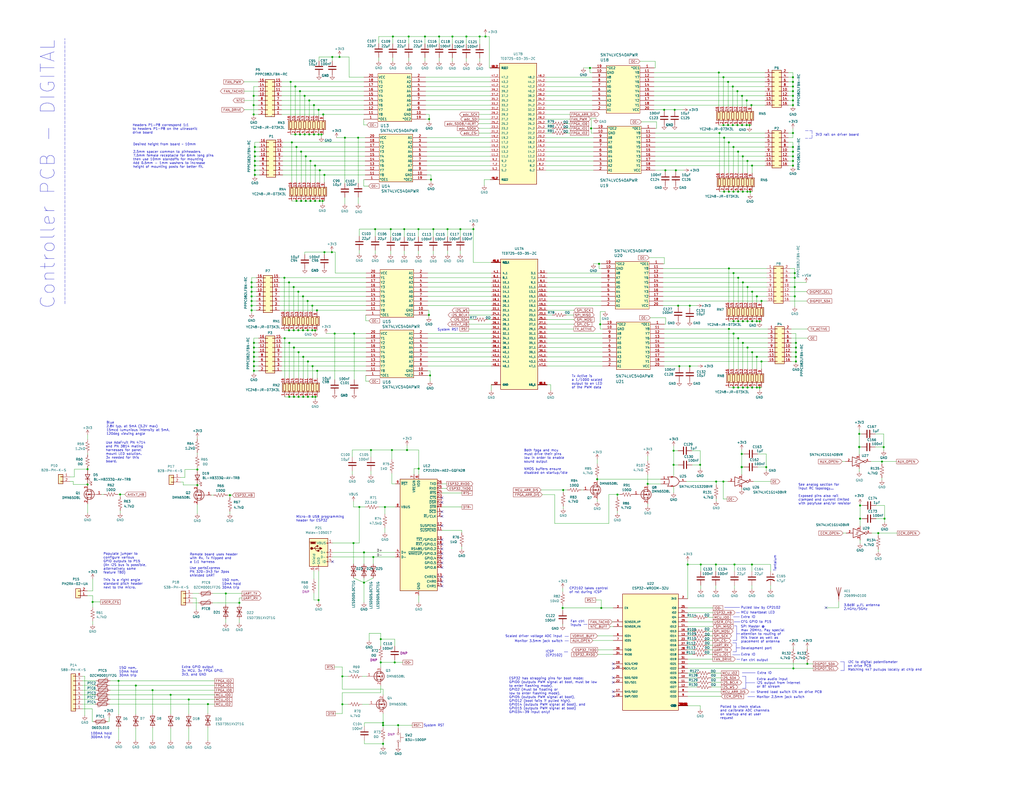
<source format=kicad_sch>
(kicad_sch (version 20211123) (generator eeschema)
  (paper "C")
  (junction (at 415.544 164.3634))
  (junction (at 209.042 406.146))
  (junction (at 102.997 381.9398))
  (junction (at 210.058 276.86))
  (junction (at 160.274 180.3654))
  (junction (at 213.868 245.745))
  (junction (at 137.287 159.2834))
  (junction (at 402.844 211.6074))
  (junction (at 390.652 308.229))
  (junction (at 236.474 125.1204))
  (junction (at 168.783 73.406))
  (junction (at 164.338 109.728))
  (junction (at 204.724 125.1204))
  (junction (at 169.418 109.728))
  (junction (at 175.387 73.406))
  (junction (at 407.4922 68.326))
  (junction (at 161.798 80.264))
  (junction (at 195.453 75.184))
  (junction (at 138.43 52.324))
  (junction (at 181.102 137.6934))
  (junction (at 139.065 95.504))
  (junction (at 413.004 211.6074))
  (junction (at 382.0668 253.8222))
  (junction (at 47.7774 256.2098))
  (junction (at 397.3322 44.704))
  (junction (at 251.206 125.1204))
  (junction (at 166.243 52.324))
  (junction (at 326.898 144.0434))
  (junction (at 177.038 137.6934))
  (junction (at 402.844 151.6634))
  (junction (at 196.088 276.86))
  (junction (at 414.528 175.4124))
  (junction (at 375.285 308.229))
  (junction (at 139.065 87.884))
  (junction (at 405.384 154.2034))
  (junction (at 137.287 166.9034))
  (junction (at 376.428 166.9034))
  (junction (at 213.233 125.1204))
  (junction (at 171.958 90.424))
  (junction (at 404.7744 255.0668))
  (junction (at 307.34 267.5636))
  (junction (at 322.58 70.104))
  (junction (at 407.8732 87.884))
  (junction (at 440.563 362.458))
  (junction (at 479.2726 291.1094))
  (junction (at 165.481 194.8434))
  (junction (at 165.354 180.3654))
  (junction (at 163.703 49.784))
  (junction (at 397.7132 77.724))
  (junction (at 176.403 62.484))
  (junction (at 432.7144 47.244))
  (junction (at 172.085 216.6874))
  (junction (at 394.7414 262.9408))
  (junction (at 138.557 192.3034))
  (junction (at 432.7144 90.424))
  (junction (at 139.065 90.424))
  (junction (at 137.287 154.2034))
  (junction (at 399.8722 47.244))
  (junction (at 376.428 199.9234))
  (junction (at 405.384 175.4124))
  (junction (at 176.022 109.728))
  (junction (at 174.498 92.964))
  (junction (at 418.1348 255.0668))
  (junction (at 166.878 85.344))
  (junction (at 173.863 327.66))
  (junction (at 395.1732 104.648))
  (junction (at 432.7144 42.164))
  (junction (at 413.004 194.8434))
  (junction (at 74.1172 374.3198))
  (junction (at 254.508 19.939))
  (junction (at 395.1732 75.184))
  (junction (at 209.042 395.986))
  (junction (at 138.557 202.4634))
  (junction (at 177.038 95.504))
  (junction (at 432.7144 52.324))
  (junction (at 390.8298 262.9408))
  (junction (at 64.6938 371.7798))
  (junction (at 368.173 59.944))
  (junction (at 394.7922 42.164))
  (junction (at 410.464 175.4124))
  (junction (at 207.772 361.696))
  (junction (at 397.7132 104.648))
  (junction (at 220.599 125.1204))
  (junction (at 139.065 80.264))
  (junction (at 469.3412 276.0218))
  (junction (at 392.6332 72.644))
  (junction (at 481.2792 252.0188))
  (junction (at 160.274 156.7434))
  (junction (at 192.913 296.545))
  (junction (at 407.924 156.7434))
  (junction (at 405.3332 104.648))
  (junction (at 261.747 19.939))
  (junction (at 138.43 62.484))
  (junction (at 125.476 270.383))
  (junction (at 139.065 82.804))
  (junction (at 231.902 19.939))
  (junction (at 138.557 197.3834))
  (junction (at 397.764 179.6034))
  (junction (at 138.557 194.8434))
  (junction (at 404.7744 247.8786))
  (junction (at 368.808 92.964))
  (junction (at 321.945 37.084))
  (junction (at 50.546 328.7014))
  (junction (at 171.958 109.728))
  (junction (at 139.065 85.344))
  (junction (at 400.304 149.1234))
  (junction (at 410.4132 90.424))
  (junction (at 394.7922 68.326))
  (junction (at 166.243 73.406))
  (junction (at 138.557 199.9234))
  (junction (at 432.7144 82.804))
  (junction (at 171.323 73.406))
  (junction (at 164.338 82.804))
  (junction (at 405.384 211.6074))
  (junction (at 410.464 159.2834))
  (junction (at 138.43 57.404))
  (junction (at 137.287 161.8234))
  (junction (at 163.703 73.406))
  (junction (at 432.7144 57.404))
  (junction (at 432.7144 49.784))
  (junction (at 432.7144 72.644))
  (junction (at 186.817 384.556))
  (junction (at 193.294 182.1434))
  (junction (at 363.093 92.964))
  (junction (at 159.258 77.724))
  (junction (at 327.533 177.0634))
  (junction (at 336.931 270.0528))
  (junction (at 407.8732 104.648))
  (junction (at 202.438 245.745))
  (junction (at 162.814 180.3654))
  (junction (at 405.384 187.2234))
  (junction (at 328.1172 331.978))
  (junction (at 362.458 59.944))
  (junction (at 402.4122 49.784))
  (junction (at 47.7774 264.541))
  (junction (at 432.7144 87.884))
  (junction (at 399.8722 68.326))
  (junction (at 155.194 151.6634))
  (junction (at 137.287 156.7434))
  (junction (at 222.123 245.745))
  (junction (at 157.734 180.3654))
  (junction (at 223.012 19.939))
  (junction (at 123.2154 324.0532))
  (junction (at 404.9522 68.326))
  (junction (at 182.626 182.1434))
  (junction (at 482.2444 244.1194))
  (junction (at 137.287 164.3634))
  (junction (at 188.214 75.184))
  (junction (at 400.812 308.229))
  (junction (at 367.5888 246.1006))
  (junction (at 400.2532 104.648))
  (junction (at 239.649 19.939))
  (junction (at 207.772 348.996))
  (junction (at 139.065 92.964))
  (junction (at 113.4618 384.4798))
  (junction (at 107.696 264.8712))
  (junction (at 185.2676 31.115))
  (junction (at 410.337 308.229))
  (junction (at 367.5888 253.8222))
  (junction (at 235.204 98.044))
  (junction (at 234.696 205.0034))
  (junction (at 402.844 175.4124))
  (junction (at 400.304 211.6074))
  (junction (at 370.713 199.9234))
  (junction (at 160.401 216.6874))
  (junction (at 168.783 54.864))
  (junction (at 168.021 216.6874))
  (junction (at 171.958 180.3654))
  (junction (at 397.3322 68.326))
  (junction (at 307.0606 331.978))
  (junction (at 382.397 308.229))
  (junction (at 107.696 256.3876))
  (junction (at 167.894 180.3654))
  (junction (at 172.974 169.4434))
  (junction (at 482.7016 283.21))
  (junction (at 415.544 197.3834))
  (junction (at 165.481 216.6874))
  (junction (at 409.0162 68.326))
  (junction (at 161.798 109.728))
  (junction (at 413.004 161.8234))
  (junction (at 171.323 57.404))
  (junction (at 432.943 364.998))
  (junction (at 468.884 244.0432))
  (junction (at 434.34 197.3834))
  (junction (at 173.101 202.4634))
  (junction (at 170.434 180.3654))
  (junction (at 162.941 216.6874))
  (junction (at 410.0322 57.404))
  (junction (at 162.814 159.2834))
  (junction (at 166.878 109.728))
  (junction (at 137.287 169.4434))
  (junction (at 217.2716 395.986))
  (junction (at 161.163 73.406))
  (junction (at 405.3332 85.344))
  (junction (at 400.304 182.1434))
  (junction (at 433.705 149.1234))
  (junction (at 174.498 109.728))
  (junction (at 214.376 19.939))
  (junction (at 234.188 65.024))
  (junction (at 392.2522 39.624))
  (junction (at 407.4922 54.864))
  (junction (at 173.863 59.944))
  (junction (at 469.3412 283.21))
  (junction (at 258.318 125.1204))
  (junction (at 138.557 187.2234))
  (junction (at 433.705 151.6634))
  (junction (at 468.884 244.1194))
  (junction (at 353.441 264.2108))
  (junction (at 181.3306 31.115))
  (junction (at 215.392 361.696))
  (junction (at 402.7932 82.804))
  (junction (at 138.557 189.7634))
  (junction (at 432.7144 85.344))
  (junction (at 170.434 166.9034))
  (junction (at 169.418 87.884))
  (junction (at 168.021 197.3834))
  (junction (at 228.473 255.905))
  (junction (at 402.7932 104.648))
  (junction (at 402.4122 68.326))
  (junction (at 413.004 175.4124))
  (junction (at 244.221 125.1204))
  (junction (at 157.861 187.2234))
  (junction (at 410.464 211.6074))
  (junction (at 246.888 19.939))
  (junction (at 198.628 301.625))
  (junction (at 203.708 304.165))
  (junction (at 433.705 156.7434))
  (junction (at 234.061 171.9834))
  (junction (at 432.7144 54.864))
  (junction (at 186.817 369.316))
  (junction (at 158.623 44.704))
  (junction (at 407.924 211.6074))
  (junction (at 264.922 19.939))
  (junction (at 397.764 146.5834))
  (junction (at 93.1164 379.3998))
  (junction (at 170.561 216.6874))
  (junction (at 433.705 161.8234))
  (junction (at 130.6068 329.1586))
  (junction (at 400.304 175.4124))
  (junction (at 370.078 166.9034))
  (junction (at 407.924 175.4124))
  (junction (at 409.3972 104.648))
  (junction (at 404.9522 52.324))
  (junction (at 434.34 194.8434))
  (junction (at 468.884 236.9312))
  (junction (at 400.2532 80.264))
  (junction (at 434.34 192.3034))
  (junction (at 160.401 189.7634))
  (junction (at 404.7744 254.9906))
  (junction (at 155.321 184.6834))
  (junction (at 434.34 187.2234))
  (junction (at 167.894 164.3634))
  (junction (at 407.924 189.7634))
  (junction (at 410.464 192.3034))
  (junction (at 432.7144 80.264))
  (junction (at 173.863 73.406))
  (junction (at 434.34 189.7634))
  (junction (at 170.561 199.9234))
  (junction (at 432.7144 44.704))
  (junction (at 65.5574 269.9766))
  (junction (at 162.941 192.3034))
  (junction (at 198.628 318.135))
  (junction (at 161.163 47.244))
  (junction (at 228.346 125.1204))
  (junction (at 157.861 216.6874))
  (junction (at 402.844 184.6834))
  (junction (at 157.734 154.2034))
  (junction (at 83.2612 376.8598))
  (junction (at 325.882 261.6708))
  (junction (at 414.528 211.6074))
  (junction (at 209.042 394.716))
  (junction (at 165.354 161.8234))
  (no_connect (at 334.645 377.698))
  (no_connect (at 334.645 380.238))
  (no_connect (at 241.173 299.72))
  (no_connect (at 241.173 287.02))
  (no_connect (at 181.483 306.705))
  (no_connect (at 241.173 320.04))
  (no_connect (at 334.645 364.998))
  (no_connect (at 241.173 279.4))
  (no_connect (at 241.173 281.94))
  (no_connect (at 241.173 271.78))
  (no_connect (at 241.173 309.88))
  (no_connect (at 241.173 314.96))
  (no_connect (at 241.173 304.8))
  (no_connect (at 241.173 317.5))
  (no_connect (at 241.173 297.18))
  (no_connect (at 241.173 307.34))
  (no_connect (at 334.645 372.618))
  (no_connect (at 241.173 274.32))
  (no_connect (at 241.173 294.64))
  (no_connect (at 334.645 370.078))
  (no_connect (at 241.173 302.26))
  (no_connect (at 334.645 362.458))
  (no_connect (at 450.7738 331.8256))
  (wire (pts (xy 155.194 151.6634) (xy 199.771 151.6634)))
  (wire (pts (xy 113.4618 384.4798) (xy 117.1194 384.4798)))
  (wire (pts (xy 56.6674 269.9766) (xy 55.3974 269.9766)))
  (wire (pts (xy 255.778 171.9834) (xy 268.097 171.9834)))
  (wire (pts (xy 123.2154 324.0532) (xy 132.0546 324.0532)))
  (wire (pts (xy 434.34 194.8434) (xy 434.34 197.3834)))
  (wire (pts (xy 413.004 175.4124) (xy 414.528 175.4124)))
  (wire (pts (xy 195.453 111.252) (xy 195.453 107.696)))
  (wire (pts (xy 397.764 211.6074) (xy 400.304 211.6074)))
  (wire (pts (xy 410.337 321.564) (xy 410.337 319.659)))
  (wire (pts (xy 370.713 200.5584) (xy 370.713 199.9234)))
  (wire (pts (xy 198.882 394.716) (xy 209.042 394.716)))
  (wire (pts (xy 209.042 397.256) (xy 209.042 395.986)))
  (wire (pts (xy 418.1348 247.8786) (xy 418.1348 255.0668)))
  (wire (pts (xy 155.194 151.6634) (xy 155.194 170.2054)))
  (wire (pts (xy 181.483 304.165) (xy 203.708 304.165)))
  (wire (pts (xy 198.882 396.621) (xy 198.882 394.716)))
  (wire (pts (xy 409.3972 104.648) (xy 409.3972 106.045)))
  (wire (pts (xy 357.632 37.084) (xy 357.632 33.528)))
  (wire (pts (xy 328.803 179.6034) (xy 327.533 179.6034)))
  (wire (pts (xy 375.285 308.229) (xy 382.397 308.229)))
  (wire (pts (xy 375.285 364.998) (xy 432.943 364.998)))
  (wire (pts (xy 432.7144 82.804) (xy 432.7144 85.344)))
  (wire (pts (xy 375.285 354.838) (xy 378.2822 354.838)))
  (wire (pts (xy 198.882 404.241) (xy 198.882 406.146)))
  (wire (pts (xy 298.577 192.3034) (xy 328.803 192.3034)))
  (wire (pts (xy 399.8722 47.244) (xy 399.8722 58.166)))
  (wire (pts (xy 410.464 192.3034) (xy 419.1 192.3034)))
  (wire (pts (xy 100.9142 256.3876) (xy 107.696 256.3876)))
  (wire (pts (xy 182.372 364.236) (xy 186.817 364.236)))
  (wire (pts (xy 207.772 364.236) (xy 207.772 361.696)))
  (wire (pts (xy 261.747 19.939) (xy 261.747 24.13)))
  (wire (pts (xy 414.528 211.6074) (xy 415.544 211.6074)))
  (wire (pts (xy 417.4744 72.644) (xy 392.6332 72.644)))
  (wire (pts (xy 60.1218 376.8598) (xy 83.2612 376.8598)))
  (wire (pts (xy 139.065 90.424) (xy 141.605 90.424)))
  (wire (pts (xy 188.214 75.184) (xy 188.214 100.203)))
  (wire (pts (xy 185.2676 30.48) (xy 185.2676 31.115)))
  (wire (pts (xy 232.283 65.024) (xy 234.188 65.024)))
  (wire (pts (xy 241.173 276.86) (xy 252.095 276.86)))
  (wire (pts (xy 40.6146 260.35) (xy 40.6146 256.2098)))
  (wire (pts (xy 402.4122 49.784) (xy 356.87 49.784)))
  (wire (pts (xy 400.2532 80.264) (xy 400.2532 94.488)))
  (wire (pts (xy 173.863 73.406) (xy 175.387 73.406)))
  (wire (pts (xy 470.5096 276.0218) (xy 469.3412 276.0218)))
  (wire (pts (xy 325.0946 327.66) (xy 328.1172 327.66)))
  (wire (pts (xy 174.498 92.964) (xy 199.263 92.964)))
  (wire (pts (xy 254.508 31.75) (xy 254.508 33.655)))
  (wire (pts (xy 170.561 199.9234) (xy 170.561 206.5274)))
  (wire (pts (xy 235.204 99.314) (xy 235.204 98.044)))
  (wire (pts (xy 138.557 199.9234) (xy 138.557 197.3834)))
  (wire (pts (xy 223.012 19.939) (xy 231.902 19.939)))
  (wire (pts (xy 168.021 197.3834) (xy 199.771 197.3834)))
  (wire (pts (xy 481.2792 252.0188) (xy 475.234 252.0188)))
  (wire (pts (xy 139.065 85.344) (xy 141.605 85.344)))
  (wire (pts (xy 107.0864 326.5932) (xy 105.1814 326.5932)))
  (wire (pts (xy 192.278 245.745) (xy 202.438 245.745)))
  (polyline (pts (xy 401.701 334.518) (xy 403.6568 334.518)) (stroke (width 0) (type solid)))
  (wire (pts (xy 400.304 182.1434) (xy 419.1 182.1434)))
  (wire (pts (xy 388.0612 375.158) (xy 393.573 375.158)))
  (wire (pts (xy 393.573 380.238) (xy 375.285 380.238)))
  (wire (pts (xy 241.173 289.56) (xy 251.968 289.56)))
  (wire (pts (xy 137.287 156.7434) (xy 137.287 154.2034)))
  (wire (pts (xy 198.882 406.146) (xy 209.042 406.146)))
  (wire (pts (xy 175.387 73.406) (xy 176.403 73.406)))
  (wire (pts (xy 298.577 156.7434) (xy 328.168 156.7434)))
  (wire (pts (xy 155.321 184.6834) (xy 199.771 184.6834)))
  (wire (pts (xy 141.097 192.3034) (xy 138.557 192.3034)))
  (polyline (pts (xy 405.13 375.793) (xy 407.035 375.793)) (stroke (width 0) (type solid)))
  (wire (pts (xy 107.696 264.8712) (xy 107.696 265.303)))
  (wire (pts (xy 413.004 211.6074) (xy 414.528 211.6074)))
  (wire (pts (xy 195.453 75.184) (xy 195.453 100.076)))
  (wire (pts (xy 228.346 125.1204) (xy 236.474 125.1204)))
  (wire (pts (xy 353.441 264.2108) (xy 360.6038 264.2108)))
  (wire (pts (xy 297.942 77.724) (xy 323.85 77.724)))
  (wire (pts (xy 362.585 144.0434) (xy 362.585 140.7414)))
  (wire (pts (xy 363.22 173.5074) (xy 354.838 173.5074)))
  (wire (pts (xy 469.3412 283.21) (xy 469.3412 287.2994)))
  (wire (pts (xy 389.001 357.378) (xy 385.572 357.378)))
  (wire (pts (xy 407.924 156.7434) (xy 418.465 156.7434)))
  (wire (pts (xy 168.021 197.3834) (xy 168.021 206.5274)))
  (polyline (pts (xy 399.796 357.505) (xy 403.8854 357.505)) (stroke (width 0) (type solid)))
  (wire (pts (xy 214.376 33.401) (xy 214.376 31.496)))
  (wire (pts (xy 358.267 70.104) (xy 358.267 66.548)))
  (wire (pts (xy 258.318 124.4854) (xy 258.318 125.1204)))
  (wire (pts (xy 468.884 244.1194) (xy 470.027 244.1194)))
  (wire (pts (xy 154.305 82.804) (xy 164.338 82.804)))
  (wire (pts (xy 204.724 125.1204) (xy 213.233 125.1204)))
  (polyline (pts (xy 405.003 369.316) (xy 407.035 369.316)) (stroke (width 0) (type solid)))
  (wire (pts (xy 375.285 385.318) (xy 382.143 385.318)))
  (wire (pts (xy 154.305 92.964) (xy 174.498 92.964)))
  (wire (pts (xy 234.061 171.9834) (xy 233.426 171.9834)))
  (wire (pts (xy 138.43 57.404) (xy 138.43 62.484)))
  (wire (pts (xy 361.823 146.5834) (xy 397.764 146.5834)))
  (wire (pts (xy 251.206 136.8044) (xy 251.206 138.7094)))
  (wire (pts (xy 327.533 177.0634) (xy 328.803 177.0634)))
  (polyline (pts (xy 460.629 361.315) (xy 460.629 366.141)) (stroke (width 0) (type solid)))
  (wire (pts (xy 255.778 174.5234) (xy 258.572 174.5234)))
  (wire (pts (xy 298.577 189.7634) (xy 328.803 189.7634)))
  (wire (pts (xy 430.1744 80.264) (xy 432.7144 80.264)))
  (wire (pts (xy 166.243 52.324) (xy 166.243 63.246)))
  (wire (pts (xy 169.418 109.728) (xy 171.958 109.728)))
  (wire (pts (xy 297.942 85.344) (xy 323.85 85.344)))
  (wire (pts (xy 298.577 154.2034) (xy 328.168 154.2034)))
  (wire (pts (xy 431.165 161.8234) (xy 433.705 161.8234)))
  (wire (pts (xy 361.823 149.1234) (xy 400.304 149.1234)))
  (wire (pts (xy 177.038 138.8364) (xy 177.038 137.6934)))
  (wire (pts (xy 376.428 200.5584) (xy 376.428 199.9234)))
  (wire (pts (xy 233.426 187.2234) (xy 268.097 187.2234)))
  (wire (pts (xy 46.2788 369.2398) (xy 46.2788 390.7028)))
  (wire (pts (xy 308.991 67.564) (xy 311.15 67.564)))
  (wire (pts (xy 323.85 144.0434) (xy 326.898 144.0434)))
  (wire (pts (xy 357.505 92.964) (xy 363.093 92.964)))
  (wire (pts (xy 168.783 54.864) (xy 198.628 54.864)))
  (wire (pts (xy 152.527 156.7434) (xy 160.274 156.7434)))
  (wire (pts (xy 159.258 109.728) (xy 161.798 109.728)))
  (wire (pts (xy 233.426 199.9234) (xy 268.097 199.9234)))
  (wire (pts (xy 362.458 60.579) (xy 362.458 59.944)))
  (wire (pts (xy 192.913 273.685) (xy 192.913 276.86)))
  (wire (pts (xy 395.1732 75.184) (xy 357.505 75.184)))
  (wire (pts (xy 267.462 67.564) (xy 261.239 67.564)))
  (wire (pts (xy 45.1104 381.9398) (xy 52.5018 381.9398)))
  (wire (pts (xy 162.814 159.2834) (xy 162.814 170.2054)))
  (polyline (pts (xy 443.1284 71.374) (xy 443.1284 75.565)))
  (wire (pts (xy 478.1296 276.0218) (xy 482.7016 276.0218)))
  (wire (pts (xy 157.734 180.3654) (xy 160.274 180.3654)))
  (wire (pts (xy 434.34 189.7634) (xy 434.34 192.3034)))
  (wire (pts (xy 162.941 192.3034) (xy 199.771 192.3034)))
  (wire (pts (xy 400.304 149.1234) (xy 418.465 149.1234)))
  (wire (pts (xy 137.287 154.2034) (xy 137.287 151.6634)))
  (wire (pts (xy 417.4744 57.404) (xy 410.0322 57.404)))
  (wire (pts (xy 93.1164 379.3998) (xy 93.1164 389.9154)))
  (wire (pts (xy 198.501 68.199) (xy 200.279 68.199)))
  (wire (pts (xy 323.215 39.624) (xy 321.945 39.624)))
  (wire (pts (xy 298.577 151.6634) (xy 328.168 151.6634)))
  (wire (pts (xy 138.557 192.3034) (xy 138.557 189.7634)))
  (polyline (pts (xy 408.051 380.365) (xy 411.9626 380.365)) (stroke (width 0) (type solid)))
  (wire (pts (xy 133.1468 54.864) (xy 140.97 54.864)))
  (wire (pts (xy 176.403 62.484) (xy 176.403 63.246)))
  (wire (pts (xy 430.1744 49.784) (xy 432.7144 49.784)))
  (wire (pts (xy 234.696 205.0034) (xy 233.426 205.0034)))
  (wire (pts (xy 251.968 298.45) (xy 251.968 299.72)))
  (wire (pts (xy 482.2444 236.9312) (xy 482.2444 244.1194)))
  (wire (pts (xy 400.2532 104.648) (xy 402.7932 104.648)))
  (wire (pts (xy 297.942 59.944) (xy 323.215 59.944)))
  (wire (pts (xy 232.918 95.504) (xy 235.204 95.504)))
  (wire (pts (xy 409.3972 104.648) (xy 410.4132 104.648)))
  (wire (pts (xy 397.7132 104.648) (xy 400.2532 104.648)))
  (wire (pts (xy 107.696 264.4902) (xy 107.696 264.8712)))
  (wire (pts (xy 394.7414 272.5166) (xy 396.748 272.5166)))
  (wire (pts (xy 377.952 357.378) (xy 375.285 357.378)))
  (wire (pts (xy 431.8 179.6034) (xy 440.69 179.6034)))
  (wire (pts (xy 153.797 189.7634) (xy 160.401 189.7634)))
  (wire (pts (xy 154.305 80.264) (xy 161.798 80.264)))
  (wire (pts (xy 213.233 125.1204) (xy 220.599 125.1204)))
  (wire (pts (xy 171.323 57.404) (xy 198.628 57.404)))
  (wire (pts (xy 326.898 144.0434) (xy 328.168 144.0434)))
  (wire (pts (xy 297.942 65.024) (xy 311.15 65.024)))
  (wire (pts (xy 394.7414 262.9408) (xy 394.7414 272.5166)))
  (wire (pts (xy 64.6938 371.7798) (xy 117.1194 371.7798)))
  (wire (pts (xy 432.7144 90.424) (xy 432.7144 91.059)))
  (wire (pts (xy 209.042 394.716) (xy 209.042 395.986)))
  (wire (pts (xy 153.67 59.944) (xy 173.863 59.944)))
  (wire (pts (xy 410.464 211.6074) (xy 413.004 211.6074)))
  (wire (pts (xy 232.283 59.944) (xy 267.462 59.944)))
  (wire (pts (xy 59.6138 374.3198) (xy 74.1172 374.3198)))
  (wire (pts (xy 50.546 340.995) (xy 50.546 339.1916)))
  (wire (pts (xy 431.165 164.3634) (xy 440.309 164.3634)))
  (wire (pts (xy 239.649 19.939) (xy 246.888 19.939)))
  (wire (pts (xy 468.884 244.1194) (xy 468.884 248.2088)))
  (wire (pts (xy 407.4922 54.864) (xy 356.87 54.864)))
  (wire (pts (xy 176.022 109.728) (xy 177.038 109.728)))
  (wire (pts (xy 302.6918 270.1036) (xy 302.6918 285.8516)))
  (wire (pts (xy 214.376 19.939) (xy 214.376 23.876)))
  (wire (pts (xy 395.1732 104.648) (xy 397.7132 104.648)))
  (wire (pts (xy 153.797 192.3034) (xy 162.941 192.3034)))
  (wire (pts (xy 45.1104 379.3998) (xy 51.9938 379.3998)))
  (wire (pts (xy 382.0668 246.1006) (xy 382.0668 253.8222)))
  (wire (pts (xy 174.498 92.964) (xy 174.498 99.568)))
  (wire (pts (xy 400.304 175.4124) (xy 402.844 175.4124)))
  (wire (pts (xy 295.91 270.1036) (xy 302.6918 270.1036)))
  (wire (pts (xy 357.632 33.528) (xy 349.25 33.528)))
  (wire (pts (xy 202.438 245.745) (xy 202.438 249.555)))
  (wire (pts (xy 363.093 93.599) (xy 363.093 92.964)))
  (wire (pts (xy 137.287 161.8234) (xy 137.287 159.2834)))
  (wire (pts (xy 405.384 187.2234) (xy 405.384 201.4474)))
  (wire (pts (xy 397.3322 44.704) (xy 356.87 44.704)))
  (wire (pts (xy 117.1194 381.9398) (xy 102.997 381.9398)))
  (wire (pts (xy 177.038 95.504) (xy 177.038 99.568)))
  (wire (pts (xy 358.267 70.104) (xy 357.632 70.104)))
  (wire (pts (xy 154.305 77.724) (xy 159.258 77.724)))
  (polyline (pts (xy 407.035 372.7704) (xy 411.988 372.7704)) (stroke (width 0) (type solid)))
  (wire (pts (xy 394.7414 262.9408) (xy 397.1544 262.9408)))
  (wire (pts (xy 431.8 182.1434) (xy 434.34 182.1434)))
  (wire (pts (xy 393.573 367.538) (xy 387.6802 367.538)))
  (wire (pts (xy 152.527 159.2834) (xy 162.814 159.2834)))
  (wire (pts (xy 47.7774 237.363) (xy 47.7774 239.903)))
  (wire (pts (xy 47.6758 322.707) (xy 50.546 322.707)))
  (wire (pts (xy 332.994 342.138) (xy 334.645 342.138)))
  (wire (pts (xy 130.6068 329.1586) (xy 130.6068 330.327)))
  (wire (pts (xy 297.942 52.324) (xy 323.215 52.324)))
  (wire (pts (xy 297.942 57.404) (xy 323.215 57.404)))
  (wire (pts (xy 298.577 166.9034) (xy 328.168 166.9034)))
  (wire (pts (xy 159.258 77.724) (xy 199.263 77.724)))
  (wire (pts (xy 141.097 184.6834) (xy 138.557 184.6834)))
  (wire (pts (xy 108.4834 324.0532) (xy 105.1814 324.0532)))
  (wire (pts (xy 153.797 194.8434) (xy 165.481 194.8434)))
  (wire (pts (xy 153.67 62.484) (xy 176.403 62.484)))
  (wire (pts (xy 376.428 166.9034) (xy 370.078 166.9034)))
  (wire (pts (xy 176.403 62.484) (xy 198.628 62.484)))
  (wire (pts (xy 266.192 174.5234) (xy 268.097 174.5234)))
  (wire (pts (xy 141.605 82.804) (xy 139.065 82.804)))
  (wire (pts (xy 166.243 52.324) (xy 198.628 52.324)))
  (wire (pts (xy 167.894 180.3654) (xy 170.434 180.3654)))
  (polyline (pts (xy 407.035 369.316) (xy 407.035 375.793)) (stroke (width 0) (type solid)))
  (wire (pts (xy 163.703 49.784) (xy 198.628 49.784)))
  (wire (pts (xy 390.8298 262.9408) (xy 390.8298 264.7188)))
  (wire (pts (xy 132.0546 326.5678) (xy 130.6068 326.5678)))
  (wire (pts (xy 368.173 60.579) (xy 368.173 59.944)))
  (wire (pts (xy 152.527 151.6634) (xy 155.194 151.6634)))
  (wire (pts (xy 236.474 125.1204) (xy 236.474 129.3114)))
  (wire (pts (xy 432.7144 52.324) (xy 432.7144 54.864)))
  (wire (pts (xy 210.058 276.86) (xy 215.773 276.86)))
  (wire (pts (xy 154.305 90.424) (xy 171.958 90.424)))
  (wire (pts (xy 45.1104 369.2398) (xy 46.2788 369.2398)))
  (wire (pts (xy 152.527 164.3634) (xy 167.894 164.3634)))
  (polyline (pts (xy 400.685 341.757) (xy 401.955 341.757)) (stroke (width 0) (type solid)))
  (wire (pts (xy 298.577 194.8434) (xy 328.803 194.8434)))
  (wire (pts (xy 378.4092 337.058) (xy 375.285 337.058)))
  (wire (pts (xy 413.004 161.8234) (xy 413.004 165.2524)))
  (wire (pts (xy 397.7132 77.724) (xy 357.505 77.724)))
  (wire (pts (xy 182.626 182.1434) (xy 193.294 182.1434)))
  (wire (pts (xy 375.285 377.698) (xy 393.573 377.698)))
  (wire (pts (xy 176.022 109.728) (xy 176.022 111.125)))
  (wire (pts (xy 173.101 202.4634) (xy 173.101 206.5274)))
  (wire (pts (xy 264.922 18.669) (xy 264.922 19.939)))
  (wire (pts (xy 298.577 184.6834) (xy 328.803 184.6834)))
  (wire (pts (xy 326.263 357.378) (xy 334.645 357.378)))
  (wire (pts (xy 298.577 174.5234) (xy 313.182 174.5234)))
  (wire (pts (xy 327.533 170.2054) (xy 327.533 177.0634)))
  (wire (pts (xy 417.4744 85.344) (xy 405.3332 85.344)))
  (wire (pts (xy 207.772 345.821) (xy 201.422 345.821)))
  (wire (pts (xy 209.042 406.146) (xy 209.042 407.416)))
  (wire (pts (xy 431.8 184.6834) (xy 440.69 184.6834)))
  (wire (pts (xy 138.557 202.4634) (xy 138.557 203.6064)))
  (wire (pts (xy 244.221 125.1204) (xy 251.206 125.1204)))
  (wire (pts (xy 232.918 90.424) (xy 267.462 90.424)))
  (wire (pts (xy 38.1762 260.35) (xy 40.6146 260.35)))
  (wire (pts (xy 228.473 259.08) (xy 228.473 255.905)))
  (wire (pts (xy 432.7144 42.164) (xy 432.7144 44.704)))
  (wire (pts (xy 172.085 216.6874) (xy 173.101 216.6874)))
  (wire (pts (xy 392.6332 104.648) (xy 395.1732 104.648)))
  (wire (pts (xy 172.974 169.4434) (xy 172.974 170.2054)))
  (wire (pts (xy 313.182 169.4434) (xy 298.577 169.4434)))
  (wire (pts (xy 170.434 180.3654) (xy 171.958 180.3654)))
  (wire (pts (xy 431.165 151.6634) (xy 433.705 151.6634)))
  (wire (pts (xy 192.913 276.86) (xy 196.088 276.86)))
  (wire (pts (xy 322.58 64.643) (xy 322.58 70.104)))
  (polyline (pts (xy 458.597 361.315) (xy 460.629 361.315)) (stroke (width 0) (type solid)))
  (wire (pts (xy 99.9744 264.8712) (xy 107.696 264.8712)))
  (wire (pts (xy 297.942 75.184) (xy 323.85 75.184)))
  (wire (pts (xy 414.528 211.6074) (xy 414.528 213.0044)))
  (wire (pts (xy 234.188 62.484) (xy 234.188 65.024)))
  (wire (pts (xy 395.1732 75.184) (xy 395.1732 94.488)))
  (wire (pts (xy 99.9744 263.271) (xy 99.9744 264.8712)))
  (wire (pts (xy 400.304 211.6074) (xy 402.844 211.6074)))
  (wire (pts (xy 402.844 184.6834) (xy 419.1 184.6834)))
  (wire (pts (xy 182.626 182.1434) (xy 182.626 207.2894)))
  (wire (pts (xy 298.577 179.6034) (xy 313.182 179.6034)))
  (wire (pts (xy 390.8298 272.3388) (xy 390.8298 273.6088)))
  (wire (pts (xy 415.544 164.3634) (xy 418.465 164.3634)))
  (wire (pts (xy 223.012 19.939) (xy 223.012 23.876)))
  (wire (pts (xy 83.2612 397.3576) (xy 83.2612 404.241)))
  (wire (pts (xy 481.2792 252.0188) (xy 489.204 252.0188)))
  (wire (pts (xy 434.34 192.3034) (xy 434.34 194.8434)))
  (wire (pts (xy 297.942 87.884) (xy 323.85 87.884)))
  (wire (pts (xy 297.942 42.164) (xy 323.215 42.164)))
  (wire (pts (xy 64.6938 397.7132) (xy 64.6938 404.0378)))
  (wire (pts (xy 402.7932 82.804) (xy 357.505 82.804)))
  (wire (pts (xy 264.287 98.044) (xy 264.287 101.219)))
  (wire (pts (xy 198.628 318.135) (xy 192.913 315.595)))
  (wire (pts (xy 137.287 169.4434) (xy 137.287 166.9034)))
  (wire (pts (xy 139.827 151.6634) (xy 137.287 151.6634)))
  (wire (pts (xy 47.7774 264.1346) (xy 47.7774 264.541)))
  (wire (pts (xy 377.571 246.1006) (xy 382.0668 246.1006)))
  (wire (pts (xy 407.924 211.6074) (xy 410.464 211.6074)))
  (wire (pts (xy 399.8722 47.244) (xy 356.87 47.244)))
  (wire (pts (xy 301.371 171.9834) (xy 298.577 171.9834)))
  (wire (pts (xy 228.473 245.745) (xy 222.123 245.745)))
  (wire (pts (xy 232.283 57.404) (xy 267.462 57.404)))
  (wire (pts (xy 139.827 159.2834) (xy 137.287 159.2834)))
  (wire (pts (xy 336.931 271.3228) (xy 336.931 270.0528)))
  (wire (pts (xy 196.088 276.86) (xy 199.263 276.86)))
  (wire (pts (xy 207.772 348.996) (xy 215.392 348.996)))
  (wire (pts (xy 198.628 328.93) (xy 198.628 318.135)))
  (wire (pts (xy 399.8722 68.326) (xy 402.4122 68.326)))
  (wire (pts (xy 152.527 166.9034) (xy 170.434 166.9034)))
  (wire (pts (xy 255.7526 177.0634) (xy 268.097 177.0634)))
  (polyline (pts (xy 401.955 341.757) (xy 401.955 349.758)) (stroke (width 0) (type solid)))
  (wire (pts (xy 409.0162 68.326) (xy 409.0162 69.215)))
  (wire (pts (xy 482.7016 276.0218) (xy 482.7016 283.21)))
  (wire (pts (xy 431.8 197.3834) (xy 434.34 197.3834)))
  (wire (pts (xy 386.0292 337.058) (xy 389.128 337.058)))
  (wire (pts (xy 307.34 268.8336) (xy 307.34 267.5636)))
  (wire (pts (xy 181.483 301.625) (xy 198.628 301.625)))
  (wire (pts (xy 388.0612 370.078) (xy 393.573 370.078)))
  (wire (pts (xy 139.065 80.264) (xy 139.065 82.804)))
  (wire (pts (xy 45.1104 376.8598) (xy 52.5018 376.8598)))
  (wire (pts (xy 469.3412 296.6974) (xy 469.3412 294.9194)))
  (wire (pts (xy 433.705 146.5834) (xy 433.705 149.1234)))
  (wire (pts (xy 415.544 197.3834) (xy 419.1 197.3834)))
  (wire (pts (xy 233.426 166.9034) (xy 268.097 166.9034)))
  (wire (pts (xy 417.4744 47.244) (xy 399.8722 47.244)))
  (wire (pts (xy 185.2676 31.115) (xy 181.3306 31.115)))
  (wire (pts (xy 400.2532 80.264) (xy 357.505 80.264)))
  (wire (pts (xy 188.214 75.184) (xy 183.642 75.184)))
  (wire (pts (xy 233.426 192.3034) (xy 268.097 192.3034)))
  (wire (pts (xy 430.1744 54.864) (xy 432.7144 54.864)))
  (wire (pts (xy 198.628 42.164) (xy 190.5 42.164)))
  (wire (pts (xy 171.958 90.424) (xy 199.263 90.424)))
  (wire (pts (xy 394.7922 42.164) (xy 356.87 42.164)))
  (wire (pts (xy 313.182 171.9834) (xy 308.991 171.9834)))
  (wire (pts (xy 188.214 111.379) (xy 188.214 107.823)))
  (wire (pts (xy 233.426 194.8434) (xy 268.097 194.8434)))
  (wire (pts (xy 440.563 353.568) (xy 440.563 354.203)))
  (wire (pts (xy 481.2792 260.9088) (xy 481.2792 262.1788)))
  (wire (pts (xy 233.426 184.6834) (xy 268.097 184.6834)))
  (wire (pts (xy 362.458 179.6034) (xy 397.764 179.6034)))
  (wire (pts (xy 232.918 92.964) (xy 267.462 92.964)))
  (wire (pts (xy 157.734 154.2034) (xy 157.734 170.2054)))
  (wire (pts (xy 332.2828 270.0528) (xy 336.931 270.0528)))
  (wire (pts (xy 361.823 159.2834) (xy 410.464 159.2834)))
  (wire (pts (xy 307.0606 331.978) (xy 328.1172 331.978)))
  (wire (pts (xy 141.097 197.3834) (xy 138.557 197.3834)))
  (wire (pts (xy 139.827 156.7434) (xy 137.287 156.7434)))
  (wire (pts (xy 382.397 319.659) (xy 382.397 321.564)))
  (wire (pts (xy 251.968 289.56) (xy 251.968 290.83)))
  (wire (pts (xy 477.647 244.1194) (xy 482.2444 244.1194)))
  (wire (pts (xy 232.918 82.804) (xy 267.462 82.804)))
  (wire (pts (xy 189.992 369.316) (xy 186.817 369.316)))
  (wire (pts (xy 297.942 90.424) (xy 323.85 90.424)))
  (wire (pts (xy 326.0852 347.218) (xy 334.645 347.218)))
  (wire (pts (xy 440.563 361.823) (xy 440.563 362.458)))
  (wire (pts (xy 234.188 66.294) (xy 234.188 65.024)))
  (wire (pts (xy 356.87 59.944) (xy 362.458 59.944)))
  (wire (pts (xy 137.287 166.9034) (xy 137.287 164.3634)))
  (wire (pts (xy 165.354 180.3654) (xy 167.894 180.3654)))
  (wire (pts (xy 168.021 216.6874) (xy 170.561 216.6874)))
  (wire (pts (xy 107.696 247.2944) (xy 107.696 248.158)))
  (wire (pts (xy 246.888 31.623) (xy 246.888 33.528)))
  (wire (pts (xy 405.3332 85.344) (xy 405.3332 94.488)))
  (wire (pts (xy 318.389 37.084) (xy 321.945 37.084)))
  (wire (pts (xy 206.629 33.274) (xy 206.629 31.369)))
  (wire (pts (xy 215.392 361.696) (xy 219.837 361.696)))
  (wire (pts (xy 317.1698 267.5636) (xy 318.262 267.5636)))
  (wire (pts (xy 358.267 66.548) (xy 350.012 66.548)))
  (wire (pts (xy 199.644 175.1584) (xy 201.422 175.1584)))
  (wire (pts (xy 173.863 59.944) (xy 198.628 59.944)))
  (wire (pts (xy 417.4744 39.624) (xy 392.2522 39.624)))
  (wire (pts (xy 232.918 98.044) (xy 235.204 98.044)))
  (wire (pts (xy 139.065 82.804) (xy 139.065 85.344)))
  (wire (pts (xy 138.43 52.324) (xy 140.97 52.324)))
  (wire (pts (xy 267.081 37.084) (xy 267.081 19.939)))
  (wire (pts (xy 123.2154 337.8962) (xy 123.2154 340.106)))
  (wire (pts (xy 410.337 308.229) (xy 410.337 312.039)))
  (wire (pts (xy 430.1744 57.404) (xy 432.7144 57.404)))
  (wire (pts (xy 160.401 189.7634) (xy 199.771 189.7634)))
  (wire (pts (xy 459.5876 252.0188) (xy 461.264 252.0188)))
  (wire (pts (xy 188.214 75.184) (xy 195.453 75.184)))
  (wire (pts (xy 164.338 82.804) (xy 199.263 82.804)))
  (wire (pts (xy 375.285 362.458) (xy 440.563 362.458)))
  (wire (pts (xy 430.1744 87.884) (xy 432.7144 87.884)))
  (wire (pts (xy 126.746 270.383) (xy 125.476 270.383)))
  (wire (pts (xy 160.274 156.7434) (xy 199.771 156.7434)))
  (wire (pts (xy 336.931 270.0528) (xy 338.201 270.0528)))
  (wire (pts (xy 432.7144 77.724) (xy 432.7144 80.264)))
  (wire (pts (xy 138.43 47.244) (xy 138.43 52.324)))
  (wire (pts (xy 308.991 70.104) (xy 311.15 70.104)))
  (wire (pts (xy 158.623 44.704) (xy 198.628 44.704)))
  (wire (pts (xy 233.426 156.7434) (xy 268.097 156.7434)))
  (wire (pts (xy 232.283 62.484) (xy 234.188 62.484)))
  (wire (pts (xy 164.338 82.804) (xy 164.338 99.568)))
  (wire (pts (xy 297.942 49.784) (xy 323.215 49.784)))
  (wire (pts (xy 47.7774 264.541) (xy 47.7774 264.8966)))
  (wire (pts (xy 443.738 364.998) (xy 432.943 364.998)))
  (wire (pts (xy 47.7774 280.1366) (xy 47.7774 275.0566)))
  (wire (pts (xy 241.173 266.7) (xy 243.6876 266.7)))
  (wire (pts (xy 153.797 202.4634) (xy 173.101 202.4634)))
  (wire (pts (xy 231.902 19.939) (xy 239.649 19.939)))
  (wire (pts (xy 171.958 180.3654) (xy 171.958 181.1274)))
  (wire (pts (xy 209.042 389.636) (xy 209.042 394.716)))
  (wire (pts (xy 186.817 378.206) (xy 186.817 384.556)))
  (wire (pts (xy 298.577 197.3834) (xy 328.803 197.3834)))
  (wire (pts (xy 45.1104 384.4798) (xy 51.9938 384.4798)))
  (wire (pts (xy 50.292 394.0048) (xy 50.292 387.0198)))
  (wire (pts (xy 158.623 73.406) (xy 161.163 73.406)))
  (wire (pts (xy 251.206 125.1204) (xy 258.318 125.1204)))
  (wire (pts (xy 404.9522 52.324) (xy 356.87 52.324)))
  (wire (pts (xy 65.5574 271.2466) (xy 65.5574 269.9766)))
  (wire (pts (xy 431.8 194.8434) (xy 434.34 194.8434)))
  (wire (pts (xy 203.708 304.165) (xy 215.773 304.165)))
  (wire (pts (xy 166.37 138.9634) (xy 166.37 137.6934)))
  (wire (pts (xy 258.318 125.1204) (xy 258.318 143.2814)))
  (wire (pts (xy 390.652 312.039) (xy 390.652 308.229)))
  (wire (pts (xy 206.629 19.939) (xy 214.376 19.939)))
  (wire (pts (xy 162.814 159.2834) (xy 199.771 159.2834)))
  (wire (pts (xy 50.546 328.7014) (xy 54.8386 328.7014)))
  (wire (pts (xy 413.004 161.8234) (xy 361.823 161.8234)))
  (wire (pts (xy 107.0864 332.9432) (xy 107.0864 326.5932)))
  (wire (pts (xy 139.827 161.8234) (xy 137.287 161.8234)))
  (polyline (pts (xy 401.955 359.9434) (xy 403.7584 359.9434)) (stroke (width 0) (type solid)))
  (wire (pts (xy 209.042 404.876) (xy 209.042 406.146)))
  (wire (pts (xy 361.823 156.7434) (xy 407.924 156.7434)))
  (wire (pts (xy 298.577 182.1434) (xy 328.803 182.1434)))
  (wire (pts (xy 362.458 197.3834) (xy 415.544 197.3834)))
  (wire (pts (xy 367.5888 265.4808) (xy 367.5888 269.0368)))
  (wire (pts (xy 417.4744 75.184) (xy 395.1732 75.184)))
  (wire (pts (xy 64.6938 390.0932) (xy 64.6938 371.7798)))
  (wire (pts (xy 298.577 199.9234) (xy 328.803 199.9234)))
  (wire (pts (xy 254.508 19.939) (xy 254.508 24.13)))
  (wire (pts (xy 125.476 279.273) (xy 125.476 280.543)))
  (wire (pts (xy 167.894 164.3634) (xy 167.894 170.2054)))
  (wire (pts (xy 323.5452 349.758) (xy 334.645 349.758)))
  (wire (pts (xy 207.772 361.696) (xy 215.392 361.696)))
  (wire (pts (xy 468.884 244.0432) (xy 468.884 244.1194)))
  (wire (pts (xy 377.952 347.218) (xy 375.285 347.218)))
  (wire (pts (xy 162.941 192.3034) (xy 162.941 206.5274)))
  (wire (pts (xy 402.4122 49.784) (xy 402.4122 58.166)))
  (wire (pts (xy 323.85 72.644) (xy 322.58 72.644)))
  (wire (pts (xy 160.401 189.7634) (xy 160.401 206.5274)))
  (wire (pts (xy 158.623 44.704) (xy 158.623 63.246)))
  (wire (pts (xy 152.527 161.8234) (xy 165.354 161.8234)))
  (wire (pts (xy 404.7744 267.3604) (xy 404.7744 266.7508)))
  (wire (pts (xy 321.945 39.624) (xy 321.945 37.084)))
  (wire (pts (xy 402.844 175.4124) (xy 405.384 175.4124)))
  (wire (pts (xy 203.708 315.595) (xy 198.628 318.135)))
  (wire (pts (xy 116.1034 324.0532) (xy 123.2154 324.0532)))
  (wire (pts (xy 233.426 197.3834) (xy 268.097 197.3834)))
  (wire (pts (xy 414.528 175.4124) (xy 414.528 176.0474)))
  (wire (pts (xy 326.898 146.5834) (xy 326.898 144.0434)))
  (wire (pts (xy 233.426 189.7634) (xy 268.097 189.7634)))
  (wire (pts (xy 181.483 296.545) (xy 192.913 296.545)))
  (wire (pts (xy 139.827 154.2034) (xy 137.287 154.2034)))
  (wire (pts (xy 325.882 272.6436) (xy 325.882 273.939)))
  (wire (pts (xy 139.827 169.4434) (xy 137.287 169.4434)))
  (wire (pts (xy 138.557 189.7634) (xy 138.557 187.2234)))
  (wire (pts (xy 232.283 47.244) (xy 267.462 47.244)))
  (wire (pts (xy 357.632 37.084) (xy 356.997 37.084)))
  (wire (pts (xy 166.243 73.406) (xy 168.783 73.406)))
  (wire (pts (xy 407.8732 104.648) (xy 409.3972 104.648)))
  (wire (pts (xy 264.922 19.939) (xy 261.747 19.939)))
  (wire (pts (xy 159.258 77.724) (xy 159.258 99.568)))
  (wire (pts (xy 298.577 149.1234) (xy 328.168 149.1234)))
  (wire (pts (xy 431.165 159.2834) (xy 440.182 159.2834)))
  (wire (pts (xy 430.1744 82.804) (xy 432.7144 82.804)))
  (wire (pts (xy 468.884 257.6068) (xy 468.884 255.8288)))
  (wire (pts (xy 376.428 199.9234) (xy 370.713 199.9234)))
  (wire (pts (xy 153.797 184.6834) (xy 155.321 184.6834)))
  (wire (pts (xy 375.285 370.078) (xy 380.4412 370.078)))
  (wire (pts (xy 430.1744 52.324) (xy 432.7144 52.324)))
  (wire (pts (xy 153.797 199.9234) (xy 170.561 199.9234)))
  (wire (pts (xy 50.546 331.5716) (xy 50.546 328.7014)))
  (wire (pts (xy 417.4744 90.424) (xy 410.4132 90.424)))
  (wire (pts (xy 420.497 308.229) (xy 410.337 308.229)))
  (wire (pts (xy 186.817 369.316) (xy 186.817 376.301)))
  (polyline (pts (xy 308.229 349.885) (xy 310.261 349.885)) (stroke (width 0) (type solid)))
  (wire (pts (xy 130.6068 326.5678) (xy 130.6068 329.1586)))
  (wire (pts (xy 402.844 184.6834) (xy 402.844 201.4474)))
  (wire (pts (xy 141.605 95.504) (xy 139.065 95.504)))
  (wire (pts (xy 267.462 70.104) (xy 261.239 70.104)))
  (wire (pts (xy 186.817 376.301) (xy 209.042 376.301)))
  (wire (pts (xy 402.7932 82.804) (xy 402.7932 94.488)))
  (wire (pts (xy 362.585 144.0434) (xy 361.95 144.0434)))
  (wire (pts (xy 410.464 159.2834) (xy 418.465 159.2834)))
  (wire (pts (xy 328.168 146.5834) (xy 326.898 146.5834)))
  (wire (pts (xy 138.557 202.4634) (xy 138.557 199.9234)))
  (wire (pts (xy 231.902 19.939) (xy 231.902 23.876)))
  (wire (pts (xy 361.823 164.3634) (xy 415.544 164.3634)))
  (wire (pts (xy 410.464 159.2834) (xy 410.464 165.2524)))
  (wire (pts (xy 233.426 154.2034) (xy 268.097 154.2034)))
  (wire (pts (xy 481.2792 253.2888) (xy 481.2792 252.0188)))
  (wire (pts (xy 420.497 321.564) (xy 420.497 319.659)))
  (wire (pts (xy 220.599 138.8364) (xy 220.599 136.9314)))
  (wire (pts (xy 233.426 149.1234) (xy 268.097 149.1234)))
  (wire (pts (xy 239.649 31.496) (xy 239.649 33.401)))
  (wire (pts (xy 417.4744 82.804) (xy 402.7932 82.804)))
  (wire (pts (xy 172.085 216.6874) (xy 172.085 218.0844)))
  (wire (pts (xy 392.2522 39.624) (xy 392.2522 58.166)))
  (wire (pts (xy 235.204 95.504) (xy 235.204 98.044)))
  (wire (pts (xy 477.6724 236.9312) (xy 482.2444 236.9312)))
  (wire (pts (xy 433.705 149.1234) (xy 433.705 151.6634)))
  (wire (pts (xy 207.772 378.206) (xy 186.817 378.206)))
  (wire (pts (xy 375.285 306.324) (xy 375.285 308.229)))
  (wire (pts (xy 233.426 159.2834) (xy 268.097 159.2834)))
  (wire (pts (xy 50.292 387.0198) (xy 45.1104 387.0198)))
  (wire (pts (xy 165.481 216.6874) (xy 168.021 216.6874)))
  (wire (pts (xy 420.497 312.039) (xy 420.497 308.229)))
  (wire (pts (xy 433.705 161.8234) (xy 433.705 167.5384)))
  (wire (pts (xy 198.628 301.625) (xy 215.773 301.625)))
  (wire (pts (xy 171.958 109.728) (xy 174.498 109.728)))
  (wire (pts (xy 479.2726 291.1094) (xy 489.6612 291.1094)))
  (wire (pts (xy 410.0322 57.404) (xy 410.0322 58.166)))
  (wire (pts (xy 432.7144 57.404) (xy 432.7144 58.039)))
  (wire (pts (xy 434.34 197.3834) (xy 434.34 198.0184)))
  (wire (pts (xy 163.703 49.784) (xy 163.703 63.246)))
  (wire (pts (xy 234.061 173.2534) (xy 234.061 171.9834)))
  (wire (pts (xy 375.285 331.978) (xy 389.128 331.978)))
  (wire (pts (xy 385.699 352.298) (xy 389.001 352.298)))
  (wire (pts (xy 186.817 384.556) (xy 189.992 384.556)))
  (wire (pts (xy 170.434 166.9034) (xy 199.771 166.9034)))
  (wire (pts (xy 375.285 334.518) (xy 389.128 334.518)))
  (wire (pts (xy 38.1762 262.89) (xy 39.9542 262.89)))
  (wire (pts (xy 107.696 256.3876) (xy 107.696 256.8702)))
  (wire (pts (xy 397.764 146.5834) (xy 397.764 165.2524)))
  (wire (pts (xy 192.913 296.545) (xy 196.088 296.545)))
  (wire (pts (xy 402.7932 104.648) (xy 405.3332 104.648)))
  (wire (pts (xy 198.501 65.024) (xy 198.501 68.199)))
  (wire (pts (xy 165.354 161.8234) (xy 165.354 170.2054)))
  (wire (pts (xy 198.628 315.595) (xy 198.628 318.135)))
  (wire (pts (xy 410.4132 90.424) (xy 357.505 90.424)))
  (wire (pts (xy 325.882 261.6708) (xy 325.882 262.4836)))
  (polyline (pts (xy 439.4454 71.374) (xy 443.1284 71.374)))
  (wire (pts (xy 367.5888 253.8222) (xy 367.5888 260.4008)))
  (polyline (pts (xy 400.177 336.804) (xy 403.606 336.804)) (stroke (width 0) (type solid)))
  (wire (pts (xy 231.902 33.401) (xy 231.902 31.496)))
  (wire (pts (xy 405.384 154.2034) (xy 418.465 154.2034)))
  (wire (pts (xy 376.428 199.9234) (xy 380.873 199.9234)))
  (wire (pts (xy 102.997 381.9398) (xy 102.997 389.9408)))
  (wire (pts (xy 382.0668 253.8222) (xy 382.0668 255.9812)))
  (wire (pts (xy 166.878 85.344) (xy 199.263 85.344)))
  (wire (pts (xy 202.438 259.08) (xy 202.438 257.175)))
  (wire (pts (xy 405.3332 85.344) (xy 357.505 85.344)))
  (wire (pts (xy 417.4744 42.164) (xy 394.7922 42.164)))
  (wire (pts (xy 160.274 156.7434) (xy 160.274 170.2054)))
  (wire (pts (xy 407.924 156.7434) (xy 407.924 165.2524)))
  (wire (pts (xy 469.3412 276.0218) (xy 469.3412 283.21)))
  (wire (pts (xy 153.67 49.784) (xy 163.703 49.784)))
  (wire (pts (xy 171.323 311.785) (xy 171.323 316.1792)))
  (wire (pts (xy 470.0524 236.9312) (xy 468.884 236.9312)))
  (wire (pts (xy 385.572 347.218) (xy 389.001 347.218)))
  (wire (pts (xy 233.426 151.6634) (xy 268.097 151.6634)))
  (wire (pts (xy 141.097 199.9234) (xy 138.557 199.9234)))
  (polyline (pts (xy 307.848 356.0064) (xy 309.88 356.0064)) (stroke (width 0) (type solid)))
  (wire (pts (xy 410.464 192.3034) (xy 410.464 201.4474)))
  (wire (pts (xy 161.798 80.264) (xy 161.798 99.568)))
  (wire (pts (xy 246.888 19.939) (xy 254.508 19.939)))
  (wire (pts (xy 210.058 288.29) (xy 210.058 290.83)))
  (wire (pts (xy 198.501 101.6) (xy 201.168 101.6)))
  (wire (pts (xy 389.001 342.138) (xy 375.285 342.138)))
  (wire (pts (xy 39.9542 264.541) (xy 47.7774 264.541)))
  (wire (pts (xy 152.527 154.2034) (xy 157.734 154.2034)))
  (wire (pts (xy 392.6332 72.644) (xy 392.6332 94.488)))
  (wire (pts (xy 361.823 151.6634) (xy 402.844 151.6634)))
  (wire (pts (xy 432.7144 39.624) (xy 432.7144 42.164)))
  (wire (pts (xy 171.958 90.424) (xy 171.958 99.568)))
  (wire (pts (xy 153.67 54.864) (xy 168.783 54.864)))
  (wire (pts (xy 177.038 137.6934) (xy 181.102 137.6934)))
  (wire (pts (xy 107.696 239.0394) (xy 107.696 239.6744)))
  (wire (pts (xy 139.065 90.424) (xy 139.065 92.964)))
  (wire (pts (xy 170.561 216.6874) (xy 172.085 216.6874)))
  (wire (pts (xy 404.7744 255.0668) (xy 404.7744 259.1308)))
  (wire (pts (xy 267.462 98.044) (xy 264.287 98.044)))
  (wire (pts (xy 375.285 372.618) (xy 380.4412 372.618)))
  (wire (pts (xy 192.913 307.975) (xy 192.913 296.545)))
  (wire (pts (xy 225.933 259.08) (xy 225.933 255.905)))
  (wire (pts (xy 138.43 47.244) (xy 140.97 47.244)))
  (wire (pts (xy 152.527 169.4434) (xy 172.974 169.4434)))
  (wire (pts (xy 164.338 109.728) (xy 166.878 109.728)))
  (wire (pts (xy 199.644 208.1784) (xy 201.422 208.1784)))
  (wire (pts (xy 213.868 258.445) (xy 213.868 264.16)))
  (wire (pts (xy 362.458 184.6834) (xy 402.844 184.6834)))
  (wire (pts (xy 234.061 169.4434) (xy 234.061 171.9834)))
  (wire (pts (xy 267.462 65.024) (xy 261.239 65.024)))
  (wire (pts (xy 297.942 72.644) (xy 301.371 72.644)))
  (wire (pts (xy 65.5574 278.8666) (xy 65.5574 280.1366)))
  (wire (pts (xy 241.173 264.16) (xy 243.6876 264.16)))
  (wire (pts (xy 298.577 159.2834) (xy 328.168 159.2834)))
  (wire (pts (xy 138.43 62.484) (xy 140.97 62.484)))
  (wire (pts (xy 433.705 146.5834) (xy 431.165 146.5834)))
  (wire (pts (xy 130.6068 337.947) (xy 130.6068 340.106)))
  (wire (pts (xy 220.599 125.1204) (xy 220.599 129.3114)))
  (wire (pts (xy 460.0448 291.1094) (xy 461.7212 291.1094)))
  (wire (pts (xy 376.428 166.9034) (xy 376.428 168.1734)))
  (wire (pts (xy 215.392 360.426) (xy 215.392 361.696)))
  (wire (pts (xy 160.274 180.3654) (xy 162.814 180.3654)))
  (wire (pts (xy 385.572 344.678) (xy 389.001 344.678)))
  (wire (pts (xy 307.34 276.4536) (xy 307.34 277.7236)))
  (wire (pts (xy 83.2612 376.8598) (xy 117.1194 376.8598)))
  (wire (pts (xy 234.696 202.4634) (xy 234.696 205.0034)))
  (wire (pts (xy 234.696 205.0034) (xy 234.696 208.1784)))
  (wire (pts (xy 199.644 171.9834) (xy 199.644 175.1584)))
  (wire (pts (xy 307.0606 330.708) (xy 307.0606 331.978)))
  (wire (pts (xy 405.384 187.2234) (xy 419.1 187.2234)))
  (wire (pts (xy 198.501 98.044) (xy 198.501 101.6)))
  (wire (pts (xy 404.7744 247.8786) (xy 404.7744 254.9906)))
  (wire (pts (xy 223.012 33.401) (xy 223.012 31.496)))
  (wire (pts (xy 198.501 98.044) (xy 199.136 98.044)))
  (wire (pts (xy 261.239 72.644) (xy 267.462 72.644)))
  (wire (pts (xy 207.772 374.396) (xy 207.772 378.206)))
  (wire (pts (xy 244.221 136.8044) (xy 244.221 138.7094)))
  (wire (pts (xy 298.577 161.8234) (xy 328.168 161.8234)))
  (wire (pts (xy 139.065 80.264) (xy 141.605 80.264)))
  (wire (pts (xy 402.844 151.6634) (xy 402.844 165.2524)))
  (wire (pts (xy 457.708 328.422) (xy 457.708 331.8256)))
  (wire (pts (xy 153.67 52.324) (xy 166.243 52.324)))
  (wire (pts (xy 407.924 189.7634) (xy 419.1 189.7634)))
  (wire (pts (xy 411.1244 262.9408) (xy 420.751 262.9408)))
  (wire (pts (xy 328.1172 331.978) (xy 334.645 331.978)))
  (wire (pts (xy 161.798 80.264) (xy 199.263 80.264)))
  (wire (pts (xy 332.2828 270.0528) (xy 332.2828 285.8516)))
  (wire (pts (xy 60.1218 381.9398) (xy 102.997 381.9398)))
  (wire (pts (xy 228.346 136.9314) (xy 228.346 138.8364)))
  (wire (pts (xy 433.705 156.7434) (xy 433.705 161.8234)))
  (wire (pts (xy 236.474 125.1204) (xy 244.221 125.1204)))
  (wire (pts (xy 405.384 175.4124) (xy 407.924 175.4124)))
  (wire (pts (xy 397.764 179.6034) (xy 397.764 201.4474)))
  (wire (pts (xy 321.945 37.084) (xy 323.215 37.084)))
  (wire (pts (xy 139.065 87.884) (xy 141.605 87.884)))
  (wire (pts (xy 137.287 169.4434) (xy 137.287 170.9674)))
  (wire (pts (xy 430.1744 42.164) (xy 432.7144 42.164)))
  (wire (pts (xy 215.773 264.16) (xy 213.868 264.16)))
  (wire (pts (xy 206.629 19.939) (xy 206.629 23.749)))
  (wire (pts (xy 313.182 177.0634) (xy 298.577 177.0634)))
  (wire (pts (xy 432.7144 87.884) (xy 432.7144 90.424)))
  (wire (pts (xy 417.4744 52.324) (xy 404.9522 52.324)))
  (wire (pts (xy 138.43 62.484) (xy 138.43 63.119)))
  (wire (pts (xy 367.5888 246.1006) (xy 367.5888 253.8222)))
  (wire (pts (xy 431.8 187.2234) (xy 434.34 187.2234)))
  (wire (pts (xy 133.1214 49.784) (xy 140.97 49.784)))
  (wire (pts (xy 431.165 156.7434) (xy 433.705 156.7434)))
  (wire (pts (xy 198.628 307.975) (xy 198.628 301.625)))
  (polyline (pts (xy 35.4584 165.9128) (xy 35.433 20.955)))
  (wire (pts (xy 251.206 125.1204) (xy 251.206 129.1844)))
  (wire (pts (xy 361.823 166.9034) (xy 370.078 166.9034)))
  (wire (pts (xy 141.097 187.2234) (xy 138.557 187.2234)))
  (wire (pts (xy 171.958 180.3654) (xy 172.974 180.3654)))
  (wire (pts (xy 98.5774 260.731) (xy 100.9142 260.731)))
  (wire (pts (xy 209.042 376.301) (xy 209.042 379.476)))
  (wire (pts (xy 45.1104 371.7798) (xy 52.5018 371.7798)))
  (wire (pts (xy 232.918 80.264) (xy 267.462 80.264)))
  (wire (pts (xy 397.764 146.5834) (xy 418.465 146.5834)))
  (wire (pts (xy 196.088 125.1204) (xy 196.088 128.9304)))
  (wire (pts (xy 468.884 236.9312) (xy 468.884 244.0432)))
  (wire (pts (xy 139.065 77.724) (xy 139.065 80.264)))
  (polyline (pts (xy 401.828 353.7712) (xy 403.8092 353.7712)) (stroke (width 0) (type solid)))
  (wire (pts (xy 405.384 154.2034) (xy 405.384 165.2524)))
  (wire (pts (xy 239.649 19.939) (xy 239.649 23.876)))
  (wire (pts (xy 479.2726 292.3794) (xy 479.2726 291.1094)))
  (wire (pts (xy 400.304 182.1434) (xy 400.304 201.4474)))
  (wire (pts (xy 432.7144 85.344) (xy 432.7144 87.884)))
  (wire (pts (xy 407.8732 87.884) (xy 407.8732 94.488)))
  (wire (pts (xy 192.278 249.555) (xy 192.278 245.745)))
  (wire (pts (xy 233.426 161.8234) (xy 268.097 161.8234)))
  (wire (pts (xy 232.918 77.724) (xy 267.462 77.724)))
  (wire (pts (xy 123.2154 330.2762) (xy 123.2154 324.0532)))
  (wire (pts (xy 430.1744 85.344) (xy 432.7144 85.344)))
  (wire (pts (xy 163.703 73.406) (xy 166.243 73.406)))
  (wire (pts (xy 402.4122 68.326) (xy 404.9522 68.326)))
  (wire (pts (xy 362.458 189.7634) (xy 407.924 189.7634)))
  (wire (pts (xy 155.321 184.6834) (xy 155.321 206.5274)))
  (wire (pts (xy 418.1348 255.0668) (xy 418.1348 257.0734)))
  (wire (pts (xy 394.7922 68.326) (xy 397.3322 68.326)))
  (wire (pts (xy 478.1042 283.21) (xy 482.7016 283.21)))
  (wire (pts (xy 141.097 202.4634) (xy 138.557 202.4634)))
  (wire (pts (xy 413.5628 247.8786) (xy 418.1348 247.8786)))
  (wire (pts (xy 183.007 389.636) (xy 186.817 389.636)))
  (wire (pts (xy 330.327 170.2054) (xy 327.533 170.2054)))
  (wire (pts (xy 213.233 125.1204) (xy 213.233 129.3114)))
  (wire (pts (xy 368.173 59.944) (xy 362.458 59.944)))
  (wire (pts (xy 125.476 270.383) (xy 124.206 270.383)))
  (wire (pts (xy 157.861 187.2234) (xy 157.861 206.5274)))
  (wire (pts (xy 113.4618 397.1798) (xy 113.4618 404.3934)))
  (wire (pts (xy 171.323 323.7992) (xy 171.323 327.66)))
  (wire (pts (xy 430.1744 77.724) (xy 432.7144 77.724)))
  (wire (pts (xy 297.942 44.704) (xy 323.215 44.704)))
  (wire (pts (xy 389.128 339.598) (xy 375.285 339.598)))
  (wire (pts (xy 74.1172 374.3198) (xy 74.1172 389.9408)))
  (wire (pts (xy 204.724 138.5824) (xy 204.724 136.6774)))
  (wire (pts (xy 50.546 328.7014) (xy 50.546 325.247)))
  (polyline (pts (xy 318.4652 340.9188) (xy 320.4972 340.9188)) (stroke (width 0) (type solid)))
  (wire (pts (xy 385.572 349.758) (xy 389.001 349.758)))
  (wire (pts (xy 353.441 249.047) (xy 353.441 251.587)))
  (wire (pts (xy 434.34 187.2234) (xy 434.34 189.7634)))
  (wire (pts (xy 431.8 189.7634) (xy 434.34 189.7634)))
  (wire (pts (xy 334.137 339.598) (xy 334.645 339.598)))
  (wire (pts (xy 432.943 353.568) (xy 432.943 354.203)))
  (wire (pts (xy 298.577 187.2234) (xy 328.803 187.2234)))
  (wire (pts (xy 297.942 82.804) (xy 323.85 82.804)))
  (wire (pts (xy 190.5 42.164) (xy 190.4746 31.115)))
  (wire (pts (xy 232.283 54.864) (xy 267.462 54.864)))
  (wire (pts (xy 232.283 49.784) (xy 267.462 49.784)))
  (wire (pts (xy 232.283 44.704) (xy 267.462 44.704)))
  (wire (pts (xy 107.696 280.543) (xy 107.696 275.463)))
  (wire (pts (xy 93.1164 379.3998) (xy 117.1194 379.3998)))
  (wire (pts (xy 105.1814 329.1332) (xy 108.3818 329.1332)))
  (wire (pts (xy 404.7744 254.9906) (xy 404.7744 255.0668)))
  (wire (pts (xy 199.644 205.0034) (xy 199.644 208.1784)))
  (wire (pts (xy 133.096 44.704) (xy 140.97 44.704)))
  (wire (pts (xy 362.458 182.1434) (xy 400.304 182.1434)))
  (wire (pts (xy 410.0322 57.404) (xy 356.87 57.404)))
  (wire (pts (xy 65.5574 269.9766) (xy 64.2874 269.9766)))
  (wire (pts (xy 141.097 189.7634) (xy 138.557 189.7634)))
  (wire (pts (xy 268.097 210.0834) (xy 268.097 213.2584)))
  (wire (pts (xy 332.2828 285.8516) (xy 302.6918 285.8516)))
  (wire (pts (xy 181.3306 31.115) (xy 181.3306 33.274)))
  (polyline (pts (xy 458.724 366.141) (xy 460.629 366.141)) (stroke (width 0) (type solid)))
  (wire (pts (xy 157.734 154.2034) (xy 199.771 154.2034)))
  (wire (pts (xy 298.577 164.3634) (xy 328.168 164.3634)))
  (wire (pts (xy 322.58 70.104) (xy 323.85 70.104)))
  (wire (pts (xy 400.304 149.1234) (xy 400.304 165.2524)))
  (wire (pts (xy 186.817 389.636) (xy 186.817 384.556)))
  (wire (pts (xy 440.563 362.458) (xy 443.738 362.458)))
  (wire (pts (xy 232.283 52.324) (xy 267.462 52.324)))
  (wire (pts (xy 410.464 175.4124) (xy 413.004 175.4124)))
  (wire (pts (xy 167.894 164.3634) (xy 199.771 164.3634)))
  (wire (pts (xy 157.861 187.2234) (xy 199.771 187.2234)))
  (wire (pts (xy 417.4744 54.864) (xy 407.4922 54.864)))
  (wire (pts (xy 407.8732 87.884) (xy 357.505 87.884)))
  (wire (pts (xy 430.1744 39.624) (xy 432.7144 39.624)))
  (wire (pts (xy 405.384 211.6074) (xy 407.924 211.6074)))
  (wire (pts (xy 138.43 57.404) (xy 140.97 57.404)))
  (wire (pts (xy 432.7144 44.704) (xy 432.7144 47.244)))
  (wire (pts (xy 59.5376 391.8712) (xy 59.5376 394.0048)))
  (wire (pts (xy 138.557 187.2234) (xy 138.557 184.6834)))
  (wire (pts (xy 430.1744 47.244) (xy 432.7144 47.244)))
  (wire (pts (xy 74.1172 374.3198) (xy 117.1194 374.3198)))
  (wire (pts (xy 255.7526 179.6034) (xy 268.097 179.6034)))
  (wire (pts (xy 113.4618 384.4798) (xy 113.4618 389.5598)))
  (wire (pts (xy 479.2726 299.9994) (xy 479.2726 301.2694)))
  (wire (pts (xy 297.942 92.964) (xy 323.85 92.964)))
  (polyline (pts (xy 399.923 349.758) (xy 401.955 349.758)) (stroke (width 0) (type solid)))
  (wire (pts (xy 405.3332 104.648) (xy 407.8732 104.648)))
  (wire (pts (xy 469.3412 283.21) (xy 470.4842 283.21)))
  (wire (pts (xy 363.22 177.0634) (xy 363.22 173.5074)))
  (wire (pts (xy 307.0606 331.978) (xy 307.0606 333.248)))
  (wire (pts (xy 402.844 151.6634) (xy 418.465 151.6634)))
  (wire (pts (xy 414.528 175.4124) (xy 415.544 175.4124)))
  (wire (pts (xy 404.9522 52.324) (xy 404.9522 58.166)))
  (wire (pts (xy 154.305 95.504) (xy 177.038 95.504)))
  (wire (pts (xy 47.7774 247.523) (xy 47.7774 248.3104)))
  (wire (pts (xy 196.088 138.4554) (xy 196.088 136.5504)))
  (wire (pts (xy 404.9522 68.326) (xy 407.4922 68.326)))
  (wire (pts (xy 326.136 354.838) (xy 334.645 354.838)))
  (wire (pts (xy 410.337 308.229) (xy 400.812 308.229)))
  (wire (pts (xy 177.038 95.504) (xy 199.263 95.504)))
  (wire (pts (xy 353.441 259.207) (xy 353.441 264.2108)))
  (wire (pts (xy 370.078 167.5384) (xy 370.078 166.9034)))
  (wire (pts (xy 217.2716 395.986) (xy 225.0186 395.986)))
  (wire (pts (xy 207.772 352.806) (xy 207.772 348.996)))
  (wire (pts (xy 413.5374 255.0668) (xy 418.1348 255.0668)))
  (wire (pts (xy 236.474 136.9314) (xy 236.474 138.8364)))
  (wire (pts (xy 300.482 210.0834) (xy 300.482 213.2584)))
  (wire (pts (xy 246.888 19.939) (xy 246.888 24.003)))
  (wire (pts (xy 482.7016 283.21) (xy 482.7016 285.2166)))
  (wire (pts (xy 380.0602 367.538) (xy 375.285 367.538)))
  (wire (pts (xy 74.1172 397.5608) (xy 74.1172 404.1394)))
  (wire (pts (xy 295.2496 267.5636) (xy 307.34 267.5636)))
  (wire (pts (xy 141.097 194.8434) (xy 138.557 194.8434)))
  (wire (pts (xy 47.7774 256.2098) (xy 47.7774 256.5146)))
  (wire (pts (xy 267.081 19.939) (xy 264.922 19.939)))
  (wire (pts (xy 47.6758 325.247) (xy 50.546 325.247)))
  (wire (pts (xy 361.823 154.2034) (xy 405.384 154.2034)))
  (wire (pts (xy 183.007 149.1234) (xy 199.771 149.1234)))
  (wire (pts (xy 209.042 395.986) (xy 217.2716 395.986)))
  (wire (pts (xy 241.173 269.24) (xy 252.095 269.24)))
  (wire (pts (xy 222.123 243.205) (xy 222.123 245.745)))
  (wire (pts (xy 50.546 316.0268) (xy 50.546 322.707)))
  (polyline (pts (xy 308.229 347.472) (xy 310.261 347.472)) (stroke (width 0) (type solid)))
  (wire (pts (xy 392.2522 68.326) (xy 394.7922 68.326)))
  (wire (pts (xy 325.882 250.6726) (xy 325.882 253.2126)))
  (wire (pts (xy 102.997 397.5608) (xy 102.997 404.2664)))
  (wire (pts (xy 206.883 276.86) (xy 210.058 276.86)))
  (wire (pts (xy 207.772 360.426) (xy 207.772 361.696)))
  (wire (pts (xy 307.34 267.5636) (xy 309.5498 267.5636)))
  (wire (pts (xy 213.233 138.8364) (xy 213.233 136.9314)))
  (wire (pts (xy 413.004 194.8434) (xy 362.458 194.8434)))
  (wire (pts (xy 153.797 197.3834) (xy 168.021 197.3834)))
  (wire (pts (xy 39.9542 262.89) (xy 39.9542 264.541)))
  (wire (pts (xy 376.428 166.9034) (xy 380.238 166.9034)))
  (wire (pts (xy 196.088 125.1204) (xy 204.724 125.1204)))
  (wire (pts (xy 267.081 37.084) (xy 267.462 37.084)))
  (wire (pts (xy 368.808 92.964) (xy 373.253 92.964)))
  (wire (pts (xy 165.481 194.8434) (xy 199.771 194.8434)))
  (wire (pts (xy 175.387 73.406) (xy 175.387 74.803)))
  (wire (pts (xy 162.814 180.3654) (xy 165.354 180.3654)))
  (wire (pts (xy 375.285 352.298) (xy 378.079 352.298)))
  (wire (pts (xy 214.376 19.939) (xy 223.012 19.939)))
  (wire (pts (xy 59.6138 384.4798) (xy 113.4618 384.4798)))
  (wire (pts (xy 407.4922 54.864) (xy 407.4922 58.166)))
  (polyline (pts (xy 147.955 63.754) (xy 147.955 63.119)))
  (wire (pts (xy 432.7144 70.104) (xy 432.7144 72.644)))
  (wire (pts (xy 390.652 308.229) (xy 400.812 308.229)))
  (wire (pts (xy 213.868 250.825) (xy 213.868 245.745)))
  (wire (pts (xy 139.065 92.964) (xy 139.065 95.504)))
  (wire (pts (xy 165.354 161.8234) (xy 199.771 161.8234)))
  (wire (pts (xy 47.7774 255.9304) (xy 47.7774 256.2098)))
  (wire (pts (xy 450.7738 331.8256) (xy 457.708 331.8256)))
  (wire (pts (xy 138.557 194.8434) (xy 138.557 192.3034)))
  (wire (pts (xy 68.0974 269.9766) (xy 65.5574 269.9766)))
  (wire (pts (xy 173.101 202.4634) (xy 199.771 202.4634)))
  (wire (pts (xy 362.458 187.2234) (xy 405.384 187.2234)))
  (wire (pts (xy 220.599 125.1204) (xy 228.346 125.1204)))
  (wire (pts (xy 228.346 125.1204) (xy 228.346 129.3114)))
  (wire (pts (xy 377.952 344.678) (xy 375.285 344.678)))
  (wire (pts (xy 59.6138 379.3998) (xy 93.1164 379.3998)))
  (wire (pts (xy 370.078 253.8222) (xy 367.5888 253.8222)))
  (wire (pts (xy 413.004 194.8434) (xy 413.004 201.4474)))
  (wire (pts (xy 432.7144 72.644) (xy 432.7144 75.184)))
  (wire (pts (xy 173.863 59.944) (xy 173.863 63.246)))
  (wire (pts (xy 83.2612 376.8598) (xy 83.2612 389.7376)))
  (wire (pts (xy 98.5774 263.271) (xy 99.9744 263.271)))
  (wire (pts (xy 161.798 109.728) (xy 164.338 109.728)))
  (wire (pts (xy 417.4744 87.884) (xy 407.8732 87.884)))
  (wire (pts (xy 174.0916 31.115) (xy 174.0916 33.274)))
  (wire (pts (xy 353.441 275.1328) (xy 353.441 276.4028)))
  (wire (pts (xy 100.9142 260.731) (xy 100.9142 256.3876)))
  (wire (pts (xy 138.557 197.3834) (xy 138.557 194.8434)))
  (wire (pts (xy 410.4132 90.424) (xy 410.4132 94.488)))
  (wire (pts (xy 254.508 19.939) (xy 261.747 19.939)))
  (wire (pts (xy 325.882 260.8326) (xy 325.882 261.6708)))
  (wire (pts (xy 382.397 312.039) (xy 382.397 308.229)))
  (wire (pts (xy 125.476 271.653) (xy 125.476 270.383)))
  (wire (pts (xy 154.305 85.344) (xy 166.878 85.344)))
  (wire (pts (xy 181.102 137.0584) (xy 181.102 137.6934)))
  (wire (pts (xy 404.7744 245.4148) (xy 404.7744 247.8786)))
  (wire (pts (xy 363.22 177.0634) (xy 362.585 177.0634)))
  (wire (pts (xy 382.397 308.229) (xy 390.652 308.229)))
  (wire (pts (xy 168.783 73.406) (xy 171.323 73.406)))
  (wire (pts (xy 469.3412 275.1582) (xy 469.3412 276.0218)))
  (wire (pts (xy 45.1104 374.3198) (xy 51.9938 374.3198)))
  (wire (pts (xy 400.812 321.564) (xy 400.812 319.659)))
  (wire (pts (xy 430.1744 75.184) (xy 432.7144 75.184)))
  (wire (pts (xy 255.778 169.4434) (xy 268.097 169.4434)))
  (wire (pts (xy 139.065 77.724) (xy 141.605 77.724)))
  (polyline (pts (xy 401.828 351.028) (xy 401.828 355.854)) (stroke (width 0) (type solid)))
  (wire (pts (xy 207.772 345.821) (xy 207.772 348.996)))
  (wire (pts (xy 362.458 192.3034) (xy 410.464 192.3034)))
  (wire (pts (xy 154.305 87.884) (xy 169.418 87.884)))
  (wire (pts (xy 173.863 311.785) (xy 173.863 327.66)))
  (wire (pts (xy 417.4744 77.724) (xy 397.7132 77.724)))
  (wire (pts (xy 432.7144 54.864) (xy 432.7144 57.404)))
  (wire (pts (xy 153.797 187.2234) (xy 157.861 187.2234)))
  (polyline (pts (xy 395.351 331.724) (xy 403.6568 331.724)) (stroke (width 0) (type solid)))
  (wire (pts (xy 160.401 216.6874) (xy 162.941 216.6874)))
  (wire (pts (xy 328.1172 327.66) (xy 328.1172 331.978)))
  (wire (pts (xy 432.7144 47.244) (xy 432.7144 49.784)))
  (wire (pts (xy 432.943 361.823) (xy 432.943 364.998)))
  (wire (pts (xy 322.58 72.644) (xy 322.58 70.104)))
  (wire (pts (xy 397.3322 68.326) (xy 399.8722 68.326)))
  (wire (pts (xy 432.7144 80.264) (xy 432.7144 82.804)))
  (wire (pts (xy 417.4744 44.704) (xy 397.3322 44.704)))
  (polyline (pts (xy 409.6258 377.8758) (xy 411.8356 377.8758)) (stroke (width 0) (type solid)))
  (wire (pts (xy 183.007 137.6934) (xy 183.007 149.1234)))
  (wire (pts (xy 297.942 62.484) (xy 311.15 62.484)))
  (wire (pts (xy 233.426 164.3634) (xy 268.097 164.3634)))
  (wire (pts (xy 153.67 47.244) (xy 161.163 47.244)))
  (wire (pts (xy 375.285 359.918) (xy 389.001 359.918)))
  (wire (pts (xy 392.2522 39.624) (xy 356.87 39.624)))
  (wire (pts (xy 415.544 164.3634) (xy 415.544 165.2524)))
  (polyline (pts (xy 405.003 367.411) (xy 412.1658 367.411)) (stroke (width 0) (type solid)))
  (polyline (pts (xy 443.1284 75.565) (xy 439.4454 75.565)))
  (wire (pts (xy 268.097 143.2814) (xy 258.318 143.2814)))
  (wire (pts (xy 482.2444 244.1194) (xy 482.2444 246.126)))
  (wire (pts (xy 170.434 166.9034) (xy 170.434 170.2054)))
  (wire (pts (xy 372.618 59.944) (xy 368.173 59.944)))
  (wire (pts (xy 468.884 234.4674) (xy 468.884 236.9312)))
  (wire (pts (xy 430.1744 44.704) (xy 432.7144 44.704)))
  (wire (pts (xy 431.165 154.2034) (xy 440.055 154.2034)))
  (wire (pts (xy 377.698 253.8222) (xy 382.0668 253.8222)))
  (wire (pts (xy 133.2738 59.944) (xy 140.97 59.944)))
  (wire (pts (xy 168.783 54.864) (xy 168.783 63.246)))
  (wire (pts (xy 388.0612 372.618) (xy 393.573 372.618)))
  (wire (pts (xy 173.863 327.66) (xy 173.863 328.93)))
  (wire (pts (xy 431.8 192.3034) (xy 434.34 192.3034)))
  (wire (pts (xy 213.868 245.745) (xy 202.438 245.745)))
  (wire (pts (xy 417.4744 49.784) (xy 402.4122 49.784)))
  (wire (pts (xy 407.924 189.7634) (xy 407.924 201.4474)))
  (wire (pts (xy 376.428 175.1584) (xy 376.428 175.7934)))
  (wire (pts (xy 297.942 70.104) (xy 301.371 70.104)))
  (wire (pts (xy 166.878 109.728) (xy 169.418 109.728)))
  (wire (pts (xy 170.561 199.9234) (xy 199.771 199.9234)))
  (wire (pts (xy 195.453 75.184) (xy 199.263 75.184)))
  (wire (pts (xy 368.808 92.964) (xy 363.093 92.964)))
  (wire (pts (xy 394.7922 42.164) (xy 394.7922 58.166)))
  (wire (pts (xy 201.422 345.821) (xy 201.422 349.631)))
  (wire (pts (xy 307.0606 321.183) (xy 307.0606 323.088)))
  (wire (pts (xy 397.764 179.6034) (xy 419.1 179.6034)))
  (wire (pts (xy 193.294 182.1434) (xy 199.771 182.1434)))
  (wire (pts (xy 400.812 308.229) (xy 400.812 312.039)))
  (wire (pts (xy 93.1164 397.5354) (xy 93.1164 404.1902)))
  (wire (pts (xy 418.465 161.8234) (xy 413.004 161.8234)))
  (wire (pts (xy 204.724 125.1204) (xy 204.724 129.0574)))
  (wire (pts (xy 162.941 216.6874) (xy 165.481 216.6874)))
  (wire (pts (xy 60.1218 371.7798) (xy 64.6938 371.7798)))
  (wire (pts (xy 155.321 216.6874) (xy 157.861 216.6874)))
  (wire (pts (xy 222.123 245.745) (xy 213.868 245.745)))
  (wire (pts (xy 190.4746 31.115) (xy 185.2676 31.115)))
  (wire (pts (xy 297.942 67.564) (xy 301.371 67.564)))
  (wire (pts (xy 166.878 85.344) (xy 166.878 99.568)))
  (wire (pts (xy 430.1744 90.424) (xy 432.7144 90.424)))
  (wire (pts (xy 169.418 87.884) (xy 199.263 87.884)))
  (wire (pts (xy 107.696 255.778) (xy 107.696 256.3876)))
  (wire (pts (xy 192.278 257.175) (xy 192.278 259.08)))
  (wire (pts (xy 228.473 255.905) (xy 228.473 245.745)))
  (wire (pts (xy 417.4744 80.264) (xy 400.2532 80.264)))
  (wire (pts (xy 367.5888 246.1006) (xy 369.951 246.1006)))
  (wire (pts (xy 58.674 394.0048) (xy 59.5376 394.0048)))
  (wire (pts (xy 232.918 87.884) (xy 267.462 87.884)))
  (wire (pts (xy 397.7132 77.724) (xy 397.7132 94.488)))
  (wire (pts (xy 405.9428 247.8786) (xy 404.7744 247.8786)))
  (wire (pts (xy 139.065 85.344) (xy 139.065 87.884)))
  (wire (pts (xy 404.7744 255.0668) (xy 405.9174 255.0668)))
  (wire (pts (xy 228.473 328.93) (xy 228.473 325.12)))
  (wire (pts (xy 402.844 211.6074) (xy 405.384 211.6074)))
  (wire (pts (xy 193.294 182.1434) (xy 193.294 207.2894)))
  (wire (pts (xy 197.612 384.556) (xy 201.422 384.556)))
  (wire (pts (xy 479.2726 291.1094) (xy 475.6912 291.1094)))
  (polyline (pts (xy 399.796 351.028) (xy 401.828 351.028)) (stroke (width 0) (type solid)))
  (wire (pts (xy 298.577 210.0834) (xy 300.482 210.0834)))
  (wire (pts (xy 375.285 375.158) (xy 380.4412 375.158)))
  (wire (pts (xy 116.586 270.383) (xy 115.316 270.383)))
  (wire (pts (xy 197.612 369.316) (xy 200.152 369.316)))
  (wire (pts (xy 377.952 349.758) (xy 375.285 349.758)))
  (wire (pts (xy 407.4922 68.326) (xy 409.0162 68.326)))
  (wire (pts (xy 385.9022 354.838) (xy 389.001 354.838)))
  (wire (pts (xy 419.1 194.8434) (xy 413.004 194.8434)))
  (wire (pts (xy 153.67 57.404) (xy 171.323 57.404)))
  (wire (pts (xy 407.924 175.4124) (xy 410.464 175.4124)))
  (wire (pts (xy 362.585 140.7414) (xy 354.203 140.7414)))
  (wire (pts (xy 390.8298 262.9408) (xy 394.7414 262.9408)))
  (wire (pts (xy 432.7144 72.644) (xy 430.1744 72.644)))
  (wire (pts (xy 157.861 216.6874) (xy 160.401 216.6874)))
  (wire (pts (xy 139.827 166.9034) (xy 137.287 166.9034)))
  (wire (pts (xy 232.918 85.344) (xy 267.462 85.344)))
  (wire (pts (xy 155.194 180.3654) (xy 157.734 180.3654)))
  (wire (pts (xy 432.7144 49.784) (xy 432.7144 52.324)))
  (wire (pts (xy 375.285 308.229) (xy 375.285 326.898)))
  (wire (pts (xy 171.323 327.66) (xy 173.863 327.66)))
  (wire (pts (xy 139.065 87.884) (xy 139.065 90.424)))
  (wire (pts (xy 186.817 364.236) (xy 186.817 369.316)))
  (wire (pts (xy 217.2716 395.986) (xy 217.2716 397.637)))
  (wire (pts (xy 165.481 194.8434) (xy 165.481 206.5274)))
  (wire (pts (xy 139.065 95.504) (xy 139.065 96.139)))
  (wire (pts (xy 297.942 47.244) (xy 323.215 47.244)))
  (wire (pts (xy 362.458 199.9234) (xy 370.713 199.9234)))
  (polyline (pts (xy 400.558 339.598) (xy 403.8092 339.598)) (stroke (width 0) (type solid)))
  (wire (pts (xy 397.3322 44.704) (xy 397.3322 58.166)))
  (wire (pts (xy 171.323 73.406) (xy 173.863 73.406)))
  (wire (pts (xy 137.287 164.3634) (xy 137.287 161.8234)))
  (wire (pts (xy 137.287 159.2834) (xy 137.287 156.7434)))
  (wire (pts (xy 233.426 202.4634) (xy 234.696 202.4634)))
  (wire (pts (xy 325.247 64.643) (xy 322.58 64.643)))
  (wire (pts (xy 433.705 156.7434) (xy 433.705 151.6634)))
  (wire (pts (xy 116.0018 329.1332) (xy 130.6068 329.1586)))
  (wire (pts (xy 244.221 125.1204) (xy 244.221 129.1844)))
  (wire (pts (xy 50.292 394.0048) (xy 51.054 394.0048)))
  (wire (pts (xy 409.0162 68.326) (xy 410.0322 68.326)))
  (wire (pts (xy 161.163 47.244) (xy 198.628 47.244)))
  (wire (pts (xy 415.544 197.3834) (xy 415.544 201.4474)))
  (wire (pts (xy 161.163 73.406) (xy 163.703 73.406)))
  (wire (pts (xy 374.5738 262.9408) (xy 390.8298 262.9408)))
  (wire (pts (xy 139.065 92.964) (xy 141.605 92.964)))
  (wire (pts (xy 153.67 44.704) (xy 158.623 44.704)))
  (wire (pts (xy 431.165 149.1234) (xy 433.705 149.1234)))
  (wire (pts (xy 166.37 137.6934) (xy 177.038 137.6934)))
  (wire (pts (xy 368.808 93.599) (xy 368.808 92.964)))
  (wire (pts (xy 308.991 72.644) (xy 311.15 72.644)))
  (wire (pts (xy 397.764 175.4124) (xy 400.304 175.4124)))
  (wire (pts (xy 169.418 87.884) (xy 169.418 99.568)))
  (wire (pts (xy 261.747 31.75) (xy 261.747 33.655)))
  (wire (pts (xy 161.163 47.244) (xy 161.163 63.246)))
  (wire (pts (xy 203.708 307.975) (xy 203.708 304.165)))
  (wire (pts (xy 297.942 54.864) (xy 323.215 54.864)))
  (wire (pts (xy 367.5888 243.5606) (xy 367.5888 246.1006)))
  (wire (pts (xy 225.933 255.905) (xy 228.473 255.905)))
  (wire (pts (xy 181.3306 31.115) (xy 174.0916 31.115)))
  (wire (pts (xy 181.102 137.6934) (xy 183.007 137.6934)))
  (wire (pts (xy 233.426 182.1434) (xy 268.097 182.1434)))
  (wire (pts (xy 139.827 164.3634) (xy 137.287 164.3634)))
  (polyline (pts (xy 399.923 355.854) (xy 401.828 355.854)) (stroke (width 0) (type solid)))
  (wire (pts (xy 196.088 296.545) (xy 196.088 276.86)))
  (wire (pts (xy 215.392 348.996) (xy 215.392 352.806)))
  (wire (pts (xy 390.652 319.659) (xy 390.652 321.564)))
  (wire (pts (xy 232.918 75.184) (xy 267.462 75.184)))
  (wire (pts (xy 172.974 169.4434) (xy 199.771 169.4434)))
  (wire (pts (xy 307.0606 340.868) (xy 307.0606 341.4268)))
  (wire (pts (xy 210.058 276.86) (xy 210.058 280.67)))
  (wire (pts (xy 353.441 264.2108) (xy 353.441 264.9728)))
  (polyline (pts (xy 402.0312 346.0242) (xy 403.86 346.0242)) (stroke (width 0) (type solid)))
  (wire (pts (xy 336.931 278.9428) (xy 336.931 280.2128)))
  (wire (pts (xy 40.6146 256.2098) (xy 47.7774 256.2098)))
  (wire (pts (xy 392.6332 72.644) (xy 357.505 72.644)))
  (wire (pts (xy 267.462 62.484) (xy 261.239 62.484)))
  (wire (pts (xy 297.942 80.264) (xy 323.85 80.264)))
  (wire (pts (xy 174.498 109.728) (xy 176.022 109.728)))
  (wire (pts (xy 177.927 182.1434) (xy 182.626 182.1434)))
  (wire (pts (xy 382.143 385.318) (xy 382.143 387.223)))
  (wire (pts (xy 327.533 177.0634) (xy 327.533 179.6034)))
  (wire (pts (xy 434.34 182.1434) (xy 434.34 187.2234)))
  (wire (pts (xy 232.283 42.164) (xy 267.462 42.164)))
  (wire (pts (xy 138.43 52.324) (xy 138.43 57.404)))
  (wire (pts (xy 325.882 261.6708) (xy 360.6038 261.6708)))
  (wire (pts (xy 171.323 57.404) (xy 171.323 63.246)))
  (wire (pts (xy 233.426 169.4434) (xy 234.061 169.4434)))
  (text "Extra audio input\nI2S output from internet\nor BT stream" (at 412.9278 375.8184 0) (effects (font (size 1.27 1.27)) (justify left bottom)))
  (text "Scaled driver voltage ADC input" (at 275.717 348.234 0) (effects (font (size 1.27 1.27)) (justify left bottom)))
  (text "Headers P1-P8 correspond 1:1\nto headers P1-P8 on the ultrasonic\ndrive board" (at 72.263 73.279 0) (effects (font (size 1.27 1.27)) (justify left bottom)))
  (text "Polled to check status\nand calibrate ADC channels\non startup and at user\nrequest" (at 392.938 392.938 0) (effects (font (size 1.27 1.27)) (justify left bottom)))
  (text "System RST" (at 238.7092 180.8734 0) (effects (font (size 1.27 1.27)) (justify left bottom)))
  (text "Pulled low by CP2102" (at 404.241 332.6638 0) (effects (font (size 1.27 1.27)) (justify left bottom)))
  (text "CFG GPIO to P15" (at 404.241 340.4108 0) (effects (font (size 1.27 1.27)) (justify left bottom)))
  (text "Extra IO" (at 413.1818 368.3254 0) (effects (font (size 1.27 1.27)) (justify left bottom)))
  (text "3V3 rail on driver board" (at 444.9064 74.422 0) (effects (font (size 1.27 1.27)) (justify left bottom)))
  (text "Populate jumper to \nconfigure various\nGPIO outputs to P15\n(An I2S bus is possible,\nalternatively some \nfeature TBD)\n\nThis is a right angle \nstandard pitch header\nnext to the micro." (at 56.3626 321.6656 0) (effects (font (size 1.27 1.27)) (justify left bottom)))
  (text "3.6dBi µ.FL antenna\n2.4GHz/5GHz" (at 460.4004 333.375 0) (effects (font (size 1.27 1.27)) (justify left bottom)))
  (text "MCU heartbeat LED" (at 404.241 335.3308 0) (effects (font (size 1.27 1.27)) (justify left bottom)))
  (text "Remote board uses header\nwith Rx, Tx flipped and\na 1:1 harness" (at 103.5304 307.6956 0) (effects (font (size 1.27 1.27)) (justify left bottom)))
  (text "Monitor 3.5mm jack switch" (at 280.797 350.901 0) (effects (font (size 1.27 1.27)) (justify left bottom)))
  (text "100mA hold\n300mA trip" (at 49.4284 403.4282 0) (effects (font (size 1.27 1.27)) (justify left bottom)))
  (text "Extra IO" (at 404.241 337.7438 0) (effects (font (size 1.27 1.27)) (justify left bottom)))
  (text "CP2102 takes control\nof rst during ICSP\n" (at 310.642 324.1548 0) (effects (font (size 1.27 1.27)) (justify left bottom)))
  (text "Use partsExpress\nPN 320-343 for 3pos\nshielded UART" (at 103.4542 315.1378 0) (effects (font (size 1.27 1.27)) (justify left bottom)))
  (text "I2C to digital potentiometer\non drive PCB\nMatching 4k7 pullups locally at chip end\n" (at 462.6356 366.522 0) (effects (font (size 1.27 1.27)) (justify left bottom)))
  (text "Tantalum\n" (at 423.672 312.039 90) (effects (font (size 1.27 1.27)) (justify left bottom)))
  (text "Development port" (at 404.2156 354.838 0) (effects (font (size 1.27 1.27)) (justify left bottom)))
  (text "Fan ctrl \ninputs" (at 311.2516 342.1888 0) (effects (font (size 1.27 1.27)) (justify left bottom)))
  (text "Extra IO" (at 404.2918 358.267 0) (effects (font (size 1.27 1.27)) (justify left bottom)))
  (text "Desired height from board ~ 10mm\n\n2.5mm spacer common to pinheaders\n7.5mm female receptacle for 6mm long pins\nthen use 10mm standoffs for mounting\nAdd 0.5mm - 1mm washers to increase \nheight of mounting posts for better fit." (at 72.5932 91.948 0) (effects (font (size 1.27 1.27)) (justify left bottom)))
  (text "Blue\n2.8V typ. at 5mA (3.2V max)\n15mcd lumunious intensity at 5mA, \n120deg viewing angle" (at 58.0136 237.744 0) (effects (font (size 1.27 1.27)) (justify left bottom)))
  (text "Controller PCB - DIGITAL" (at 30.5054 169.0624 90) (effects (font (size 7.62 7.62)) (justify left bottom)))
  (text "Both fpga and mcu\nmust drive their pins\nlow in order to enable\nsound output\n\nNMOS buffers ensure\ndisabled on startup/idle" (at 285.877 259.0546 0) (effects (font (size 1.27 1.27)) (justify left bottom)))
  (text "See analog section for\ninput RC topology...\n\nExposed pins also rail\nclamped and current limited\nwith polyfuse and/or resistor" (at 435.6354 275.7678 0) (effects (font (size 1.27 1.27)) (justify left bottom)))
  (text "Shared load switch EN on drive PCB" (at 412.7754 378.7648 0) (effects (font (size 1.27 1.27)) (justify left bottom)))
  (text "Use AdaFruit PN 4714\nand PN 3814 mating \nharnesses for panel \nmount LED solution. \n3x needed for this \nboard." (at 57.7088 252.8062 0) (effects (font (size 1.27 1.27)) (justify left bottom)))
  (text "15Ω nom.\n10mA hold\n30mA trip" (at 121.0564 321.7418 0) (effects (font (size 1.27 1.27)) (justify left bottom)))
  (text "Monitor 2.5mm jack switch" (at 412.8008 381.4572 0) (effects (font (size 1.27 1.27)) (justify left bottom)))
  (text "System RST" (at 231.1654 396.9512 0) (effects (font (size 1.27 1.27)) (justify left bottom)))
  (text "ICSP\n(CP2102)\n" (at 297.7388 358.6734 0) (effects (font (size 1.27 1.27)) (justify left bottom)))
  (text "ESP32 has strapping pins for boot mode:\nGPIO0 (outputs PWM signal at boot, must be low\nto enter flashing mode), \nGPIO2 (must be floating or\nlow to enter flashing mode), \nGPIO5 (outputs PWM signal at boot),\nGPIO12 (boot fails if pulled high),\nGPIO14 (outputs PWM signal at boot), and \nGPIO15 (outputs PWM signal at boot)\nGPIO34-39 input only!" (at 277.7744 389.7122 0) (effects (font (size 1.27 1.27)) (justify left bottom)))
  (text "Fan ctrl output" (at 419.1508 361.2642 180) (effects (font (size 1.27 1.27)) (justify right bottom)))
  (text "Extra GPIO output\n3x MCU, 3x FPGA GPIO,\n3V3, and GND" (at 99.0346 369.2144 0) (effects (font (size 1.27 1.27)) (justify left bottom)))
  (text "15Ω nom.\n10mA hold\n30mA trip" (at 64.9224 369.6716 0) (effects (font (size 1.27 1.27)) (justify left bottom)))
  (text "Tx Active is \na 1/1000 scaled\noutput to an LED\nof the PWM data" (at 311.912 212.3948 0) (effects (font (size 1.27 1.27)) (justify left bottom)))
  (text "SPI Master @\nmax 20MHz. Pay special\nattention to routing of\nthis trace as well as \nplacement of antenna" (at 404.241 351.155 0) (effects (font (size 1.27 1.27)) (justify left bottom)))
  (text "Micro-B USB programming\nheader for ESP32" (at 161.4932 285.0896 0) (effects (font (size 1.27 1.27)) (justify left bottom)))
  (label "D+" (at 205.613 301.625 0))
  (label "D-" (at 205.613 304.165 0))
  (global_label "SPI_CS~" (shape output) (at 389.001 349.758 0) (property "Intersheet References" "${INTERSHEET_REFS}" (effects hide)))
  (global_label "RST~" (shape passive) (at 225.0186 395.986 0) (property "Intersheet References" "${INTERSHEET_REFS}" (effects hide)))
  (global_label "ESP32_HB" (shape input) (at 126.746 270.383 0) (property "Intersheet References" "${INTERSHEET_REFS}" (effects hide)))
  (global_label "DIGPOT_SCL" (shape input) (at 440.182 159.2834 0) (property "Intersheet References" "${INTERSHEET_REFS}" (effects hide)))
  (global_label "TX_ACTIVE" (shape output) (at 313.182 179.6034 0) (property "Intersheet References" "${INTERSHEET_REFS}" (effects hide)))
  (global_label "adc_SDOA" (shape input) (at 261.239 70.104 180) (property "Intersheet References" "${INTERSHEET_REFS}" (effects hide)))
  (global_label "MCU_IO2" (shape passive) (at 117.1194 384.4798 0) (property "Intersheet References" "${INTERSHEET_REFS}" (effects hide)))
  (global_label "UART_RX" (shape output) (at 389.001 352.298 0) (property "Intersheet References" "${INTERSHEET_REFS}" (effects hide)))
  (global_label "RST~" (shape passive) (at 325.0946 327.66 180) (property "Intersheet References" "${INTERSHEET_REFS}" (effects hide)))
  (global_label "FAN_PWM" (shape input) (at 133.096 44.704 180) (property "Intersheet References" "${INTERSHEET_REFS}" (effects hide)))
  (global_label "MCU_IO0" (shape passive) (at 117.1194 379.3998 0) (property "Intersheet References" "${INTERSHEET_REFS}" (effects hide)))
  (global_label "IO0~" (shape passive) (at 219.837 361.696 0) (property "Intersheet References" "${INTERSHEET_REFS}" (effects hide)))
  (global_label "SPI_MISO" (shape output) (at 313.182 171.9834 0) (property "Intersheet References" "${INTERSHEET_REFS}" (effects hide)))
  (global_label "DIGPOT_SDA" (shape input) (at 440.309 164.3634 0) (property "Intersheet References" "${INTERSHEET_REFS}" (effects hide)))
  (global_label "FPGA_ARR_DIS" (shape input) (at 295.91 270.1036 180) (property "Intersheet References" "${INTERSHEET_REFS}" (effects hide)))
  (global_label "OE" (shape input) (at 440.69 184.6834 0) (property "Intersheet References" "${INTERSHEET_REFS}" (effects hide)))
  (global_label "MCU_ARR_DIS" (shape input) (at 295.2496 267.5636 180) (property "Intersheet References" "${INTERSHEET_REFS}" (effects hide)))
  (global_label "RTS~" (shape passive) (at 252.095 269.24 0) (property "Intersheet References" "${INTERSHEET_REFS}" (effects hide)))
  (global_label "SPI_SCK" (shape output) (at 389.001 347.218 0) (property "Intersheet References" "${INTERSHEET_REFS}" (effects hide)))
  (global_label "ECM_OPEN" (shape input) (at 393.573 380.238 0) (property "Intersheet References" "${INTERSHEET_REFS}" (effects hide)))
  (global_label "SPI_SCK" (shape input) (at 313.182 169.4434 0) (property "Intersheet References" "${INTERSHEET_REFS}" (effects hide)))
  (global_label "NTC" (shape output) (at 133.1468 54.864 180) (property "Intersheet References" "${INTERSHEET_REFS}" (effects hide)))
  (global_label "I2S_WS" (shape output) (at 255.778 169.4434 180) (property "Intersheet References" "${INTERSHEET_REFS}" (effects hide)))
  (global_label "adc_SDOB{slash}~ALRT" (shape input) (at 261.239 67.564 180) (property "Intersheet References" "${INTERSHEET_REFS}" (effects hide)))
  (global_label "MCU_ARR_DIS" (shape output) (at 393.573 377.698 0) (property "Intersheet References" "${INTERSHEET_REFS}" (effects hide)))
  (global_label "FAN_DRIVE" (shape input) (at 133.2738 59.944 180) (property "Intersheet References" "${INTERSHEET_REFS}" (effects hide)))
  (global_label "SPI_CS~" (shape input) (at 313.182 177.0634 0) (property "Intersheet References" "${INTERSHEET_REFS}" (effects hide)))
  (global_label "SPI_MISO" (shape input) (at 389.001 342.138 0) (property "Intersheet References" "${INTERSHEET_REFS}" (effects hide)))
  (global_label "adc_SDI" (shape output) (at 261.239 65.024 180) (property "Intersheet References" "${INTERSHEET_REFS}" (effects hide)))
  (global_label "Artix7_HB" (shape output) (at 255.7526 177.0634 180) (property "Intersheet References" "${INTERSHEET_REFS}" (effects hide)))
  (global_label "DTR~" (shape passive) (at 252.095 276.86 0) (property "Intersheet References" "${INTERSHEET_REFS}" (effects hide)))
  (global_label "FPGA_ARR_DIS" (shape output) (at 311.15 62.484 0) (property "Intersheet References" "${INTERSHEET_REFS}" (effects hide)))
  (global_label "OE~" (shape output) (at 396.748 272.5166 0) (property "Intersheet References" "${INTERSHEET_REFS}" (effects hide)))
  (global_label "MCU_IO2" (shape passive) (at 393.573 367.538 0) (property "Intersheet References" "${INTERSHEET_REFS}" (effects hide)))
  (global_label "AUX_OPEN" (shape output) (at 489.204 252.0188 0) (property "Intersheet References" "${INTERSHEET_REFS}" (effects hide)))
  (global_label "ESP32_RXD0" (shape input) (at 326.263 357.378 180) (property "Intersheet References" "${INTERSHEET_REFS}" (effects hide)))
  (global_label "TX_ACTIVE" (shape input) (at 440.69 179.6034 0) (property "Intersheet References" "${INTERSHEET_REFS}" (effects hide)))
  (global_label "RST" (shape passive) (at 255.7526 179.6034 180) (property "Intersheet References" "${INTERSHEET_REFS}" (effects hide)))
  (global_label "I2S_SDA" (shape output) (at 255.778 174.5234 180) (property "Intersheet References" "${INTERSHEET_REFS}" (effects hide)))
  (global_label "ECM_OPEN~" (shape input) (at 460.0448 291.1094 180) (property "Intersheet References" "${INTERSHEET_REFS}" (effects hide)))
  (global_label "FAN_TACHO" (shape input) (at 334.137 339.598 180) (property "Intersheet References" "${INTERSHEET_REFS}" (effects hide)))
  (global_label "OE~" (shape input) (at 201.422 175.1584 0) (property "Intersheet References" "${INTERSHEET_REFS}" (effects hide)))
  (global_label "OE" (shape output) (at 420.751 262.9408 0) (property "Intersheet References" "${INTERSHEET_REFS}" (effects hide)))
  (global_label "FPGA_IO2" (shape passive) (at 311.15 72.644 0) (property "Intersheet References" "${INTERSHEET_REFS}" (effects hide)))
  (global_label "OE~" (shape input) (at 201.422 208.1784 0) (property "Intersheet References" "${INTERSHEET_REFS}" (effects hide)))
  (global_label "ESP32_TXD0" (shape output) (at 326.136 354.838 180) (property "Intersheet References" "${INTERSHEET_REFS}" (effects hide)))
  (global_label "IO0~" (shape passive) (at 389.128 331.978 0) (property "Intersheet References" "${INTERSHEET_REFS}" (effects hide)))
  (global_label "OE~" (shape input) (at 354.838 173.5074 180) (property "Intersheet References" "${INTERSHEET_REFS}" (effects hide)))
  (global_label "FAN_TACHO" (shape output) (at 133.1214 49.784 180) (property "Intersheet References" "${INTERSHEET_REFS}" (effects hide)))
  (global_label "I2S_BCLK" (shape output) (at 393.573 372.618 0) (property "Intersheet References" "${INTERSHEET_REFS}" (effects hide)))
  (global_label "FAN_PWM" (shape output) (at 311.15 65.024 0) (property "Intersheet References" "${INTERSHEET_REFS}" (effects hide)))
  (global_label "AUX_OPEN~" (shape input) (at 459.5876 252.0188 180) (property "Intersheet References" "${INTERSHEET_REFS}" (effects hide)))
  (global_label "RTS" (shape passive) (at 182.372 364.236 180) (property "Intersheet References" "${INTERSHEET_REFS}" (effects hide)))
  (global_label "SPI_MOSI" (shape input) (at 313.182 174.5234 0) (property "Intersheet References" "${INTERSHEET_REFS}" (effects hide)))
  (global_label "I2S_BCLK" (shape output) (at 255.778 171.9834 180) (property "Intersheet References" "${INTERSHEET_REFS}" (effects hide)))
  (global_label "UART_RX" (shape output) (at 132.0546 326.5678 0) (property "Intersheet References" "${INTERSHEET_REFS}" (effects hide)))
  (global_label "DTR" (shape passive) (at 183.007 389.636 180) (property "Intersheet References" "${INTERSHEET_REFS}" (effects hide)))
  (global_label "ESP32_TXD0" (shape input) (at 243.6876 266.7 0) (property "Intersheet References" "${INTERSHEET_REFS}" (effects hide)))
  (global_label "OE~" (shape input) (at 349.25 33.528 180) (property "Intersheet References" "${INTERSHEET_REFS}" (effects hide)))
  (global_label "I2S_WS" (shape output) (at 393.573 375.158 0) (property "Intersheet References" "${INTERSHEET_REFS}" (effects hide)))
  (global_label "USER_CFG" (shape passive) (at 54.8386 328.7014 0) (property "Intersheet References" "${INTERSHEET_REFS}" (effects hide)))
  (global_label "FPGA_IO1" (shape passive) (at 311.15 70.104 0) (property "Intersheet References" "${INTERSHEET_REFS}" (effects hide)))
  (global_label "FPGA_IO0" (shape passive) (at 117.1194 376.8598 0) (property "Intersheet References" "${INTERSHEET_REFS}" (effects hide)))
  (global_label "MCU_IO0" (shape passive) (at 389.128 337.058 0) (property "Intersheet References" "${INTERSHEET_REFS}" (effects hide)))
  (global_label "VDRIVE_BUFF" (shape input) (at 326.0852 347.218 180) (property "Intersheet References" "${INTERSHEET_REFS}" (effects hide)))
  (global_label "SPI_MOSI" (shape output) (at 389.001 344.678 0) (property "Intersheet References" "${INTERSHEET_REFS}" (effects hide)))
  (global_label "USER_CFG" (shape passive) (at 389.128 339.598 0) (property "Intersheet References" "${INTERSHEET_REFS}" (effects hide)))
  (global_label "FPGA_IO1" (shape passive) (at 117.1194 374.3198 0) (property "Intersheet References" "${INTERSHEET_REFS}" (effects hide)))
  (global_label "MCU_IO1" (shape passive) (at 389.001 357.378 0) (property "Intersheet References" "${INTERSHEET_REFS}" (effects hide)))
  (global_label "adc_SCK" (shape output) (at 261.239 62.484 180) (property "Intersheet References" "${INTERSHEET_REFS}" (effects hide)))
  (global_label "UART_TX" (shape output) (at 389.001 354.838 0) (property "Intersheet References" "${INTERSHEET_REFS}" (effects hide)))
  (global_label "ESP32_RXD0" (shape output) (at 243.6876 264.16 0) (property "Intersheet References" "${INTERSHEET_REFS}" (effects hide)))
  (global_label "ESP32_HB" (shape output) (at 389.128 334.518 0) (property "Intersheet References" "${INTERSHEET_REFS}" (effects hide)))
  (global_label "Artix7_HB" (shape input) (at 68.0974 269.9766 0) (property "Intersheet References" "${INTERSHEET_REFS}" (effects hide)))
  (global_label "OE~" (shape input) (at 201.168 101.6 0) (property "Intersheet References" "${INTERSHEET_REFS}" (effects hide)))
  (global_label "ECM_OPEN" (shape output) (at 489.6612 291.1094 0) (property "Intersheet References" "${INTERSHEET_REFS}" (effects hide)))
  (global_label "FPGA_IO2" (shape passive) (at 117.1194 371.7798 0) (property "Intersheet References" "${INTERSHEET_REFS}" (effects hide)))
  (global_label "DIGPOT_SDA" (shape output) (at 443.738 362.458 0) (property "Intersheet References" "${INTERSHEET_REFS}" (effects hide)))
  (global_label "FPGA_IO0" (shape passive) (at 311.15 67.564 0) (property "Intersheet References" "${INTERSHEET_REFS}" (effects hide)))
  (global_label "I2S_SDA" (shape output) (at 393.573 370.078 0) (property "Intersheet References" "${INTERSHEET_REFS}" (effects hide)))
  (global_label "OE~" (shape input) (at 200.279 68.199 0) (property "Intersheet References" "${INTERSHEET_REFS}" (effects hide)))
  (global_label "DIGPOT_SCL" (shape output) (at 443.738 364.998 0) (property "Intersheet References" "${INTERSHEET_REFS}" (effects hide)))
  (global_label "AUX_OPEN" (shape input) (at 323.5452 349.758 180) (property "Intersheet References" "${INTERSHEET_REFS}" (effects hide)))
  (global_label "NTC_BUFF" (shape input) (at 332.994 342.138 180) (property "Intersheet References" "${INTERSHEET_REFS}" (effects hide)))
  (global_label "FAN_DRIVE" (shape output) (at 389.001 359.918 0) (property "Intersheet References" "${INTERSHEET_REFS}" (effects hide)))
  (global_label "adc_CS~" (shape output) (at 261.239 72.644 180) (property "Intersheet References" "${INTERSHEET_REFS}" (effects hide)))
  (global_label "UART_TX" (shape output) (at 132.0546 324.0532 0) (property "Intersheet References" "${INTERSHEET_REFS}" (effects hide)))
  (global_label "OE~" (shape input) (at 354.203 140.7414 180) (property "Intersheet References" "${INTERSHEET_REFS}" (effects hide)))
  (global_label "MCU_IO1" (shape passive) (at 117.1194 381.9398 0) (property "Intersheet References" "${INTERSHEET_REFS}" (effects hide)))
  (global_label "OE~" (shape input) (at 350.012 66.548 180) (property "Intersheet References" "${INTERSHEET_REFS}" (effects hide)))
  (symbol (lib_id "Device:Polyfuse") (at 55.8038 374.3198 90) (unit 1)
    (property "Reference" "PTC2" (at 49.9618 373.0752 90))
    (property "Value" "0ZCM0001FF2G" (effects hide))
    (property "Footprint" "Custom:R_0603" (effects hide))
    (property "Datasheet" "https://www.belfuse.com/resources/datasheets/circuitprotection/ds-cp-0zcm-series.pdf" (effects hide))
  )
  (symbol (lib_id "power:GND") (at 139.065 96.139 0) (mirror y) (unit 1)
    (property "Reference" "#PWR0124" (effects hide))
    (property "Value" "GND" (at 139.065 99.949 0))
  )
  (symbol (lib_id "power:+3V3") (at 468.884 234.4674 0) (unit 1)
    (property "Reference" "#PWR0299" (effects hide))
    (property "Value" "+3V3" (at 468.884 230.6574 0))
  )
  (symbol (lib_id "Device:C") (at 368.173 64.389 0) (mirror x) (unit 1)
    (property "Reference" "C125" (at 371.348 64.389 0) (effects (justify left)))
    (property "Value" "10µF" (at 371.348 61.849 0) (effects (justify left)))
    (property "Footprint" "Custom:C_0603" (effects hide))
  )
  (symbol (lib_id "power:GND") (at 432.7144 91.059 0) (unit 1)
    (property "Reference" "#PWR0170" (effects hide))
    (property "Value" "GND" (at 432.7144 94.869 0))
  )
  (symbol (lib_id "CUSTOMPOTSYM_WITHCHASSISMOUNTS:D_TVS") (at 198.628 311.785 90) (unit 1)
    (property "Reference" "D24" (at 199.898 310.515 90) (effects (justify right)))
    (property "Value" "LESD5D5.0CT1G" (at 202.438 317.5 0) (effects (justify right)))
    (property "Footprint" "Custom:D_SOD_523" (effects hide))
    (property "Datasheet" "https://datasheet.lcsc.com/lcsc/1912111437_LRC-LESD5D5-0CT1G_C383211.pdf" (effects hide))
  )
  (symbol (lib_id "power:GND") (at 113.4618 404.3934 0) (unit 1)
    (property "Reference" "#PWR0142" (effects hide))
    (property "Value" "GND" (at 113.4618 408.2034 0))
  )
  (symbol (lib_name "SN74LVC540APWR_2") (lib_id "SN74LVC540APWR:SN74LVC540APWR") (at 309.88 95.504 0) (mirror x) (unit 1)
    (property "Reference" "U19" (at 329.692 101.346 0) (effects (font (size 1.524 1.524))))
    (property "Value" "SN74LVC540APWR" (at 337.693 98.5012 0) (effects (font (size 1.524 1.524))))
    (property "Footprint" "Custom:IC_TSSOP-20_0.65P" (effects hide))
    (property "Datasheet" "https://www.ti.com/lit/ds/symlink/sn74lvc540a.pdf?HQS=dis-dk-null-digikeymode-dsf-pf-null-wwe&ts=1709713483911&ref_url=https%253A%252F%252Fwww.ti.com%252Fgeneral%252Fdocs%252Fsuppproductinfo.tsp%253FdistId%253D10%2526gotoUrl%253Dhttps%253A%252F%252Fwww.ti.com%252Flit%252Fgpn%252Fsn74lvc540a" (effects hide))
  )
  (symbol (lib_id "Device:R_US") (at 479.2726 296.1894 0) (unit 1)
    (property "Reference" "R134" (at 475.4626 294.9194 0))
    (property "Value" "4.7kΩ" (at 474.1926 297.4594 0))
    (property "Footprint" "Custom:R_0603" (effects hide))
  )
  (symbol (lib_id "power:GND") (at 202.438 259.08 0) (unit 1)
    (property "Reference" "#PWR0174" (effects hide))
    (property "Value" "GND" (at 202.438 262.89 0))
  )
  (symbol (lib_id "power:GND") (at 64.6938 404.0378 0) (unit 1)
    (property "Reference" "#PWR0130" (effects hide))
    (property "Value" "GND" (at 64.6938 407.8478 0))
  )
  (symbol (lib_id "power:GND") (at 107.696 280.543 0) (mirror y) (unit 1)
    (property "Reference" "#PWR0141" (effects hide))
    (property "Value" "GND" (at 107.696 284.353 0))
  )
  (symbol (lib_id "Device:C") (at 474.2942 283.21 90) (unit 1)
    (property "Reference" "C173" (at 478.7646 279.2476 90) (effects (justify left)))
    (property "Value" "100nF" (at 482.219 281.5082 90) (effects (justify left)))
    (property "Footprint" "Custom:C_0603" (effects hide))
  )
  (symbol (lib_id "power:GND") (at 370.713 208.1784 0) (mirror y) (unit 1)
    (property "Reference" "#PWR0238" (effects hide))
    (property "Value" "GND" (at 366.903 209.4484 0))
  )
  (symbol (lib_id "Device:LED") (at 47.7774 260.3246 90) (unit 1) (in_bom no)
    (property "Reference" "D5" (at 50.8254 259.334 90) (effects (justify right)))
    (property "Value" "BL-HB333Q-AV-TRB" (at 51.0286 261.7978 90) (effects (justify right)))
    (property "Footprint" "Custom:D_1206" (effects hide))
    (property "Datasheet" "https://www.americanbrightled.com/pdffiles/led-components/smt/BL-HB333Q-AV-TRB.pdf" (effects hide))
  )
  (symbol (lib_id "power:+3V3") (at 307.0606 321.183 0) (unit 1)
    (property "Reference" "#PWR0214" (effects hide))
    (property "Value" "+3V3" (at 307.0606 317.373 0))
  )
  (symbol (lib_id "Device:C") (at 373.888 253.8222 90) (unit 1)
    (property "Reference" "C130" (at 378.3838 249.3518 90) (effects (justify left)))
    (property "Value" "100nF" (at 381.508 251.46 90) (effects (justify left)))
    (property "Footprint" "Custom:C_0603" (effects hide))
  )
  (symbol (lib_id "power:GND") (at 204.724 138.5824 0) (unit 1)
    (property "Reference" "#PWR0177" (effects hide))
    (property "Value" "GND" (at 204.724 142.3924 0))
  )
  (symbol (lib_id "Connector:USB_B_Micro") (at 173.863 301.625 0) (unit 1) (in_bom no)
    (property "Reference" "P21" (at 173.863 288.29 0))
    (property "Value" "Molex-105017" (at 173.863 290.83 0))
    (property "Footprint" "Capstone Symbols, Footprints:USB_Micro-B_Molex-105017-0001_Alt" (effects hide))
    (property "Datasheet" "https://www.molex.com/content/dam/molex/molex-dot-com/products/automated/en-us/salesdrawingpdf/105/105017/1050170001_sd.pdf" (effects hide))
  )
  (symbol (lib_id "Device:C") (at 192.278 253.365 180) (unit 1)
    (property "Reference" "C100" (at 188.468 248.285 0))
    (property "Value" "10µF" (at 188.468 250.825 0))
    (property "Footprint" "Custom:C_0603" (effects hide))
  )
  (symbol (lib_id "power:GND") (at 482.2444 246.126 0) (unit 1)
    (property "Reference" "#PWR0310" (effects hide))
    (property "Value" "GND" (at 482.2444 249.936 0))
  )
  (symbol (lib_id "Connector_Generic:Conn_02x08_Odd_Even") (at 422.5544 80.264 0) (unit 1) (in_bom no)
    (property "Reference" "P2" (at 423.8244 70.104 0))
    (property "Value" "PPPC082LFBN-RC" (at 435.8894 84.074 90))
    (property "Footprint" "Connector_PinSocket_2.54mm:PinSocket_2x08_P2.54mm_Vertical" (effects hide))
    (property "Datasheet" "https://mm.digikey.com/Volume0/opasdata/d220001/medias/docus/937/Female_Headers.100_DS.pdf" (effects hide))
  )
  (symbol (lib_id "power:GND") (at 192.278 259.08 0) (unit 1)
    (property "Reference" "#PWR0164" (effects hide))
    (property "Value" "GND" (at 192.278 262.89 0))
  )
  (symbol (lib_id "power:GND") (at 236.474 138.8364 0) (unit 1)
    (property "Reference" "#PWR0198" (effects hide))
    (property "Value" "GND" (at 236.474 142.6464 0))
  )
  (symbol (lib_id "power:+3V3") (at 375.285 306.324 0) (unit 1)
    (property "Reference" "#PWR0277" (effects hide))
    (property "Value" "+3V3" (at 375.285 302.514 0))
  )
  (symbol (lib_id "Device:R_US") (at 65.5574 275.0566 0) (mirror y) (unit 1)
    (property "Reference" "R63" (at 69.3674 273.7866 0))
    (property "Value" "4.7kΩ" (at 70.4088 276.479 0))
    (property "Footprint" "Custom:R_0603" (effects hide))
  )
  (symbol (lib_id "Device:C") (at 473.837 244.1194 90) (unit 1)
    (property "Reference" "C166" (at 478.3074 240.157 90) (effects (justify left)))
    (property "Value" "100nF" (at 481.7618 242.4176 90) (effects (justify left)))
    (property "Footprint" "Custom:C_0603" (effects hide))
  )
  (symbol (lib_id "power:GND") (at 469.3412 296.6974 0) (unit 1)
    (property "Reference" "#PWR0302" (effects hide))
    (property "Value" "GND" (at 469.3412 300.5074 0))
  )
  (symbol (lib_id "power:+3V3") (at 59.5376 391.8712 0) (unit 1)
    (property "Reference" "#PWR0129" (effects hide))
    (property "Value" "+3V3" (at 59.182 388.0612 0))
  )
  (symbol (lib_id "Connector_Generic:Conn_01x02") (at 33.0962 260.35 0) (mirror y) (unit 1)
    (property "Reference" "P10" (at 29.5656 254.2794 0))
    (property "Value" "B2B-PH-K-S" (at 29.2862 256.7178 0))
    (property "Footprint" "Connector_JST:JST_PH_B2B-PH-K_1x02_P2.00mm_Vertical" (effects hide))
    (property "Datasheet" "https://www.jst-mfg.com/product/pdf/eng/ePH.pdf" (effects hide))
  )
  (symbol (lib_id "Device:C") (at 261.747 27.94 180) (unit 1)
    (property "Reference" "C121" (at 257.937 22.86 0))
    (property "Value" "100nF" (at 257.937 25.4 0))
    (property "Footprint" "Custom:C_0603" (effects hide))
  )
  (symbol (lib_id "power:GND") (at 382.397 321.564 0) (unit 1)
    (property "Reference" "#PWR0284" (effects hide))
    (property "Value" "GND" (at 382.397 325.374 0))
  )
  (symbol (lib_id "power:GND") (at 50.546 340.995 0) (mirror y) (unit 1)
    (property "Reference" "#PWR0128" (effects hide))
    (property "Value" "GND" (at 50.546 344.805 0))
  )
  (symbol (lib_id "power:GND") (at 214.376 33.401 0) (mirror y) (unit 1)
    (property "Reference" "#PWR0182" (effects hide))
    (property "Value" "GND" (at 214.376 37.211 0))
  )
  (symbol (lib_id "Device:C") (at 195.453 103.886 0) (mirror x) (unit 1)
    (property "Reference" "C102" (at 191.008 98.933 0))
    (property "Value" "100nF" (at 191.897 100.838 0))
    (property "Footprint" "Custom:C_0603" (effects hide))
  )
  (symbol (lib_id "Device:R_US") (at 171.323 319.9892 180) (unit 1)
    (property "Reference" "R68" (at 166.243 318.0842 0))
    (property "Value" "0Ω" (at 166.878 320.6242 0))
    (property "Footprint" "Custom:R_0603" (effects hide))
    (property "DNP" "DNP" (at 166.878 323.1642 0))
  )
  (symbol (lib_id "Device:R_Pack08") (at 165.481 211.6074 0) (unit 1)
    (property "Reference" "RN2" (at 152.781 210.3373 0) (effects (justify right)))
    (property "Value" "YC248-JR-073K3L" (at 152.781 212.8773 0) (effects (justify right)))
    (property "Footprint" "Custom:R_ARR_1606_CONVEX" (effects hide))
    (property "Datasheet" "https://www.yageo.com/upload/media/product/app/datasheet/rchip/pyu-yc_tc_group_51_rohs_l.pdf" (effects hide))
  )
  (symbol (lib_id "Connector_Generic:Conn_02x08_Odd_Even") (at 423.545 154.2034 0) (unit 1) (in_bom no)
    (property "Reference" "P8" (at 424.815 144.0434 0))
    (property "Value" "PPPC082LFBN-RC" (at 435.61 142.7734 90))
    (property "Footprint" "Connector_PinSocket_2.54mm:PinSocket_2x08_P2.54mm_Vertical" (effects hide))
    (property "Datasheet" "https://mm.digikey.com/Volume0/opasdata/d220001/medias/docus/937/Female_Headers.100_DS.pdf" (effects hide))
  )
  (symbol (lib_id "power:+3V3") (at 181.102 137.0584 0) (mirror y) (unit 1)
    (property "Reference" "#PWR0158" (effects hide))
    (property "Value" "+3V3" (at 181.102 133.2484 0))
  )
  (symbol (lib_id "power:GND") (at 362.458 68.199 0) (mirror y) (unit 1)
    (property "Reference" "#PWR0231" (effects hide))
    (property "Value" "GND" (at 365.379 68.199 0))
  )
  (symbol (lib_id "Device:Polyfuse") (at 56.3118 376.8598 90) (unit 1)
    (property "Reference" "PTC6" (at 49.911 375.7676 90))
    (property "Value" "0ZCM0001FF2G" (effects hide))
    (property "Footprint" "Custom:R_0603" (effects hide))
    (property "Datasheet" "https://www.belfuse.com/resources/datasheets/circuitprotection/ds-cp-0zcm-series.pdf" (effects hide))
  )
  (symbol (lib_id "power:+VSW") (at 440.055 154.2034 0) (unit 1)
    (property "Reference" "#PWR0225" (effects hide))
    (property "Value" "+VSW" (at 440.055 150.3934 0))
  )
  (symbol (lib_id "Device:R_US") (at 50.546 335.3816 0) (mirror y) (unit 1)
    (property "Reference" "R61" (at 54.3814 334.5942 0))
    (property "Value" "4.7kΩ" (at 55.3974 336.931 0))
    (property "Footprint" "Custom:R_0603" (effects hide))
  )
  (symbol (lib_id "power:GND") (at 336.931 280.2128 0) (unit 1)
    (property "Reference" "#PWR0228" (effects hide))
    (property "Value" "GND" (at 336.931 284.0228 0))
  )
  (symbol (lib_id "power:GND") (at 330.327 170.2054 0) (mirror y) (unit 1)
    (property "Reference" "#PWR0222" (effects hide))
    (property "Value" "GND" (at 330.327 174.0154 0))
  )
  (symbol (lib_id "Device:C") (at 362.458 64.389 0) (mirror x) (unit 1)
    (property "Reference" "C123" (at 356.743 64.389 0))
    (property "Value" "100nF" (at 357.378 61.849 0))
    (property "Footprint" "Custom:C_0603" (effects hide))
  )
  (symbol (lib_id "power:GND") (at 318.389 37.084 0) (mirror y) (unit 1)
    (property "Reference" "#PWR0217" (effects hide))
    (property "Value" "GND" (at 318.389 40.894 0))
  )
  (symbol (lib_id "Device:C") (at 370.713 204.3684 0) (mirror x) (unit 1)
    (property "Reference" "C128" (at 364.998 204.3684 0))
    (property "Value" "100nF" (at 365.633 201.8284 0))
    (property "Footprint" "Custom:C_0603" (effects hide))
  )
  (symbol (lib_id "Device:R_US") (at 381.762 347.218 90) (unit 1)
    (property "Reference" "R109" (at 377.3932 346.075 90))
    (property "Value" "0Ω" (at 385.9784 346.3798 90))
    (property "Footprint" "Custom:R_0603" (effects hide))
  )
  (symbol (lib_id "Device:R_US") (at 381.889 352.298 90) (unit 1)
    (property "Reference" "R112" (at 377.063 351.282 90))
    (property "Value" "0Ω" (at 385.953 351.155 90))
    (property "Footprint" "Custom:R_0603" (effects hide))
  )
  (symbol (lib_id "power:GND") (at 107.0864 332.9432 0) (mirror y) (unit 1)
    (property "Reference" "#PWR0136" (effects hide))
    (property "Value" "GND" (at 107.0864 336.7532 0))
  )
  (symbol (lib_id "Device:D_TVS") (at 74.1172 393.7508 90) (unit 1)
    (property "Reference" "D7" (at 76.327 392.303 90) (effects (justify right)))
    (property "Value" "ESD7351XV2T1G" (effects hide))
    (property "Footprint" "Custom:D_SOD_523" (effects hide))
    (property "Datasheet" "https://www.onsemi.com/pdf/datasheet/esd7351-d.pdf" (effects hide))
  )
  (symbol (lib_id "power:GND") (at 479.2726 301.2694 0) (unit 1)
    (property "Reference" "#PWR0303" (effects hide))
    (property "Value" "GND" (at 479.2726 305.0794 0))
  )
  (symbol (lib_id "power:GND") (at 174.0916 40.894 0) (mirror y) (unit 1)
    (property "Reference" "#PWR0153" (effects hide))
    (property "Value" "GND" (at 177.5206 41.275 0))
  )
  (symbol (lib_name "SN74LVC540APWR_2") (lib_id "SN74LVC540APWR:SN74LVC540APWR") (at 314.833 202.4634 0) (mirror x) (unit 1)
    (property "Reference" "U21" (at 338.328 208.3308 0) (effects (font (size 1.524 1.524))))
    (property "Value" "SN74LVC540APWR" (at 346.2528 205.3844 0) (effects (font (size 1.524 1.524))))
    (property "Footprint" "Custom:IC_TSSOP-20_0.65P" (effects hide))
    (property "Datasheet" "https://www.ti.com/lit/ds/symlink/sn74lvc540a.pdf?HQS=dis-dk-null-digikeymode-dsf-pf-null-wwe&ts=1709713483911&ref_url=https%253A%252F%252Fwww.ti.com%252Fgeneral%252Fdocs%252Fsuppproductinfo.tsp%253FdistId%253D10%2526gotoUrl%253Dhttps%253A%252F%252Fwww.ti.com%252Flit%252Fgpn%252Fsn74lvc540a" (effects hide))
  )
  (symbol (lib_id "power:GND") (at 434.34 198.0184 0) (unit 1)
    (property "Reference" "#PWR0223" (effects hide))
    (property "Value" "GND" (at 434.34 201.8284 0))
  )
  (symbol (lib_id "Device:C") (at 214.376 27.686 180) (unit 1)
    (property "Reference" "C109" (at 210.566 22.606 0))
    (property "Value" "22µF" (at 210.566 25.146 0))
    (property "Footprint" "Custom:C_0603" (effects hide))
  )
  (symbol (lib_id "power:+3V3") (at 185.2676 30.48 0) (mirror y) (unit 1)
    (property "Reference" "#PWR0162" (effects hide))
    (property "Value" "+3V3" (at 185.2676 26.67 0))
  )
  (symbol (lib_name "SN74LVC540APWR_2") (lib_id "SN74LVC540APWR:SN74LVC540APWR") (at 247.396 146.5834 0) (mirror y) (unit 1)
    (property "Reference" "U15" (at 211.074 175.5902 0) (effects (font (size 1.524 1.524))))
    (property "Value" "SN74LVC540APWR" (at 218.8718 178.308 0) (effects (font (size 1.524 1.524))))
    (property "Footprint" "Custom:IC_TSSOP-20_0.65P" (effects hide))
    (property "Datasheet" "https://www.ti.com/lit/ds/symlink/sn74lvc540a.pdf?HQS=dis-dk-null-digikeymode-dsf-pf-null-wwe&ts=1709713483911&ref_url=https%253A%252F%252Fwww.ti.com%252Fgeneral%252Fdocs%252Fsuppproductinfo.tsp%253FdistId%253D10%2526gotoUrl%253Dhttps%253A%252F%252Fwww.ti.com%252Flit%252Fgpn%252Fsn74lvc540a" (effects hide))
  )
  (symbol (lib_id "power:+3V3") (at 380.238 166.9034 270) (mirror x) (unit 1)
    (property "Reference" "#PWR0280" (effects hide))
    (property "Value" "+3V3" (at 385.318 166.9034 90))
  )
  (symbol (lib_id "power:GND") (at 400.812 321.564 0) (unit 1)
    (property "Reference" "#PWR0287" (effects hide))
    (property "Value" "GND" (at 400.812 325.374 0))
  )
  (symbol (lib_id "power:GND") (at 376.428 175.1584 0) (mirror y) (unit 1)
    (property "Reference" "#PWR0278" (effects hide))
    (property "Value" "GND" (at 380.238 176.4284 0))
  )
  (symbol (lib_id "Device:C") (at 220.599 133.1214 0) (mirror x) (unit 1)
    (property "Reference" "C111" (at 224.409 128.0414 0))
    (property "Value" "22µF" (at 224.409 130.5814 0))
    (property "Footprint" "Custom:C_0603" (effects hide))
  )
  (symbol (lib_id "Device:R_US") (at 481.2792 257.0988 0) (unit 1)
    (property "Reference" "R135" (at 477.4692 255.8288 0))
    (property "Value" "4.7kΩ" (at 476.1992 258.3688 0))
    (property "Footprint" "Custom:R_0603" (effects hide))
  )
  (symbol (lib_id "power:GND") (at 300.482 213.2584 0) (unit 1)
    (property "Reference" "#PWR0213" (effects hide))
    (property "Value" "GND" (at 300.482 217.0684 0))
  )
  (symbol (lib_id "Device:C") (at 307.0606 337.058 180) (unit 1)
    (property "Reference" "C122" (at 300.355 336.1944 0))
    (property "Value" "100nF" (at 300.355 338.7344 0))
    (property "Footprint" "Custom:C_0603" (effects hide))
  )
  (symbol (lib_id "Connector_Generic:Conn_01x08") (at 40.0304 379.3998 180) (unit 1)
    (property "Reference" "P14" (at 40.0304 363.22 0))
    (property "Value" "S8B-PH-K-S" (at 40.0304 365.76 0))
    (property "Footprint" "Connector_JST:JST_PH_S8B-PH-K_1x08_P2.00mm_Horizontal" (effects hide))
  )
  (symbol (lib_id "power:GND") (at 254.508 33.655 0) (mirror y) (unit 1)
    (property "Reference" "#PWR0207" (effects hide))
    (property "Value" "GND" (at 254.508 37.465 0))
  )
  (symbol (lib_id "Device:D_TVS") (at 123.2154 334.0862 90) (unit 1)
    (property "Reference" "D21" (at 116.3828 334.3656 90) (effects (justify right)))
    (property "Value" "ESD7351XV2T1G" (effects hide))
    (property "Footprint" "Custom:D_SOD_523" (effects hide))
    (property "Datasheet" "https://www.onsemi.com/pdf/datasheet/esd7351-d.pdf" (effects hide))
  )
  (symbol (lib_id "Device:Polyfuse") (at 55.8038 379.3998 90) (unit 1)
    (property "Reference" "PTC3" (at 49.9364 378.4854 90))
    (property "Value" "0ZCM0001FF2G" (effects hide))
    (property "Footprint" "Custom:R_0603" (effects hide))
    (property "Datasheet" "https://www.belfuse.com/resources/datasheets/circuitprotection/ds-cp-0zcm-series.pdf" (effects hide))
  )
  (symbol (lib_id "power:+3V3") (at 372.618 59.944 270) (mirror x) (unit 1)
    (property "Reference" "#PWR0243" (effects hide))
    (property "Value" "+3V3" (at 378.333 59.944 90))
  )
  (symbol (lib_id "power:GND") (at 209.042 407.416 0) (unit 1)
    (property "Reference" "#PWR0179" (effects hide))
    (property "Value" "GND" (at 209.042 411.226 0))
  )
  (symbol (lib_id "Device:R_US") (at 193.802 384.556 90) (unit 1)
    (property "Reference" "R70" (at 195.072 388.366 90))
    (property "Value" "4.7kΩ" (at 193.802 390.906 90))
    (property "Footprint" "Custom:R_0603" (effects hide))
  )
  (symbol (lib_id "power:GND") (at 175.387 74.803 0) (mirror y) (unit 1)
    (property "Reference" "#PWR0154" (effects hide))
    (property "Value" "GND" (at 179.07 76.708 0))
  )
  (symbol (lib_id "power:GND") (at 176.022 111.125 0) (mirror y) (unit 1)
    (property "Reference" "#PWR0155" (effects hide))
    (property "Value" "GND" (at 175.895 115.062 0))
  )
  (symbol (lib_id "Device:C") (at 373.761 246.1006 90) (unit 1)
    (property "Reference" "C129" (at 378.1044 242.6462 90) (effects (justify left)))
    (property "Value" "1µF" (at 380.5174 244.6782 90) (effects (justify left)))
    (property "Footprint" "Custom:C_0603" (effects hide))
  )
  (symbol (lib_id "Device:R_Pack08") (at 165.354 175.2854 0) (unit 1)
    (property "Reference" "RN1" (at 152.8572 175.387 0) (effects (justify right)))
    (property "Value" "YC248-JR-073K3L" (at 152.908 178.5366 0) (effects (justify right)))
    (property "Footprint" "Custom:R_ARR_1606_CONVEX" (effects hide))
    (property "Datasheet" "https://www.yageo.com/upload/media/product/app/datasheet/rchip/pyu-yc_tc_group_51_rohs_l.pdf" (effects hide))
  )
  (symbol (lib_id "Device:Polyfuse") (at 112.2934 324.0532 90) (unit 1)
    (property "Reference" "PTC9" (at 112.395 318.135 90))
    (property "Value" "0ZCM0001FF2G" (at 113.0046 320.7258 90))
    (property "Footprint" "Custom:R_0603" (effects hide))
    (property "Datasheet" "https://www.belfuse.com/resources/datasheets/circuitprotection/ds-cp-0zcm-series.pdf" (effects hide))
  )
  (symbol (lib_id "power:GND") (at 182.626 214.9094 0) (mirror y) (unit 1)
    (property "Reference" "#PWR0160" (effects hide))
    (property "Value" "GND" (at 187.833 215.9254 0))
  )
  (symbol (lib_id "power:GND") (at 188.214 111.379 0) (mirror y) (unit 1)
    (property "Reference" "#PWR0163" (effects hide))
    (property "Value" "GND" (at 188.087 115.316 0))
  )
  (symbol (lib_id "power:GND") (at 217.2716 407.797 0) (unit 1)
    (property "Reference" "#PWR0183" (effects hide))
    (property "Value" "GND" (at 217.2716 411.607 0))
  )
  (symbol (lib_id "Device:C") (at 368.808 97.409 0) (mirror x) (unit 1)
    (property "Reference" "C126" (at 371.983 98.044 0) (effects (justify left)))
    (property "Value" "10µF" (at 371.983 95.504 0) (effects (justify left)))
    (property "Footprint" "Custom:C_0603" (effects hide))
  )
  (symbol (lib_id "power:GND") (at 409.0162 69.215 0) (mirror y) (unit 1)
    (property "Reference" "#PWR0288" (effects hide))
    (property "Value" "GND" (at 405.2062 70.866 0))
  )
  (symbol (lib_id "power:GND") (at 181.3306 40.894 0) (mirror y) (unit 1)
    (property "Reference" "#PWR0159" (effects hide))
    (property "Value" "GND" (at 177.5206 41.275 0))
  )
  (symbol (lib_id "Device:C") (at 239.649 27.686 180) (unit 1)
    (property "Reference" "C116" (at 235.839 22.606 0))
    (property "Value" "100nF" (at 235.839 25.146 0))
    (property "Footprint" "Custom:C_0603" (effects hide))
  )
  (symbol (lib_id "power:GND") (at 213.233 138.8364 0) (mirror y) (unit 1)
    (property "Reference" "#PWR0181" (effects hide))
    (property "Value" "GND" (at 213.233 142.6464 0))
  )
  (symbol (lib_id "power:GND") (at 244.221 138.7094 0) (unit 1)
    (property "Reference" "#PWR0201" (effects hide))
    (property "Value" "GND" (at 244.221 142.5194 0))
  )
  (symbol (lib_id "Device:C") (at 376.428 204.3684 0) (mirror x) (unit 1)
    (property "Reference" "C132" (at 380.111 203.0984 0) (effects (justify left)))
    (property "Value" "10µF" (at 380.111 205.0034 0) (effects (justify left)))
    (property "Footprint" "Custom:C_0603" (effects hide))
  )
  (symbol (lib_id "power:GND") (at 166.37 146.5834 0) (mirror y) (unit 1)
    (property "Reference" "#PWR0146" (effects hide))
    (property "Value" "GND" (at 171.831 147.7264 0))
  )
  (symbol (lib_id "Device:R_Pack08") (at 402.4122 63.246 0) (unit 1)
    (property "Reference" "RN5" (at 418.0332 62.103 0) (effects (justify right)))
    (property "Value" "YC248-JR-073K3L" (at 400.431 70.4596 0) (effects (justify right)))
    (property "Footprint" "Custom:R_ARR_1606_CONVEX" (effects hide))
    (property "Datasheet" "https://www.yageo.com/upload/media/product/app/datasheet/rchip/pyu-yc_tc_group_51_rohs_l.pdf" (effects hide))
  )
  (symbol (lib_id "Device:R_US") (at 381.762 349.758 90) (unit 1)
    (property "Reference" "R110" (at 377.3932 348.615 90))
    (property "Value" "0Ω" (at 385.8514 348.7928 90))
    (property "Footprint" "Custom:R_0603" (effects hide))
  )
  (symbol (lib_id "power:+3V3") (at 373.253 92.964 270) (mirror x) (unit 1)
    (property "Reference" "#PWR0276" (effects hide))
    (property "Value" "+3V3" (at 378.968 92.964 90))
  )
  (symbol (lib_id "Device:R_US") (at 432.943 358.013 0) (mirror x) (unit 1)
    (property "Reference" "R132" (at 429.133 356.743 0))
    (property "Value" "4.7kΩ" (at 428.498 359.283 0))
    (property "Footprint" "Custom:R_0603" (effects hide))
  )
  (symbol (lib_id "Device:C") (at 228.346 133.1214 180) (unit 1)
    (property "Reference" "C113" (at 232.791 128.0414 0))
    (property "Value" "100nF" (at 232.791 130.5814 0))
    (property "Footprint" "Custom:C_0603" (effects hide))
  )
  (symbol (lib_id "power:+3V3") (at 469.3412 275.1582 0) (unit 1)
    (property "Reference" "#PWR0301" (effects hide))
    (property "Value" "+3V3" (at 468.7824 270.637 0))
  )
  (symbol (lib_id "power:GND") (at 353.441 276.4028 0) (unit 1)
    (property "Reference" "#PWR0230" (effects hide))
    (property "Value" "GND" (at 353.441 280.2128 0))
  )
  (symbol (lib_id "power:GND") (at 414.528 176.0474 0) (mirror y) (unit 1)
    (property "Reference" "#PWR0294" (effects hide))
    (property "Value" "GND" (at 410.718 177.6984 0))
  )
  (symbol (lib_id "power:GND") (at 409.3972 106.045 0) (mirror y) (unit 1)
    (property "Reference" "#PWR0289" (effects hide))
    (property "Value" "GND" (at 409.2702 109.982 0))
  )
  (symbol (lib_id "Device:R_US") (at 440.563 358.013 0) (mirror x) (unit 1)
    (property "Reference" "R133" (at 437.388 356.743 0))
    (property "Value" "4.7kΩ" (at 436.753 359.283 0))
    (property "Footprint" "Custom:R_0603" (effects hide))
  )
  (symbol (lib_id "Device:C_Polarized_US") (at 420.497 315.849 0) (mirror y) (unit 1)
    (property "Reference" "C165" (at 426.212 314.579 0))
    (property "Value" "47µF" (at 426.212 317.119 0))
    (property "Footprint" "Custom:C_TANT_3216-18_Kemet-A" (effects hide))
  )
  (symbol (lib_id "Device:R_Pack08") (at 402.7932 99.568 0) (unit 1)
    (property "Reference" "RN6" (at 418.9222 98.298 0) (effects (justify right)))
    (property "Value" "YC248-JR-073K3L" (at 403.479 107.188 0) (effects (justify right)))
    (property "Footprint" "Custom:R_ARR_1606_CONVEX" (effects hide))
    (property "Datasheet" "https://www.yageo.com/upload/media/product/app/datasheet/rchip/pyu-yc_tc_group_51_rohs_l.pdf" (effects hide))
  )
  (symbol (lib_name "SN74LVC540APWR_2") (lib_id "SN74LVC540APWR:SN74LVC540APWR") (at 246.888 72.644 0) (mirror y) (unit 1)
    (property "Reference" "U14" (at 210.566 101.6508 0) (effects (font (size 1.524 1.524))))
    (property "Value" "SN74LVC540APWR" (at 218.3638 104.3686 0) (effects (font (size 1.524 1.524))))
    (property "Footprint" "Custom:IC_TSSOP-20_0.65P" (effects hide))
    (property "Datasheet" "https://www.ti.com/lit/ds/symlink/sn74lvc540a.pdf?HQS=dis-dk-null-digikeymode-dsf-pf-null-wwe&ts=1709713483911&ref_url=https%253A%252F%252Fwww.ti.com%252Fgeneral%252Fdocs%252Fsuppproductinfo.tsp%253FdistId%253D10%2526gotoUrl%253Dhttps%253A%252F%252Fwww.ti.com%252Flit%252Fgpn%252Fsn74lvc540a" (effects hide))
  )
  (symbol (lib_id "power:GND") (at 418.1348 257.0734 0) (unit 1)
    (property "Reference" "#PWR0293" (effects hide))
    (property "Value" "GND" (at 421.4876 256.921 0))
  )
  (symbol (lib_id "power:+3V3") (at 367.5888 243.5606 0) (unit 1)
    (property "Reference" "#PWR0233" (effects hide))
    (property "Value" "+3V3" (at 367.5888 239.7506 0))
  )
  (symbol (lib_id "power:GND") (at 123.2154 340.106 0) (unit 1)
    (property "Reference" "#PWR0143" (effects hide))
    (property "Value" "GND" (at 123.2154 343.916 0))
  )
  (symbol (lib_id "Device:C") (at 198.882 400.431 180) (unit 1)
    (property "Reference" "C104" (at 195.072 395.351 0))
    (property "Value" "100nF" (at 195.072 397.891 0))
    (property "Footprint" "Custom:C_0603" (effects hide))
  )
  (symbol (lib_id "Device:R_US") (at 210.058 284.48 0) (unit 1)
    (property "Reference" "R74" (at 206.248 283.21 0))
    (property "Value" "47.5kΩ" (at 204.978 285.75 0))
    (property "Footprint" "Custom:R_0603" (effects hide))
  )
  (symbol (lib_id "power:GND") (at 235.204 99.314 0) (mirror y) (unit 1)
    (property "Reference" "#PWR0197" (effects hide))
    (property "Value" "GND" (at 235.204 103.124 0))
  )
  (symbol (lib_id "Device:R_Pack08") (at 169.418 104.648 0) (unit 1)
    (property "Reference" "RN4" (at 156.21 103.3779 0) (effects (justify right)))
    (property "Value" "YC248-JR-073K3L" (at 156.21 105.9179 0) (effects (justify right)))
    (property "Footprint" "Custom:R_ARR_1606_CONVEX" (effects hide))
    (property "Datasheet" "https://www.yageo.com/upload/media/product/app/datasheet/rchip/pyu-yc_tc_group_51_rohs_l.pdf" (effects hide))
  )
  (symbol (lib_id "power:GND") (at 368.808 101.219 0) (mirror y) (unit 1)
    (property "Reference" "#PWR0236" (effects hide))
    (property "Value" "GND" (at 372.618 102.489 0))
  )
  (symbol (lib_id "Device:C") (at 236.474 133.1214 0) (mirror x) (unit 1)
    (property "Reference" "C115" (at 240.284 128.0414 0))
    (property "Value" "100nF" (at 240.284 130.5814 0))
    (property "Footprint" "Custom:C_0603" (effects hide))
  )
  (symbol (lib_id "power:GND") (at 173.863 328.93 0) (unit 1)
    (property "Reference" "#PWR0152" (effects hide))
    (property "Value" "GND" (at 173.863 332.74 0))
  )
  (symbol (lib_id "Device:R_US") (at 390.8298 268.5288 0) (unit 1)
    (property "Reference" "R131" (at 386.0546 268.8082 0))
    (property "Value" "4.7kΩ" (at 386.5372 271.5768 0))
    (property "Footprint" "Custom:R_0603" (effects hide))
  )
  (symbol (lib_id "Device:R_US") (at 381.762 344.678 90) (unit 1)
    (property "Reference" "R108" (at 377.3932 343.789 90))
    (property "Value" "0Ω" (at 385.826 343.535 90))
    (property "Footprint" "Custom:R_0603" (effects hide))
  )
  (symbol (lib_id "power:+3V3") (at 325.882 250.6726 0) (unit 1)
    (property "Reference" "#PWR0220" (effects hide))
    (property "Value" "+3V3" (at 325.882 246.8626 0))
  )
  (symbol (lib_id "Device:R_US") (at 60.4774 269.9766 270) (mirror x) (unit 1)
    (property "Reference" "R62" (at 60.4774 264.8966 90))
    (property "Value" "100Ω" (at 60.4774 267.4366 90))
    (property "Footprint" "Custom:R_0603" (effects hide))
  )
  (symbol (lib_id "power:GND") (at 193.294 214.9094 0) (mirror y) (unit 1)
    (property "Reference" "#PWR0165" (effects hide))
    (property "Value" "GND" (at 187.833 215.9254 0))
  )
  (symbol (lib_id "power:GND") (at 433.705 167.5384 0) (unit 1)
    (property "Reference" "#PWR0224" (effects hide))
    (property "Value" "GND" (at 433.705 171.3484 0))
  )
  (symbol (lib_id "power:GND") (at 234.061 173.2534 0) (mirror y) (unit 1)
    (property "Reference" "#PWR0190" (effects hide))
    (property "Value" "GND" (at 234.061 177.0634 0))
  )
  (symbol (lib_id "CUSTOMPOTSYM_WITHCHASSISMOUNTS:D_TVS") (at 192.913 311.785 90) (unit 1)
    (property "Reference" "D23" (at 194.183 310.515 90) (effects (justify right)))
    (property "Value" "LESD5D5.0CT1G" (at 192.913 316.865 0) (effects (justify right)))
    (property "Footprint" "Custom:D_SOD_523" (effects hide))
    (property "Datasheet" "https://datasheet.lcsc.com/lcsc/1912111437_LRC-LESD5D5-0CT1G_C383211.pdf" (effects hide))
  )
  (symbol (lib_id "Device:C") (at 215.392 356.616 180) (unit 1) (in_bom no)
    (property "Reference" "C110" (at 211.582 351.536 0))
    (property "Value" "100nF" (at 211.582 354.076 0))
    (property "Footprint" "Custom:C_0603" (effects hide))
    (property "DNP" "DNP" (at 220.3958 356.6922 0))
  )
  (symbol (lib_id "power:+3V3") (at 440.563 353.568 0) (unit 1)
    (property "Reference" "#PWR0298" (effects hide))
    (property "Value" "+3V3" (at 440.563 349.758 0))
  )
  (symbol (lib_id "power:VBUS") (at 192.913 273.685 0) (unit 1)
    (property "Reference" "#PWR0166" (effects hide))
    (property "Value" "VBUS" (at 192.913 269.875 0))
  )
  (symbol (lib_id "power:GND") (at 325.882 273.939 0) (unit 1)
    (property "Reference" "#PWR0221" (effects hide))
    (property "Value" "GND" (at 325.882 277.749 0))
  )
  (symbol (lib_id "Device:C") (at 166.37 142.7734 0) (mirror x) (unit 1)
    (property "Reference" "C94" (at 158.496 142.2654 0) (effects (justify left)))
    (property "Value" "10µF" (at 158.496 140.3604 0) (effects (justify left)))
    (property "Footprint" "Custom:C_0603" (effects hide))
  )
  (symbol (lib_id "power:GND") (at 432.7144 58.039 0) (unit 1)
    (property "Reference" "#PWR0168" (effects hide))
    (property "Value" "GND" (at 432.7144 62.484 0))
  )
  (symbol (lib_id "Device:C") (at 409.7274 255.0668 90) (unit 1)
    (property "Reference" "C162" (at 414.1978 251.1044 90) (effects (justify left)))
    (property "Value" "100nF" (at 417.6522 253.365 90) (effects (justify left)))
    (property "Footprint" "Custom:C_0603" (effects hide))
  )
  (symbol (lib_id "power:GND") (at 420.497 321.564 0) (unit 1)
    (property "Reference" "#PWR0296" (effects hide))
    (property "Value" "GND" (at 420.497 325.374 0))
  )
  (symbol (lib_id "Connector_Generic:Conn_02x08_Odd_Even") (at 147.447 161.8234 180) (unit 1) (in_bom no)
    (property "Reference" "P7" (at 146.1008 147.9804 0))
    (property "Value" "PPPC082LFBN-RC" (at 134.112 159.9184 90))
    (property "Footprint" "Connector_PinSocket_2.54mm:PinSocket_2x08_P2.54mm_Vertical" (effects hide))
    (property "Datasheet" "https://mm.digikey.com/Volume0/opasdata/d220001/medias/docus/937/Female_Headers.100_DS.pdf" (effects hide))
  )
  (symbol (lib_id "Device:R_US") (at 125.476 275.463 0) (mirror y) (unit 1)
    (property "Reference" "R67" (at 129.286 274.193 0))
    (property "Value" "4.7kΩ" (at 130.302 277.114 0))
    (property "Footprint" "Custom:R_0603" (effects hide))
  )
  (symbol (lib_id "Device:R_Pack08") (at 407.924 170.3324 0) (unit 1)
    (property "Reference" "RN7" (at 395.097 169.0623 0) (effects (justify right)))
    (property "Value" "YC248-JR-073K3L" (at 404.622 177.2666 0) (effects (justify right)))
    (property "Footprint" "Custom:R_ARR_1606_CONVEX" (effects hide))
    (property "Datasheet" "https://www.yageo.com/upload/media/product/app/datasheet/rchip/pyu-yc_tc_group_51_rohs_l.pdf" (effects hide))
  )
  (symbol (lib_id "power:GND") (at 93.1164 404.1902 0) (unit 1)
    (property "Reference" "#PWR0134" (effects hide))
    (property "Value" "GND" (at 93.1164 408.0002 0))
  )
  (symbol (lib_id "power:GND") (at 376.428 208.1784 0) (mirror y) (unit 1)
    (property "Reference" "#PWR0279" (effects hide))
    (property "Value" "GND" (at 380.238 209.4484 0))
  )
  (symbol (lib_id "Transistor_FET:2N7002") (at 205.232 369.316 0) (unit 1)
    (property "Reference" "Q3" (at 210.4136 366.1156 0) (effects (justify left)))
    (property "Value" "DMN65D8L" (at 210.947 369.316 0) (effects (justify left)))
    (property "Footprint" "Custom:T_SOT23" (effects hide))
    (property "Datasheet" "https://www.diodes.com/assets/Datasheets/DMN65D8L.pdf" (effects hide))
  )
  (symbol (lib_id "Connector_Generic:Conn_01x03") (at 100.1014 326.5932 0) (mirror y) (unit 1) (in_bom no)
    (property "Reference" "P18" (at 95.885 317.9064 0))
    (property "Value" "S3B-PH-K-S" (at 96.139 320.7004 0))
    (property "Footprint" "Connector_JST:JST_PH_S3B-PH-K_1x03_P2.00mm_Horizontal" (effects hide))
    (property "Datasheet" "https://www.jst-mfg.com/product/pdf/eng/ePH.pdf" (effects hide))
  )
  (symbol (lib_id "Device:D_TVS") (at 64.6938 393.9032 90) (unit 1)
    (property "Reference" "D6" (at 67.056 392.4554 90) (effects (justify right)))
    (property "Value" "ESD7351XV2T1G" (effects hide))
    (property "Footprint" "Custom:D_SOD_523" (effects hide))
    (property "Datasheet" "https://www.onsemi.com/pdf/datasheet/esd7351-d.pdf" (effects hide))
  )
  (symbol (lib_id "power:+3V3") (at 183.642 75.184 0) (mirror y) (unit 1)
    (property "Reference" "#PWR0161" (effects hide))
    (property "Value" "+3V3" (at 183.642 71.374 0))
  )
  (symbol (lib_id "TE0725-03-100-2C:TE0725-03-35-2C") (at 283.337 177.0634 0) (mirror y) (unit 1) (in_bom no)
    (property "Reference" "U17" (at 283.337 135.7884 0))
    (property "Value" "TE0725-03-35-2C" (at 283.337 138.3284 0))
    (property "Footprint" "TE0725-03-35-2C:MODULE_TE0725-03-35-2C" (effects hide))
    (property "Datasheet" "https://wiki.trenz-electronic.de/display/PD/TE0725+Resources" (effects hide))
    (property "MF" "Trenz Electronic GmbH" (effects hide))
    (property "MAXIMUM_PACKAGE_HEIGHT" "N/A" (effects hide))
    (property "Package" "Trenz Electronic GmbH" (effects hide))
    (property "Price" "None" (effects hide))
    (property "Check_prices" "https://www.snapeda.com/parts/TE0725-03-35-2C/Trenz+Electronic+GmbH/view-part/?ref=eda" (effects hide))
    (property "STANDARD" "Manufacturer Recommendations" (effects hide))
    (property "PARTREV" "03" (effects hide))
    (property "SnapEDA_Link" "https://www.snapeda.com/parts/TE0725-03-35-2C/Trenz+Electronic+GmbH/view-part/?ref=snap" (effects hide))
    (property "MP" "TE0725-03-35-2C" (effects hide))
    (property "Purchase-URL" "https://www.snapeda.com/api/url_track_click_mouser/?unipart_id=4794770&manufacturer=Trenz Electronic GmbH&part_name=TE0725-03-35-2C&search_term=None" (effects hide))
    (property "Description" "\nseries Embedded Module Artix-7 A35T - 100MHz - 32MB\n" (effects hide))
    (property "Availability" "In Stock" (effects hide))
    (property "MANUFACTURER" "Trenz Electronic" (effects hide))
  )
  (symbol (lib_id "power:GND") (at 102.997 404.2664 0) (unit 1)
    (property "Reference" "#PWR0135" (effects hide))
    (property "Value" "GND" (at 102.997 408.0764 0))
  )
  (symbol (lib_id "power:GND") (at 414.528 213.0044 0) (mirror y) (unit 1)
    (property "Reference" "#PWR0295" (effects hide))
    (property "Value" "GND" (at 414.401 216.9414 0))
  )
  (symbol (lib_id "Device:R_US") (at 336.931 275.1328 0) (unit 1)
    (property "Reference" "R86" (at 341.6046 274.9042 0))
    (property "Value" "4.7kΩ" (at 341.6554 277.1902 0))
    (property "Footprint" "Custom:R_0603" (effects hide))
  )
  (symbol (lib_id "Device:C") (at 251.206 132.9944 0) (mirror x) (unit 1)
    (property "Reference" "C119" (at 255.016 127.9144 0))
    (property "Value" "100nF" (at 255.016 130.4544 0))
    (property "Footprint" "Custom:C_0603" (effects hide))
  )
  (symbol (lib_id "power:GND") (at 264.287 101.219 0) (unit 1)
    (property "Reference" "#PWR0210" (effects hide))
    (property "Value" "GND" (at 264.287 105.029 0))
  )
  (symbol (lib_id "power:GND") (at 196.088 138.4554 0) (unit 1)
    (property "Reference" "#PWR0171" (effects hide))
    (property "Value" "GND" (at 196.088 142.2654 0))
  )
  (symbol (lib_name "74LVC1G14_1") (lib_id "74xGxx:74LVC1G14") (at 468.884 252.0188 0) (unit 1)
    (property "Reference" "U27" (at 472.1098 248.793 0))
    (property "Value" "SN74LVC1G14DBVR" (at 450.8754 248.2596 0))
    (property "Footprint" "Custom:IC_SOT23-5" (effects hide))
    (property "Datasheet" "https://www.ti.com/lit/ds/symlink/sn74lvc1g14.pdf?ts=1709677746990" (effects hide))
  )
  (symbol (lib_id "ESP32-WROOM-32D:ESP32-WROOM-32D") (at 354.965 354.838 0) (unit 1)
    (property "Reference" "U22" (at 354.965 318.643 0))
    (property "Value" "ESP32-WROOM-32U" (at 354.965 321.183 0))
    (property "Footprint" "ESP32-WROOM-32D:MODULE_ESP32-WROOM-32D" (effects hide))
    (property "Datasheet" "https://www.espressif.com/sites/default/files/documentation/esp32-wroom-32d_esp32-wroom-32u_datasheet_en.pdf" (effects hide))
    (property "MF" "Espressif Systems" (effects hide))
    (property "MAXIMUM_PACKAGE_HEIGHT" "3.2 mm" (effects hide))
    (property "Package" "Non Standard Espressif Systems" (effects hide))
    (property "Price" "None" (effects hide))
    (property "Check_prices" "https://www.snapeda.com/parts/ESP32-WROOM-32D/Espressif+Systems/view-part/?ref=eda" (effects hide))
    (property "STANDARD" "Manufacturer Recommendations" (effects hide))
    (property "PARTREV" "1.9" (effects hide))
    (property "SnapEDA_Link" "https://www.snapeda.com/parts/ESP32-WROOM-32D/Espressif+Systems/view-part/?ref=snap" (effects hide))
    (property "MP" "ESP32-WROOM-32U" (effects hide))
    (property "Description" "\nBluetooth, WiFi 802.11b/g/n, Bluetooth v4.2 +EDR, Class 1, 2 and 3 Transceiver Module 2.4GHz ~ 2.5GHz Integrated\n" (effects hide))
    (property "Availability" "Not in stock" (effects hide))
    (property "MANUFACTURER" "Espressif Systems" (effects hide))
  )
  (symbol (lib_id "Transistor_FET:2N7002") (at 323.342 267.5636 0) (unit 1)
    (property "Reference" "Q7" (at 320.294 271.8816 0) (effects (justify left)))
    (property "Value" "DMN65D8L" (at 327.152 264.033 0) (effects (justify left)))
    (property "Footprint" "Custom:T_SOT23" (effects hide))
    (property "Datasheet" "https://www.diodes.com/assets/Datasheets/DMN65D8L.pdf" (effects hide))
  )
  (symbol (lib_id "power:GND") (at 363.093 101.219 0) (mirror y) (unit 1)
    (property "Reference" "#PWR0232" (effects hide))
    (property "Value" "GND" (at 359.283 102.489 0))
  )
  (symbol (lib_id "power:GND") (at 137.287 170.9674 0) (unit 1)
    (property "Reference" "#PWR0175" (effects hide))
    (property "Value" "GND" (at 137.287 175.0314 0))
  )
  (symbol (lib_id "power:GND") (at 410.337 321.564 0) (unit 1)
    (property "Reference" "#PWR0292" (effects hide))
    (property "Value" "GND" (at 410.337 325.374 0))
  )
  (symbol (lib_id "power:GND") (at 382.0668 255.9812 0) (unit 1)
    (property "Reference" "#PWR0282" (effects hide))
    (property "Value" "GND" (at 382.0668 259.7912 0))
  )
  (symbol (lib_id "power:GND") (at 220.599 138.8364 0) (unit 1)
    (property "Reference" "#PWR0184" (effects hide))
    (property "Value" "GND" (at 220.599 142.6464 0))
  )
  (symbol (lib_id "Device:C") (at 181.3306 37.084 0) (mirror x) (unit 1)
    (property "Reference" "C97" (at 176.7586 33.147 0))
    (property "Value" "100nF" (at 177.9016 34.925 0))
    (property "Footprint" "Custom:C_0603" (effects hide))
  )
  (symbol (lib_id "Device:D_TVS") (at 113.4618 393.3698 90) (unit 1)
    (property "Reference" "D20" (at 117.2718 392.684 90) (effects (justify right)))
    (property "Value" "ESD7351XV2T1G" (at 117.5766 395.3256 90) (effects (justify right)))
    (property "Footprint" "Custom:D_SOD_523" (effects hide))
    (property "Datasheet" "https://www.onsemi.com/pdf/datasheet/esd7351-d.pdf" (effects hide))
  )
  (symbol (lib_id "power:GND") (at 231.902 33.401 0) (mirror y) (unit 1)
    (property "Reference" "#PWR0189" (effects hide))
    (property "Value" "GND" (at 231.902 37.211 0))
  )
  (symbol (lib_id "Device:Polyfuse") (at 112.1918 329.1332 90) (unit 1)
    (property "Reference" "PTC8" (at 112.3442 332.3844 90))
    (property "Value" "0ZCM0001FF2G" (effects hide))
    (property "Footprint" "Custom:R_0603" (effects hide))
    (property "Datasheet" "https://www.belfuse.com/resources/datasheets/circuitprotection/ds-cp-0zcm-series.pdf" (effects hide))
  )
  (symbol (lib_id "Device:R_US") (at 381.762 357.378 90) (unit 1)
    (property "Reference" "R111" (at 377.0122 356.3112 90))
    (property "Value" "0Ω" (at 385.826 356.235 90))
    (property "Footprint" "Custom:R_0603" (effects hide))
  )
  (symbol (lib_id "Device:R_US") (at 305.181 67.564 90) (unit 1)
    (property "Reference" "R79" (at 300.609 66.421 90))
    (property "Value" "0Ω" (at 308.737 66.7004 90))
    (property "Footprint" "Custom:R_0603" (effects hide))
  )
  (symbol (lib_id "power:GND") (at 234.188 66.294 0) (mirror y) (unit 1)
    (property "Reference" "#PWR0191" (effects hide))
    (property "Value" "GND" (at 234.188 70.104 0))
  )
  (symbol (lib_id "Device:C") (at 400.812 315.849 0) (mirror x) (unit 1)
    (property "Reference" "C135" (at 404.622 310.769 0))
    (property "Value" "22µF" (at 404.622 313.309 0))
    (property "Footprint" "Custom:C_0603" (effects hide))
  )
  (symbol (lib_id "Device:D_TVS") (at 130.6068 334.137 90) (unit 1)
    (property "Reference" "D22" (at 134.5692 334.5942 90) (effects (justify right)))
    (property "Value" "ESD7351XV2T1G" (at 134.6708 337.3882 90) (effects (justify right)))
    (property "Footprint" "Custom:D_SOD_523" (effects hide))
    (property "Datasheet" "https://www.onsemi.com/pdf/datasheet/esd7351-d.pdf" (effects hide))
  )
  (symbol (lib_id "power:GND") (at 201.422 349.631 0) (unit 1)
    (property "Reference" "#PWR0173" (effects hide))
    (property "Value" "GND" (at 201.422 353.441 0))
  )
  (symbol (lib_id "power:GND") (at 47.7774 280.1366 0) (mirror y) (unit 1)
    (property "Reference" "#PWR0126" (effects hide))
    (property "Value" "GND" (at 47.7774 283.9466 0))
  )
  (symbol (lib_id "Device:C") (at 193.294 211.0994 0) (mirror x) (unit 1)
    (property "Reference" "C101" (at 188.214 209.0674 0))
    (property "Value" "100nF" (at 187.96 206.9084 0))
    (property "Footprint" "Custom:C_0603" (effects hide))
  )
  (symbol (lib_id "Transistor_FET:2N7002") (at 350.901 270.0528 0) (unit 1)
    (property "Reference" "Q8" (at 355.6762 266.192 0) (effects (justify left)))
    (property "Value" "DMN65D8L" (at 355.6508 268.3256 0) (effects (justify left)))
    (property "Footprint" "Custom:T_SOT23" (effects hide))
    (property "Datasheet" "https://www.diodes.com/assets/Datasheets/DMN65D8L.pdf" (effects hide))
  )
  (symbol (lib_id "Device:R_US") (at 305.181 70.104 90) (unit 1)
    (property "Reference" "R80" (at 300.609 68.961 90))
    (property "Value" "0Ω" (at 308.737 69.2404 90))
    (property "Footprint" "Custom:R_0603" (effects hide))
  )
  (symbol (lib_id "power:GND") (at 172.085 218.0844 0) (mirror y) (unit 1)
    (property "Reference" "#PWR0151" (effects hide))
    (property "Value" "GND" (at 171.958 222.0214 0))
  )
  (symbol (lib_id "Device:C") (at 370.078 171.3484 0) (mirror x) (unit 1)
    (property "Reference" "C127" (at 364.363 168.8084 0))
    (property "Value" "100nF" (at 364.363 170.7134 0))
    (property "Footprint" "Custom:C_0603" (effects hide))
  )
  (symbol (lib_id "power:GND") (at 482.7016 285.2166 0) (unit 1)
    (property "Reference" "#PWR0311" (effects hide))
    (property "Value" "GND" (at 482.7016 289.0266 0))
  )
  (symbol (lib_id "power:GND") (at 177.038 146.4564 0) (mirror y) (unit 1)
    (property "Reference" "#PWR0156" (effects hide))
    (property "Value" "GND" (at 171.831 147.7264 0))
  )
  (symbol (lib_name "SN74LVC540APWR_2") (lib_id "SN74LVC540APWR:SN74LVC540APWR") (at 247.396 179.6034 0) (mirror y) (unit 1)
    (property "Reference" "U16" (at 211.074 208.6102 0) (effects (font (size 1.524 1.524))))
    (property "Value" "SN74LVC540APWR" (at 218.8718 211.328 0) (effects (font (size 1.524 1.524))))
    (property "Footprint" "Custom:IC_TSSOP-20_0.65P" (effects hide))
    (property "Datasheet" "https://www.ti.com/lit/ds/symlink/sn74lvc540a.pdf?HQS=dis-dk-null-digikeymode-dsf-pf-null-wwe&ts=1709713483911&ref_url=https%253A%252F%252Fwww.ti.com%252Fgeneral%252Fdocs%252Fsuppproductinfo.tsp%253FdistId%253D10%2526gotoUrl%253Dhttps%253A%252F%252Fwww.ti.com%252Flit%252Fgpn%252Fsn74lvc540a" (effects hide))
  )
  (symbol (lib_id "power:+3V3") (at 177.927 182.1434 0) (mirror y) (unit 1)
    (property "Reference" "#PWR0157" (effects hide))
    (property "Value" "+3V3" (at 177.927 178.3334 0))
  )
  (symbol (lib_id "power:GND") (at 198.628 328.93 0) (unit 1)
    (property "Reference" "#PWR0172" (effects hide))
    (property "Value" "GND" (at 198.628 332.74 0))
  )
  (symbol (lib_id "Device:R_US") (at 203.073 276.86 270) (unit 1)
    (property "Reference" "R71" (at 203.708 271.78 90))
    (property "Value" "22.1kΩ" (at 202.438 274.32 90))
    (property "Footprint" "Custom:R_0603" (effects hide))
  )
  (symbol (lib_id "Device:Polyfuse") (at 56.3118 381.9398 90) (unit 1)
    (property "Reference" "PTC7" (at 49.8602 380.7968 90))
    (property "Value" "0ZCM0001FF2G" (effects hide))
    (property "Footprint" "Custom:R_0603" (effects hide))
    (property "Datasheet" "https://www.belfuse.com/resources/datasheets/circuitprotection/ds-cp-0zcm-series.pdf" (effects hide))
  )
  (symbol (lib_id "Device:R_US") (at 305.181 72.644 90) (unit 1)
    (property "Reference" "R81" (at 300.609 71.501 90))
    (property "Value" "0Ω" (at 308.737 71.7804 90))
    (property "Footprint" "Custom:R_0603" (effects hide))
  )
  (symbol (lib_id "power:GND") (at 210.058 290.83 0) (unit 1)
    (property "Reference" "#PWR0180" (effects hide))
    (property "Value" "GND" (at 210.058 294.64 0))
  )
  (symbol (lib_id "power:+3V3") (at 222.123 243.205 0) (unit 1)
    (property "Reference" "#PWR0185" (effects hide))
    (property "Value" "+3V3" (at 222.123 239.395 0))
  )
  (symbol (lib_id "power:GND") (at 268.097 213.2584 0) (unit 1)
    (property "Reference" "#PWR0212" (effects hide))
    (property "Value" "GND" (at 268.097 217.0684 0))
  )
  (symbol (lib_id "power:GND") (at 206.629 33.274 0) (mirror y) (unit 1)
    (property "Reference" "#PWR0178" (effects hide))
    (property "Value" "GND" (at 206.629 37.084 0))
  )
  (symbol (lib_id "power:GND") (at 325.247 64.643 0) (mirror y) (unit 1)
    (property "Reference" "#PWR0219" (effects hide))
    (property "Value" "GND" (at 328.93 66.421 0))
  )
  (symbol (lib_id "power:GND") (at 481.2792 262.1788 0) (unit 1)
    (property "Reference" "#PWR0309" (effects hide))
    (property "Value" "GND" (at 481.2792 265.9888 0))
  )
  (symbol (lib_id "Device:C") (at 390.652 315.849 0) (mirror x) (unit 1)
    (property "Reference" "C134" (at 394.462 310.769 0))
    (property "Value" "100nF" (at 394.462 313.309 0))
    (property "Footprint" "Custom:C_0603" (effects hide))
  )
  (symbol (lib_id "power:+3V3") (at 380.873 199.9234 270) (mirror x) (unit 1)
    (property "Reference" "#PWR0281" (effects hide))
    (property "Value" "+3V3" (at 386.588 199.9234 90))
  )
  (symbol (lib_id "Device:D_TVS") (at 102.997 393.7508 90) (unit 1)
    (property "Reference" "D18" (at 105.1052 392.4807 90) (effects (justify right)))
    (property "Value" "ESD7351XV2T1G" (effects hide))
    (property "Footprint" "Custom:D_SOD_523" (effects hide))
    (property "Datasheet" "https://www.onsemi.com/pdf/datasheet/esd7351-d.pdf" (effects hide))
  )
  (symbol (lib_id "power:GND") (at 307.34 277.7236 0) (unit 1)
    (property "Reference" "#PWR0216" (effects hide))
    (property "Value" "GND" (at 307.34 281.5336 0))
  )
  (symbol (lib_id "Device:C") (at 213.233 133.1214 180) (unit 1)
    (property "Reference" "C108" (at 216.408 128.0414 0))
    (property "Value" "22µF" (at 216.408 130.5814 0))
    (property "Footprint" "Custom:C_0603" (effects hide))
  )
  (symbol (lib_name "74LVC1G14_1") (lib_id "74xGxx:74LVC1G14") (at 404.7744 262.9408 0) (unit 1)
    (property "Reference" "U26" (at 412.496 266.0396 0))
    (property "Value" "SN74LVC1G14DBVR" (at 420.0906 268.8082 0))
    (property "Footprint" "Custom:IC_SOT23-5" (effects hide))
    (property "Datasheet" "https://www.ti.com/lit/ds/symlink/sn74lvc1g14.pdf?ts=1709677746990" (effects hide))
  )
  (symbol (lib_id "Device:C") (at 182.626 211.0994 0) (mirror x) (unit 1)
    (property "Reference" "C98" (at 175.768 208.5594 0) (effects (justify left)))
    (property "Value" "10µF" (at 175.768 206.6544 0) (effects (justify left)))
    (property "Footprint" "Custom:C_0603" (effects hide))
  )
  (symbol (lib_id "Connector_Generic:Conn_02x08_Odd_Even") (at 148.717 194.8434 180) (unit 1) (in_bom no)
    (property "Reference" "P3" (at 147.3708 181.737 0))
    (property "Value" "PPPC082LFBN-RC" (at 135.382 192.9384 90))
    (property "Footprint" "Connector_PinSocket_2.54mm:PinSocket_2x08_P2.54mm_Vertical" (effects hide))
    (property "Datasheet" "https://mm.digikey.com/Volume0/opasdata/d220001/medias/docus/937/Female_Headers.100_DS.pdf" (effects hide))
  )
  (symbol (lib_id "Device:R_Pack08") (at 407.924 206.5274 0) (unit 1)
    (property "Reference" "RN8" (at 395.351 205.2573 0) (effects (justify right)))
    (property "Value" "YC248-JR-073K3L" (at 408.8892 214.0458 0) (effects (justify right)))
    (property "Footprint" "Custom:R_ARR_1606_CONVEX" (effects hide))
    (property "Datasheet" "https://www.yageo.com/upload/media/product/app/datasheet/rchip/pyu-yc_tc_group_51_rohs_l.pdf" (effects hide))
  )
  (symbol (lib_id "power:GND") (at 468.884 257.6068 0) (unit 1)
    (property "Reference" "#PWR0300" (effects hide))
    (property "Value" "GND" (at 468.9856 262.255 0))
  )
  (symbol (lib_id "Device:D_TVS") (at 83.2612 393.5476 90) (unit 1)
    (property "Reference" "D8" (at 85.4964 392.3538 90) (effects (justify right)))
    (property "Value" "ESD7351XV2T1G" (effects hide))
    (property "Footprint" "Custom:D_SOD_523" (effects hide))
    (property "Datasheet" "https://www.onsemi.com/pdf/datasheet/esd7351-d.pdf" (effects hide))
  )
  (symbol (lib_id "Device:C") (at 409.7528 247.8786 90) (unit 1)
    (property "Reference" "C163" (at 415.7218 243.9924 90) (effects (justify left)))
    (property "Value" "1µF" (at 416.687 246.2022 90) (effects (justify left)))
    (property "Footprint" "Custom:C_0603" (effects hide))
  )
  (symbol (lib_id "Device:Polyfuse") (at 54.864 394.0048 90) (unit 1)
    (property "Reference" "PTC1" (at 54.737 391.1346 90))
    (property "Value" "0603L010" (at 54.864 397.3576 90))
    (property "Footprint" "Custom:R_0603" (effects hide))
    (property "Datasheet" "https://www.littelfuse.com/media?resourcetype=datasheets&itemid=879563f9-97a7-4e71-adba-37de085b333f&filename=littelfuse-ptc-0603l-datasheet" (effects hide))
  )
  (symbol (lib_id "Device:LED") (at 107.696 260.6802 90) (unit 1) (in_bom no)
    (property "Reference" "D19" (at 110.2868 258.5466 90) (effects (justify right)))
    (property "Value" "BL-HB333Q-AV-TRB" (at 110.3884 260.985 90) (effects (justify right)))
    (property "Footprint" "Custom:D_1206" (effects hide))
    (property "Datasheet" "https://www.americanbrightled.com/pdffiles/led-components/smt/BL-HB333Q-AV-TRB.pdf" (effects hide))
  )
  (symbol (lib_id "power:+3V3") (at 264.922 18.669 0) (unit 1)
    (property "Reference" "#PWR0211" (effects hide))
    (property "Value" "+3V3" (at 268.732 17.399 0))
  )
  (symbol (lib_id "power:GND") (at 323.85 144.0434 0) (mirror y) (unit 1)
    (property "Reference" "#PWR0218" (effects hide))
    (property "Value" "GND" (at 323.85 147.8534 0))
  )
  (symbol (lib_id "Device:R_US") (at 353.441 255.397 0) (unit 1)
    (property "Reference" "R107" (at 349.631 254.127 0))
    (property "Value" "4.7kΩ" (at 348.361 256.667 0))
    (property "Footprint" "Custom:R_0603" (effects hide))
  )
  (symbol (lib_id "Transistor_FET:2N7002") (at 110.236 270.383 0) (mirror y) (unit 1)
    (property "Reference" "Q2" (at 104.0384 269.113 0) (effects (justify left)))
    (property "Value" "DMN65D8L" (at 104.0384 271.653 0) (effects (justify left)))
    (property "Footprint" "Custom:T_SOT23" (effects hide))
    (property "Datasheet" "https://www.diodes.com/assets/Datasheets/DMN65D8L.pdf" (effects hide))
  )
  (symbol (lib_id "power:+3V3") (at 107.696 239.0394 0) (mirror y) (unit 1)
    (property "Reference" "#PWR0139" (effects hide))
    (property "Value" "+3V3" (at 107.696 235.2294 0))
  )
  (symbol (lib_id "Device:R_US") (at 207.772 356.616 0) (mirror x) (unit 1)
    (property "Reference" "R72" (at 204.597 355.346 0))
    (property "Value" "0Ω" (at 203.962 357.886 0))
    (property "Footprint" "Custom:R_0603" (effects hide))
    (property "DNP" "DNP" (at 203.962 360.426 0))
  )
  (symbol (lib_id "power:GND") (at 125.476 280.543 0) (mirror y) (unit 1)
    (property "Reference" "#PWR0144" (effects hide))
    (property "Value" "GND" (at 125.476 284.353 0))
  )
  (symbol (lib_id "Switch:SW_Push") (at 217.2716 402.717 270) (unit 1)
    (property "Reference" "SW2" (at 220.98 401.4469 90) (effects (justify left)))
    (property "Value" "B3U-1000P" (at 220.98 403.9869 90) (effects (justify left)))
    (property "Footprint" "Button_Switch_SMD:SW_SPST_B3U-1000P" (effects hide))
    (property "Datasheet" "https://omronfs.omron.com/en_US/ecb/products/pdf/en-b3u.pdf" (effects hide))
  )
  (symbol (lib_id "power:+3V3") (at 47.7774 237.363 0) (mirror y) (unit 1)
    (property "Reference" "#PWR0125" (effects hide))
    (property "Value" "+3V3" (at 47.7774 233.553 0))
  )
  (symbol (lib_id "Connector_Generic:Conn_02x08_Odd_Even") (at 424.18 187.2234 0) (unit 1) (in_bom no)
    (property "Reference" "P4" (at 425.45 177.0634 0))
    (property "Value" "PPPC082LFBN-RC" (at 437.515 196.7484 90))
    (property "Footprint" "Connector_PinSocket_2.54mm:PinSocket_2x08_P2.54mm_Vertical" (effects hide))
    (property "Datasheet" "https://mm.digikey.com/Volume0/opasdata/d220001/medias/docus/937/Female_Headers.100_DS.pdf" (effects hide))
  )
  (symbol (lib_id "power:GND") (at 138.43 63.119 0) (mirror y) (unit 1)
    (property "Reference" "#PWR0123" (effects hide))
    (property "Value" "GND" (at 138.43 66.929 0))
  )
  (symbol (lib_id "Device:Polyfuse") (at 55.8038 384.4798 90) (unit 1)
    (property "Reference" "PTC4" (at 49.911 383.3876 90))
    (property "Value" "0ZCM0001FF2G" (effects hide))
    (property "Footprint" "Custom:R_0603" (effects hide))
    (property "Datasheet" "https://www.belfuse.com/resources/datasheets/circuitprotection/ds-cp-0zcm-series.pdf" (effects hide))
  )
  (symbol (lib_id "Device:R_US") (at 342.011 270.0528 90) (unit 1)
    (property "Reference" "R91" (at 342.011 264.9728 90))
    (property "Value" "100Ω" (at 342.011 267.5128 90))
    (property "Footprint" "Custom:R_0603" (effects hide))
  )
  (symbol (lib_id "Device:R_US") (at 262.382 174.5234 90) (unit 1)
    (property "Reference" "R77" (at 258.2164 173.4566 90))
    (property "Value" "0Ω" (at 266.3444 173.482 90))
    (property "Footprint" "Custom:R_0603" (effects hide))
  )
  (symbol (lib_id "Transistor_FET:2N7002") (at 206.502 384.556 0) (mirror x) (unit 1)
    (property "Reference" "Q4" (at 211.2772 381.1524 0) (effects (justify left)))
    (property "Value" "DMN65D8L" (at 212.217 384.556 0) (effects (justify left)))
    (property "Footprint" "Custom:T_SOT23" (effects hide))
    (property "Datasheet" "https://www.diodes.com/assets/Datasheets/DMN65D8L.pdf" (effects hide))
  )
  (symbol (lib_id "power:GND") (at 195.453 111.252 0) (mirror y) (unit 1)
    (property "Reference" "#PWR0167" (effects hide))
    (property "Value" "GND" (at 195.707 115.697 0))
  )
  (symbol (lib_id "Device:R_US") (at 193.802 369.316 90) (unit 1)
    (property "Reference" "R69" (at 194.437 364.236 90))
    (property "Value" "4.7kΩ" (at 193.167 366.776 90))
    (property "Footprint" "Custom:R_0603" (effects hide))
  )
  (symbol (lib_id "Device:R_US") (at 382.0922 354.838 90) (unit 1)
    (property "Reference" "R113" (at 377.063 353.695 90))
    (property "Value" "0Ω" (at 385.9022 353.695 90))
    (property "Footprint" "Custom:R_0603" (effects hide))
  )
  (symbol (lib_id "Transistor_FET:2N7002") (at 50.3174 269.9766 0) (mirror y) (unit 1)
    (property "Reference" "Q1" (at 43.9674 269.2146 0) (effects (justify left)))
    (property "Value" "DMN65D8L" (at 43.9674 271.7546 0) (effects (justify left)))
    (property "Footprint" "Custom:T_SOT23" (effects hide))
    (property "Datasheet" "https://www.diodes.com/assets/Datasheets/DMN65D8L.pdf" (effects hide))
  )
  (symbol (lib_name "SN74LVC540APWR_2") (lib_id "SN74LVC540APWR:SN74LVC540APWR") (at 314.198 169.4434 0) (mirror x) (unit 1)
    (property "Reference" "U20" (at 337.4898 139.5222 0) (effects (font (size 1.524 1.524))))
    (property "Value" "SN74LVC540APWR" (at 345.4908 137.033 0) (effects (font (size 1.524 1.524))))
    (property "Footprint" "Custom:IC_TSSOP-20_0.65P" (effects hide))
    (property "Datasheet" "https://www.ti.com/lit/ds/symlink/sn74lvc540a.pdf?HQS=dis-dk-null-digikeymode-dsf-pf-null-wwe&ts=1709713483911&ref_url=https%253A%252F%252Fwww.ti.com%252Fgeneral%252Fdocs%252Fsuppproductinfo.tsp%253FdistId%253D10%2526gotoUrl%253Dhttps%253A%252F%252Fwww.ti.com%252Flit%252Fgpn%252Fsn74lvc540a" (effects hide))
  )
  (symbol (lib_id "power:+3V3") (at 258.318 124.4854 0) (mirror y) (unit 1)
    (property "Reference" "#PWR0208" (effects hide))
    (property "Value" "+3V3" (at 258.318 120.6754 0))
  )
  (symbol (lib_id "Device:C") (at 254.508 27.94 180) (unit 1)
    (property "Reference" "C120" (at 250.698 22.86 0))
    (property "Value" "100nF" (at 250.698 25.4 0))
    (property "Footprint" "Custom:C_0603" (effects hide))
  )
  (symbol (lib_id "power:GND") (at 228.346 138.8364 0) (mirror y) (unit 1)
    (property "Reference" "#PWR0187" (effects hide))
    (property "Value" "GND" (at 228.346 142.6464 0))
  )
  (symbol (lib_id "power:GND") (at 171.958 181.1274 0) (mirror y) (unit 1)
    (property "Reference" "#PWR0150" (effects hide))
    (property "Value" "GND" (at 168.148 182.6514 0))
  )
  (symbol (lib_id "power:+3V3") (at 432.7144 70.104 0) (unit 1)
    (property "Reference" "#PWR0169" (effects hide))
    (property "Value" "+3V3" (at 432.7144 66.294 0))
  )
  (symbol (lib_id "Device:C") (at 231.902 27.686 180) (unit 1)
    (property "Reference" "C114" (at 228.092 22.606 0))
    (property "Value" "22µF" (at 228.092 25.146 0))
    (property "Footprint" "Custom:C_0603" (effects hide))
  )
  (symbol (lib_id "power:GND") (at 251.206 138.7094 0) (unit 1)
    (property "Reference" "#PWR0204" (effects hide))
    (property "Value" "GND" (at 251.206 142.5194 0))
  )
  (symbol (lib_id "power:GND") (at 74.1172 404.1394 0) (unit 1)
    (property "Reference" "#PWR0132" (effects hide))
    (property "Value" "GND" (at 74.1172 407.9494 0))
  )
  (symbol (lib_id "power:GND") (at 251.968 299.72 0) (unit 1)
    (property "Reference" "#PWR0206" (effects hide))
    (property "Value" "GND" (at 251.968 303.53 0))
  )
  (symbol (lib_id "power:GND") (at 223.012 33.401 0) (mirror y) (unit 1)
    (property "Reference" "#PWR0186" (effects hide))
    (property "Value" "GND" (at 223.012 37.211 0))
  )
  (symbol (lib_id "Device:R_US") (at 120.396 270.383 270) (mirror x) (unit 1)
    (property "Reference" "R66" (at 120.396 265.303 90))
    (property "Value" "100Ω" (at 120.396 267.843 90))
    (property "Footprint" "Custom:R_0603" (effects hide))
  )
  (symbol (lib_id "Connector_Generic:Conn_01x02") (at 93.4974 260.731 0) (mirror y) (unit 1)
    (property "Reference" "P17" (at 93.3196 254.7366 0))
    (property "Value" "B2B-PH-K-S" (at 92.7354 257.1242 0))
    (property "Footprint" "Connector_JST:JST_PH_B2B-PH-K_1x02_P2.00mm_Vertical" (effects hide))
    (property "Datasheet" "https://www.jst-mfg.com/product/pdf/eng/ePH.pdf" (effects hide))
  )
  (symbol (lib_id "Device:Polyfuse") (at 56.3118 371.7798 90) (unit 1)
    (property "Reference" "PTC5" (at 55.9562 366.141 90))
    (property "Value" "0ZCM0001FF2G" (at 56.3118 368.8588 90))
    (property "Footprint" "Custom:R_0603" (effects hide))
    (property "Datasheet" "https://www.belfuse.com/resources/datasheets/circuitprotection/ds-cp-0zcm-series.pdf" (effects hide))
  )
  (symbol (lib_id "Device:C") (at 382.397 315.849 0) (mirror x) (unit 1)
    (property "Reference" "C133" (at 386.207 310.769 0))
    (property "Value" "100nF" (at 386.207 313.309 0))
    (property "Footprint" "Custom:C_0603" (effects hide))
  )
  (symbol (lib_id "Interface_USB:CP2102N-Axx-xQFN28") (at 228.473 292.1 0) (unit 1)
    (property "Reference" "U12" (at 230.8606 254.381 0) (effects (justify left)))
    (property "Value" "CP2102N-A02-GQFN28" (at 230.8606 256.921 0) (effects (justify left)))
    (property "Footprint" "Custom:IC_QFN-28_EP_5x5" (effects hide))
    (property "Datasheet" "https://www.silabs.com/documents/public/data-sheets/cp2102n-datasheet.pdf" (effects hide))
  )
  (symbol (lib_name "74LVC1G14_1") (lib_id "74xGxx:74LVC1G14") (at 469.3412 291.1094 0) (unit 1)
    (property "Reference" "U29" (at 472.5924 288.4678 0))
    (property "Value" "SN74LVC1G14DBVR" (at 454.406 286.639 0))
    (property "Footprint" "Custom:IC_SOT23-5" (effects hide))
    (property "Datasheet" "https://www.ti.com/lit/ds/symlink/sn74lvc1g14.pdf?ts=1709677746990" (effects hide))
  )
  (symbol (lib_id "power:GND") (at 65.5574 280.1366 0) (mirror y) (unit 1)
    (property "Reference" "#PWR0131" (effects hide))
    (property "Value" "GND" (at 65.5574 283.9466 0))
  )
  (symbol (lib_id "Device:R_US") (at 307.0606 326.898 0) (unit 1)
    (property "Reference" "R82" (at 303.8856 325.628 0))
    (property "Value" "10kΩ" (at 302.6156 328.168 0))
    (property "Footprint" "Custom:R_0603" (effects hide))
  )
  (symbol (lib_id "Device:C") (at 206.629 27.559 180) (unit 1)
    (property "Reference" "C107" (at 202.819 22.479 0))
    (property "Value" "22µF" (at 202.819 25.019 0))
    (property "Footprint" "Custom:C_0603" (effects hide))
  )
  (symbol (lib_id "power:+3V3") (at 50.546 316.0268 0) (unit 1)
    (property "Reference" "#PWR0127" (effects hide))
    (property "Value" "+3V3" (at 50.546 312.2168 0))
  )
  (symbol (lib_id "Device:C") (at 244.221 132.9944 0) (mirror x) (unit 1)
    (property "Reference" "C117" (at 248.031 127.9144 0))
    (property "Value" "100nF" (at 248.031 130.4544 0))
    (property "Footprint" "Custom:C_0603" (effects hide))
  )
  (symbol (lib_id "power:GND") (at 390.652 321.564 0) (unit 1)
    (property "Reference" "#PWR0285" (effects hide))
    (property "Value" "GND" (at 390.652 325.374 0))
  )
  (symbol (lib_id "Device:D_TVS") (at 93.1164 393.7254 90) (unit 1)
    (property "Reference" "D9" (at 95.504 392.4046 90) (effects (justify right)))
    (property "Value" "ESD7351XV2T1G" (effects hide))
    (property "Footprint" "Custom:D_SOD_523" (effects hide))
    (property "Datasheet" "https://www.onsemi.com/pdf/datasheet/esd7351-d.pdf" (effects hide))
  )
  (symbol (lib_id "Device:C") (at 177.038 142.6464 0) (mirror x) (unit 1)
    (property "Reference" "C96" (at 171.958 142.2654 0))
    (property "Value" "100nF" (at 171.704 140.3604 0))
    (property "Footprint" "Custom:C_0603" (effects hide))
  )
  (symbol (lib_id "Device:C") (at 410.337 315.849 0) (mirror x) (unit 1)
    (property "Reference" "C164" (at 414.147 310.769 0))
    (property "Value" "22µF" (at 414.147 313.309 0))
    (property "Footprint" "Custom:C_0603" (effects hide))
  )
  (symbol (lib_id "CUSTOMPOTSYM_WITHCHASSISMOUNTS:D_TVS") (at 203.708 311.785 90) (unit 1)
    (property "Reference" "D25" (at 204.978 310.515 90) (effects (justify right)))
    (property "Value" "LESD5D5.0CT1G" (at 206.248 317.5 0) (effects (justify right)))
    (property "Footprint" "Custom:D_SOD_523" (effects hide))
    (property "Datasheet" "https://datasheet.lcsc.com/lcsc/1912111437_LRC-LESD5D5-0CT1G_C383211.pdf" (effects hide))
  )
  (symbol (lib_id "Device:R_US") (at 384.2512 375.158 90) (unit 1)
    (property "Reference" "R130" (at 378.333 373.888 90))
    (property "Value" "0Ω" (at 389.3312 371.348 90))
    (property "Footprint" "Custom:R_0603" (effects hide))
  )
  (symbol (lib_id "power:GND") (at 83.2612 404.241 0) (unit 1)
    (property "Reference" "#PWR0133" (effects hide))
    (property "Value" "GND" (at 83.2612 408.051 0))
  )
  (symbol (lib_id "power:GND") (at 138.557 203.6064 0) (unit 1)
    (property "Reference" "#PWR0176" (effects hide))
    (property "Value" "GND" (at 138.557 207.4164 0))
  )
  (symbol (lib_id "Device:R_US") (at 313.3598 267.5636 90) (unit 1)
    (property "Reference" "R84" (at 313.3598 262.4836 90))
    (property "Value" "100Ω" (at 313.3598 265.0236 90))
    (property "Footprint" "Custom:R_0603" (effects hide))
  )
  (symbol (lib_id "Device:R_US") (at 325.882 257.0226 0) (unit 1)
    (property "Reference" "R85" (at 320.929 255.8796 0))
    (property "Value" "4.7kΩ" (at 320.802 258.2926 0))
    (property "Footprint" "Custom:R_0603" (effects hide))
  )
  (symbol (lib_name "SN74LVC540APWR_2") (lib_id "SN74LVC540APWR:SN74LVC540APWR") (at 309.245 62.484 0) (mirror x) (unit 1)
    (property "Reference" "U18" (at 329.8952 32.7914 0) (effects (font (size 1.524 1.524))))
    (property "Value" "SN74LVC540APWR" (at 337.8962 30.0228 0) (effects (font (size 1.524 1.524))))
    (property "Footprint" "Custom:IC_TSSOP-20_0.65P" (effects hide))
    (property "Datasheet" "https://www.ti.com/lit/ds/symlink/sn74lvc540a.pdf?HQS=dis-dk-null-digikeymode-dsf-pf-null-wwe&ts=1709713483911&ref_url=https%253A%252F%252Fwww.ti.com%252Fgeneral%252Fdocs%252Fsuppproductinfo.tsp%253FdistId%253D10%2526gotoUrl%253Dhttps%253A%252F%252Fwww.ti.com%252Flit%252Fgpn%252Fsn74lvc540a" (effects hide))
  )
  (symbol (lib_id "power:GND") (at 370.078 175.1584 0) (mirror y) (unit 1)
    (property "Reference" "#PWR0237" (effects hide))
    (property "Value" "GND" (at 366.268 176.4284 0))
  )
  (symbol (lib_name "SN74LVC540APWR_2") (lib_id "SN74LVC540APWR:SN74LVC540APWR") (at 246.253 39.624 0) (mirror y) (unit 1)
    (property "Reference" "U13" (at 209.931 68.6308 0) (effects (font (size 1.524 1.524))))
    (property "Value" "SN74LVC540APWR" (at 217.7288 71.3486 0) (effects (font (size 1.524 1.524))))
    (property "Footprint" "Custom:IC_TSSOP-20_0.65P" (effects hide))
    (property "Datasheet" "https://www.ti.com/lit/ds/symlink/sn74lvc540a.pdf?HQS=dis-dk-null-digikeymode-dsf-pf-null-wwe&ts=1709713483911&ref_url=https%253A%252F%252Fwww.ti.com%252Fgeneral%252Fdocs%252Fsuppproductinfo.tsp%253FdistId%253D10%2526gotoUrl%253Dhttps%253A%252F%252Fwww.ti.com%252Flit%252Fgpn%252Fsn74lvc540a" (effects hide))
  )
  (symbol (lib_id "power:GND") (at 130.6068 340.106 0) (unit 1)
    (property "Reference" "#PWR0145" (effects hide))
    (property "Value" "GND" (at 130.6068 343.916 0))
  )
  (symbol (lib_id "power:GND") (at 246.888 33.528 0) (mirror y) (unit 1)
    (property "Reference" "#PWR0203" (effects hide))
    (property "Value" "GND" (at 246.888 37.338 0))
  )
  (symbol (lib_id "Device:R_US") (at 307.34 272.6436 0) (unit 1)
    (property "Reference" "R83" (at 312.8518 271.5006 0))
    (property "Value" "4.7kΩ" (at 312.7756 273.812 0))
    (property "Footprint" "Custom:R_0603" (effects hide))
  )
  (symbol (lib_id "power:GND") (at 239.649 33.401 0) (mirror y) (unit 1)
    (property "Reference" "#PWR0199" (effects hide))
    (property "Value" "GND" (at 239.649 37.211 0))
  )
  (symbol (lib_id "power:+3V3") (at 353.441 249.047 0) (unit 1)
    (property "Reference" "#PWR0229" (effects hide))
    (property "Value" "+3V3" (at 353.441 245.237 0))
  )
  (symbol (lib_name "TE0725-03-35-2C_1") (lib_id "TE0725-03-100-2C:TE0725-03-35-2C") (at 282.702 67.564 0) (mirror x) (unit 2) (in_bom no)
    (property "Reference" "U17" (at 282.702 29.464 0))
    (property "Value" "TE0725-03-35-2C" (at 282.702 32.004 0))
    (property "Footprint" "TE0725-03-35-2C:MODULE_TE0725-03-35-2C" (effects hide))
    (property "Datasheet" "https://wiki.trenz-electronic.de/display/PD/TE0725+Resources" (effects hide))
    (property "MF" "Trenz Electronic GmbH" (effects hide))
    (property "MAXIMUM_PACKAGE_HEIGHT" "N/A" (effects hide))
    (property "Package" "Trenz Electronic GmbH" (effects hide))
    (property "Price" "None" (effects hide))
    (property "Check_prices" "https://www.snapeda.com/parts/TE0725-03-35-2C/Trenz+Electronic+GmbH/view-part/?ref=eda" (effects hide))
    (property "STANDARD" "Manufacturer Recommendations" (effects hide))
    (property "PARTREV" "03" (effects hide))
    (property "SnapEDA_Link" "https://www.snapeda.com/parts/TE0725-03-35-2C/Trenz+Electronic+GmbH/view-part/?ref=snap" (effects hide))
    (property "MP" "TE0725-03-35-2C" (effects hide))
    (property "Purchase-URL" "https://www.snapeda.com/api/url_track_click_mouser/?unipart_id=4794770&manufacturer=Trenz Electronic GmbH&part_name=TE0725-03-35-2C&search_term=None" (effects hide))
    (property "Description" "\nseries Embedded Module Artix-7 A35T - 100MHz - 32MB\n" (effects hide))
    (property "Availability" "In Stock" (effects hide))
    (property "MANUFACTURER" "Trenz Electronic" (effects hide))
  )
  (symbol (lib_id "power:GND") (at 390.8298 273.6088 0) (unit 1)
    (property "Reference" "#PWR0286" (effects hide))
    (property "Value" "GND" (at 390.8298 277.4188 0))
  )
  (symbol (lib_id "power:GND") (at 261.747 33.655 0) (mirror y) (unit 1)
    (property "Reference" "#PWR0209" (effects hide))
    (property "Value" "GND" (at 261.747 37.465 0))
  )
  (symbol (lib_id "Device:C") (at 204.724 132.8674 0) (mirror x) (unit 1)
    (property "Reference" "C106" (at 208.534 127.7874 0))
    (property "Value" "22µF" (at 208.534 130.3274 0))
    (property "Footprint" "Custom:C_0603" (effects hide))
  )
  (symbol (lib_id "Device:C") (at 246.888 27.813 180) (unit 1)
    (property "Reference" "C118" (at 243.078 22.733 0))
    (property "Value" "100nF" (at 243.078 25.273 0))
    (property "Footprint" "Custom:C_0603" (effects hide))
  )
  (symbol (lib_id "Device:R_US") (at 305.181 171.9834 90) (unit 1)
    (property "Reference" "R78" (at 300.736 170.7134 90))
    (property "Value" "0Ω" (at 309.626 170.7134 90))
    (property "Footprint" "Custom:R_0603" (effects hide))
  )
  (symbol (lib_id "Device:C") (at 473.8624 236.9312 90) (unit 1)
    (property "Reference" "C167" (at 478.3328 232.9688 90) (effects (justify left)))
    (property "Value" "1µF" (at 479.933 235.2802 90) (effects (justify left)))
    (property "Footprint" "Custom:C_0603" (effects hide))
  )
  (symbol (lib_id "Device:C") (at 474.3196 276.0218 90) (unit 1)
    (property "Reference" "C174" (at 478.79 272.0594 90) (effects (justify left)))
    (property "Value" "1µF" (at 480.3902 274.4216 90) (effects (justify left)))
    (property "Footprint" "Custom:C_0603" (effects hide))
  )
  (symbol (lib_id "Device:C") (at 363.093 97.409 0) (mirror x) (unit 1)
    (property "Reference" "C124" (at 357.378 98.044 0))
    (property "Value" "100nF" (at 358.013 95.504 0))
    (property "Footprint" "Custom:C_0603" (effects hide))
  )
  (symbol (lib_id "Device:R_US") (at 47.7774 243.713 0) (mirror x) (unit 1)
    (property "Reference" "R59" (at 43.9674 242.443 0))
    (property "Value" "1.2kΩ" (at 43.8404 245.0084 0))
    (property "Footprint" "Custom:R_0603" (effects hide))
  )
  (symbol (lib_id "Device:C") (at 174.0916 37.084 0) (mirror x) (unit 1)
    (property "Reference" "C95" (at 168.3766 33.274 0) (effects (justify left)))
    (property "Value" "10µF" (at 168.3766 35.052 0) (effects (justify left)))
    (property "Footprint" "Custom:C_0603" (effects hide))
  )
  (symbol (lib_id "power:GND") (at 404.7744 267.3604 0) (unit 1)
    (property "Reference" "#PWR0291" (effects hide))
    (property "Value" "GND" (at 407.3906 267.0556 0))
  )
  (symbol (lib_id "Device:C") (at 188.214 104.013 0) (mirror x) (unit 1)
    (property "Reference" "C99" (at 181.61 98.806 0) (effects (justify left)))
    (property "Value" "10µF" (at 181.483 100.838 0) (effects (justify left)))
    (property "Footprint" "Custom:C_0603" (effects hide))
  )
  (symbol (lib_id "Device:C") (at 196.088 132.7404 0) (mirror x) (unit 1)
    (property "Reference" "C103" (at 199.898 127.6604 0))
    (property "Value" "22µF" (at 199.898 130.2004 0))
    (property "Footprint" "Custom:C_0603" (effects hide))
  )
  (symbol (lib_id "Device:R_US") (at 383.8702 367.538 90) (unit 1)
    (property "Reference" "R127" (at 378.9172 366.395 90))
    (property "Value" "0Ω" (at 389.2042 366.522 90))
    (property "Footprint" "Custom:R_0603" (effects hide))
  )
  (symbol (lib_id "Connector_Generic:Conn_02x08_Odd_Even") (at 149.225 87.884 180) (unit 1) (in_bom no)
    (property "Reference" "P1" (at 148.0312 74.4474 0))
    (property "Value" "PPPC082LFBN-RC" (at 135.89 85.344 90))
    (property "Footprint" "Connector_PinSocket_2.54mm:PinSocket_2x08_P2.54mm_Vertical" (effects hide))
    (property "Datasheet" "https://mm.digikey.com/Volume0/opasdata/d220001/medias/docus/937/Female_Headers.100_DS.pdf" (effects hide))
  )
  (symbol (lib_id "Device:C") (at 376.428 171.9834 0) (mirror x) (unit 1)
    (property "Reference" "C131" (at 379.857 169.5704 0) (effects (justify left)))
    (property "Value" "10µF" (at 379.857 171.4754 0) (effects (justify left)))
    (property "Footprint" "Custom:C_0603" (effects hide))
  )
  (symbol (lib_id "Device:R_US") (at 384.2512 370.078 90) (unit 1)
    (property "Reference" "R128" (at 378.333 368.808 90))
    (property "Value" "0Ω" (at 389.3312 368.808 90))
    (property "Footprint" "Custom:R_0603" (effects hide))
  )
  (symbol (lib_id "power:GND") (at 368.173 68.199 0) (mirror y) (unit 1)
    (property "Reference" "#PWR0235" (effects hide))
    (property "Value" "GND" (at 365.379 68.199 0))
  )
  (symbol (lib_id "Device:C") (at 202.438 253.365 180) (unit 1)
    (property "Reference" "C105" (at 198.628 248.285 0))
    (property "Value" "100nF" (at 198.628 250.825 0))
    (property "Footprint" "Custom:C_0603" (effects hide))
  )
  (symbol (lib_id "Device:R_Pack08") (at 168.783 68.326 0) (unit 1)
    (property "Reference" "RN3" (at 155.448 67.0559 0) (effects (justify right)))
    (property "Value" "YC248-JR-073K3L" (at 155.448 69.5959 0) (effects (justify right)))
    (property "Footprint" "Custom:R_ARR_1606_CONVEX" (effects hide))
    (property "Datasheet" "https://www.yageo.com/upload/media/product/app/datasheet/rchip/pyu-yc_tc_group_51_rohs_l.pdf" (effects hide))
  )
  (symbol (lib_id "power:GND") (at 382.143 387.223 0) (unit 1)
    (property "Reference" "#PWR0283" (effects hide))
    (property "Value" "GND" (at 382.143 391.033 0))
  )
  (symbol (lib_id "power:+3V3") (at 432.943 353.568 0) (unit 1)
    (property "Reference" "#PWR0297" (effects hide))
    (property "Value" "+3V3" (at 432.943 349.758 0))
  )
  (symbol (lib_id "74xGxx:74LVC1G32") (at 368.2238 262.9408 0) (unit 1)
    (property "Reference" "U25" (at 372.6942 260.0452 0))
    (property "Value" "SN74LVC1G32DBVR" (at 379.7554 265.684 0))
    (property "Footprint" "Custom:IC_SOT23-5" (effects hide))
    (property "Datasheet" "https://www.ti.com/lit/ds/symlink/sn74lvc1g32.pdf?HQS=dis-dk-null-digikeymode-dsf-pf-null-wwe&ts=1709644405933&ref_url=https%253A%252F%252Fwww.ti.com%252Fgeneral%252Fdocs%252Fsuppproductinfo.tsp%253FdistId%253D10%2526gotoUrl%253Dhttps%253A%252F%252Fwww.ti.com%252Flit%252Fgpn%252Fsn74lvc1g32" (effects hide))
  )
  (symbol (lib_id "Connector_Generic:Conn_02x08_Odd_Even") (at 422.5544 47.244 0) (unit 1) (in_bom no)
    (property "Reference" "P6" (at 423.8244 37.084 0))
    (property "Value" "PPPC082LFBN-RC" (at 435.8894 49.149 90))
    (property "Footprint" "Connector_PinSocket_2.54mm:PinSocket_2x08_P2.54mm_Vertical" (effects hide))
    (property "Datasheet" "https://mm.digikey.com/Volume0/opasdata/d220001/medias/docus/937/Female_Headers.100_DS.pdf" (effects hide))
  )
  (symbol (lib_id "Device:R_US") (at 382.2192 337.058 90) (unit 1)
    (property "Reference" "R114" (at 377.5202 336.042 90))
    (property "Value" "0Ω" (at 385.7752 335.915 90))
    (property "Footprint" "Custom:R_0603" (effects hide))
  )
  (symbol (lib_id "Device:R_US") (at 47.7774 252.1204 0) (mirror y) (unit 1)
    (property "Reference" "R60" (at 45.2374 250.8503 0) (effects (justify left)))
    (property "Value" "0Ω" (at 45.2374 253.3903 0) (effects (justify left)))
    (property "Footprint" "Custom:R_0603" (effects hide))
  )
  (symbol (lib_id "Device:R_US") (at 209.042 401.066 0) (mirror x) (unit 1)
    (property "Reference" "R73" (at 205.867 399.796 0))
    (property "Value" "0Ω" (at 205.232 402.336 0))
    (property "Footprint" "Custom:R_0603" (effects hide))
    (property "DNP" "DNP" (at 213.487 401.066 0))
  )
  (symbol (lib_id "power:GND") (at 234.696 208.1784 0) (mirror y) (unit 1)
    (property "Reference" "#PWR0192" (effects hide))
    (property "Value" "GND" (at 234.696 211.9884 0))
  )
  (symbol (lib_id "power:GND") (at 46.2788 390.7028 0) (unit 1)
    (property "Reference" "#PWR0122" (effects hide))
    (property "Value" "GND" (at 46.2788 394.5128 0))
  )
  (symbol (lib_id "Device:Antenna") (at 457.708 323.342 0) (unit 1) (on_board no)
    (property "Reference" "AE1" (at 460.5274 322.7069 0) (effects (justify left)))
    (property "Value" "2069940100" (at 460.5274 325.2469 0) (effects (justify left)))
    (property "Datasheet" "https://www.literature.molex.com/SQLImages/kelmscott/Molex/PDF_Images/987651-6901.pdf" (effects hide))
  )
  (symbol (lib_id "power:+3V3") (at 404.7744 245.4148 0) (unit 1)
    (property "Reference" "#PWR0290" (effects hide))
    (property "Value" "+3V3" (at 404.7744 241.6048 0))
  )
  (symbol (lib_id "power:GND") (at 367.5888 269.0368 0) (unit 1)
    (property "Reference" "#PWR0234" (effects hide))
    (property "Value" "GND" (at 367.5888 272.8468 0))
  )
  (symbol (lib_id "Device:R_US") (at 213.868 254.635 0) (unit 1)
    (property "Reference" "R75" (at 210.693 253.365 0))
    (property "Value" "1kΩ" (at 209.423 255.905 0))
    (property "Footprint" "Custom:R_0603" (effects hide))
  )
  (symbol (lib_id "Connector_Generic:Conn_02x08_Odd_Even") (at 148.59 54.864 180) (unit 1) (in_bom no)
    (property "Reference" "P5" (at 140.6906 38.1 0))
    (property "Value" "PPPC082LFBN-RC" (at 148.1074 40.5384 0))
    (property "Footprint" "Connector_PinSocket_2.54mm:PinSocket_2x08_P2.54mm_Vertical" (effects hide))
    (property "Datasheet" "https://mm.digikey.com/Volume0/opasdata/d220001/medias/docus/937/Female_Headers.100_DS.pdf" (effects hide))
  )
  (symbol (lib_id "Device:R_US") (at 251.968 294.64 0) (unit 1)
    (property "Reference" "R76" (at 248.793 293.37 0))
    (property "Value" "1kΩ" (at 247.523 295.91 0))
    (property "Footprint" "Custom:R_0603" (effects hide))
  )
  (symbol (lib_id "Device:R_US") (at 107.696 251.968 0) (mirror y) (unit 1)
    (property "Reference" "R65" (at 113.4364 250.9012 0) (effects (justify left)))
    (property "Value" "0Ω" (at 113.4364 253.4412 0) (effects (justify left)))
    (property "Footprint" "Custom:R_0603" (effects hide))
  )
  (symbol (lib_id "Device:C") (at 223.012 27.686 180) (unit 1)
    (property "Reference" "C112" (at 219.202 22.606 0))
    (property "Value" "22µF" (at 219.202 25.146 0))
    (property "Footprint" "Custom:C_0603" (effects hide))
  )
  (symbol (lib_id "power:GND") (at 228.473 328.93 0) (unit 1)
    (property "Reference" "#PWR0188" (effects hide))
    (property "Value" "GND" (at 228.473 332.74 0))
  )
  (symbol (lib_id "Device:R_US") (at 384.2512 372.618 90) (unit 1)
    (property "Reference" "R129" (at 378.333 371.348 90))
    (property "Value" "0Ω" (at 389.3312 373.888 90))
    (property "Footprint" "Custom:R_0603" (effects hide))
  )
  (symbol (lib_id "Device:R_US") (at 107.696 243.4844 0) (mirror x) (unit 1)
    (property "Reference" "R64" (at 103.886 242.2144 0))
    (property "Value" "1.2kΩ" (at 103.759 244.7798 0))
    (property "Footprint" "Custom:R_0603" (effects hide))
  )
  (symbol (lib_id "Connector_Generic:Conn_01x02") (at 42.5958 325.247 180) (unit 1)
    (property "Reference" "P15" (at 41.4528 316.2554 0))
    (property "Value" "PH2RA-02-UA" (at 40.8178 318.77 0))
    (property "Footprint" "Connector_PinHeader_2.54mm:PinHeader_2x01_P2.54mm_Horizontal" (effects hide))
  )
  (symbol (lib_id "power:GND") (at 307.0606 341.4268 0) (unit 1)
    (property "Reference" "#PWR0215" (effects hide))
    (property "Value" "GND" (at 302.9458 343.1794 0))
  )
)
</source>
